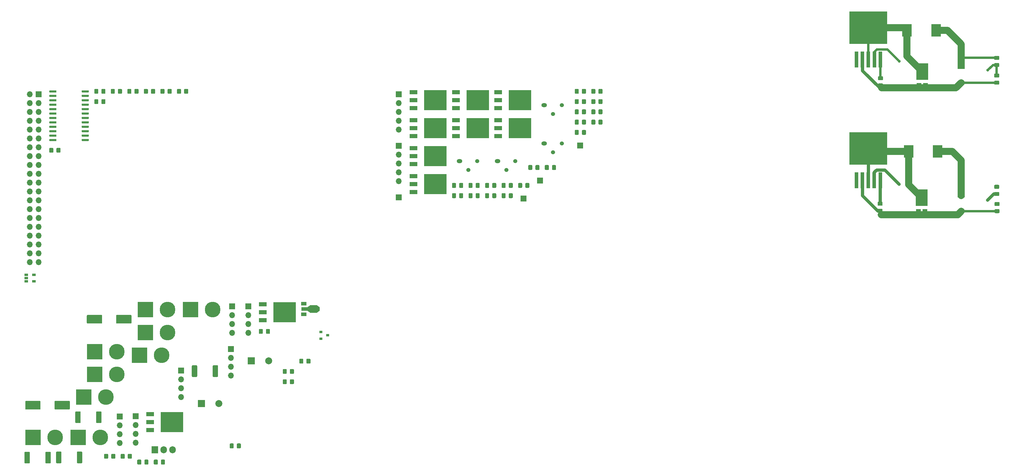
<source format=gbr>
G04 #@! TF.GenerationSoftware,KiCad,Pcbnew,(5.1.5)-3*
G04 #@! TF.CreationDate,2020-03-15T10:16:25+01:00*
G04 #@! TF.ProjectId,TFG_PCB,5446475f-5043-4422-9e6b-696361645f70,rev?*
G04 #@! TF.SameCoordinates,Original*
G04 #@! TF.FileFunction,Copper,L1,Top*
G04 #@! TF.FilePolarity,Positive*
%FSLAX46Y46*%
G04 Gerber Fmt 4.6, Leading zero omitted, Abs format (unit mm)*
G04 Created by KiCad (PCBNEW (5.1.5)-3) date 2020-03-15 10:16:25*
%MOMM*%
%LPD*%
G04 APERTURE LIST*
%ADD10R,3.360000X4.860000*%
%ADD11R,1.390000X1.400000*%
%ADD12C,0.100000*%
%ADD13R,2.000000X2.000000*%
%ADD14C,2.000000*%
%ADD15R,1.060000X0.650000*%
%ADD16C,4.500880*%
%ADD17R,4.500880X4.500880*%
%ADD18O,1.700000X1.700000*%
%ADD19R,1.700000X1.700000*%
%ADD20R,2.700000X3.600000*%
%ADD21R,1.905000X2.000000*%
%ADD22O,1.905000X2.000000*%
%ADD23R,2.200000X1.200000*%
%ADD24R,6.400000X5.800000*%
%ADD25R,0.900000X0.800000*%
%ADD26O,1.200000X1.200000*%
%ADD27O,1.600000X1.200000*%
%ADD28R,1.500000X1.000000*%
%ADD29R,1.800000X1.000000*%
%ADD30R,1.840000X2.200000*%
%ADD31R,10.800000X9.400000*%
%ADD32R,1.100000X4.600000*%
%ADD33C,0.800000*%
%ADD34C,0.650000*%
%ADD35C,2.000000*%
%ADD36C,0.950000*%
%ADD37C,0.700000*%
G04 APERTURE END LIST*
D10*
X87693210Y-92502295D03*
D11*
X86773210Y-96484295D03*
X88613210Y-96484295D03*
X88761657Y-60223657D03*
X86921657Y-60223657D03*
D10*
X87841657Y-56241657D03*
G04 #@! TA.AperFunction,SMDPad,CuDef*
D12*
G36*
X-120535494Y-140691205D02*
G01*
X-120511226Y-140694805D01*
X-120487427Y-140700766D01*
X-120464328Y-140709031D01*
X-120442149Y-140719521D01*
X-120421106Y-140732133D01*
X-120401400Y-140746748D01*
X-120383222Y-140763224D01*
X-120366746Y-140781402D01*
X-120352131Y-140801108D01*
X-120339519Y-140822151D01*
X-120329029Y-140844330D01*
X-120320764Y-140867429D01*
X-120314803Y-140891228D01*
X-120311203Y-140915496D01*
X-120309999Y-140940000D01*
X-120309999Y-143790002D01*
X-120311203Y-143814506D01*
X-120314803Y-143838774D01*
X-120320764Y-143862573D01*
X-120329029Y-143885672D01*
X-120339519Y-143907851D01*
X-120352131Y-143928894D01*
X-120366746Y-143948600D01*
X-120383222Y-143966778D01*
X-120401400Y-143983254D01*
X-120421106Y-143997869D01*
X-120442149Y-144010481D01*
X-120464328Y-144020971D01*
X-120487427Y-144029236D01*
X-120511226Y-144035197D01*
X-120535494Y-144038797D01*
X-120559998Y-144040001D01*
X-121585000Y-144040001D01*
X-121609504Y-144038797D01*
X-121633772Y-144035197D01*
X-121657571Y-144029236D01*
X-121680670Y-144020971D01*
X-121702849Y-144010481D01*
X-121723892Y-143997869D01*
X-121743598Y-143983254D01*
X-121761776Y-143966778D01*
X-121778252Y-143948600D01*
X-121792867Y-143928894D01*
X-121805479Y-143907851D01*
X-121815969Y-143885672D01*
X-121824234Y-143862573D01*
X-121830195Y-143838774D01*
X-121833795Y-143814506D01*
X-121834999Y-143790002D01*
X-121834999Y-140940000D01*
X-121833795Y-140915496D01*
X-121830195Y-140891228D01*
X-121824234Y-140867429D01*
X-121815969Y-140844330D01*
X-121805479Y-140822151D01*
X-121792867Y-140801108D01*
X-121778252Y-140781402D01*
X-121761776Y-140763224D01*
X-121743598Y-140746748D01*
X-121723892Y-140732133D01*
X-121702849Y-140719521D01*
X-121680670Y-140709031D01*
X-121657571Y-140700766D01*
X-121633772Y-140694805D01*
X-121609504Y-140691205D01*
X-121585000Y-140690001D01*
X-120559998Y-140690001D01*
X-120535494Y-140691205D01*
G37*
G04 #@! TD.AperFunction*
G04 #@! TA.AperFunction,SMDPad,CuDef*
G36*
X-114560494Y-140691205D02*
G01*
X-114536226Y-140694805D01*
X-114512427Y-140700766D01*
X-114489328Y-140709031D01*
X-114467149Y-140719521D01*
X-114446106Y-140732133D01*
X-114426400Y-140746748D01*
X-114408222Y-140763224D01*
X-114391746Y-140781402D01*
X-114377131Y-140801108D01*
X-114364519Y-140822151D01*
X-114354029Y-140844330D01*
X-114345764Y-140867429D01*
X-114339803Y-140891228D01*
X-114336203Y-140915496D01*
X-114334999Y-140940000D01*
X-114334999Y-143790002D01*
X-114336203Y-143814506D01*
X-114339803Y-143838774D01*
X-114345764Y-143862573D01*
X-114354029Y-143885672D01*
X-114364519Y-143907851D01*
X-114377131Y-143928894D01*
X-114391746Y-143948600D01*
X-114408222Y-143966778D01*
X-114426400Y-143983254D01*
X-114446106Y-143997869D01*
X-114467149Y-144010481D01*
X-114489328Y-144020971D01*
X-114512427Y-144029236D01*
X-114536226Y-144035197D01*
X-114560494Y-144038797D01*
X-114584998Y-144040001D01*
X-115610000Y-144040001D01*
X-115634504Y-144038797D01*
X-115658772Y-144035197D01*
X-115682571Y-144029236D01*
X-115705670Y-144020971D01*
X-115727849Y-144010481D01*
X-115748892Y-143997869D01*
X-115768598Y-143983254D01*
X-115786776Y-143966778D01*
X-115803252Y-143948600D01*
X-115817867Y-143928894D01*
X-115830479Y-143907851D01*
X-115840969Y-143885672D01*
X-115849234Y-143862573D01*
X-115855195Y-143838774D01*
X-115858795Y-143814506D01*
X-115859999Y-143790002D01*
X-115859999Y-140940000D01*
X-115858795Y-140915496D01*
X-115855195Y-140891228D01*
X-115849234Y-140867429D01*
X-115840969Y-140844330D01*
X-115830479Y-140822151D01*
X-115817867Y-140801108D01*
X-115803252Y-140781402D01*
X-115786776Y-140763224D01*
X-115768598Y-140746748D01*
X-115748892Y-140732133D01*
X-115727849Y-140719521D01*
X-115705670Y-140709031D01*
X-115682571Y-140700766D01*
X-115658772Y-140694805D01*
X-115634504Y-140691205D01*
X-115610000Y-140690001D01*
X-114584998Y-140690001D01*
X-114560494Y-140691205D01*
G37*
G04 #@! TD.AperFunction*
G04 #@! TA.AperFunction,SMDPad,CuDef*
G36*
X-153540494Y-165491205D02*
G01*
X-153516226Y-165494805D01*
X-153492427Y-165500766D01*
X-153469328Y-165509031D01*
X-153447149Y-165519521D01*
X-153426106Y-165532133D01*
X-153406400Y-165546748D01*
X-153388222Y-165563224D01*
X-153371746Y-165581402D01*
X-153357131Y-165601108D01*
X-153344519Y-165622151D01*
X-153334029Y-165644330D01*
X-153325764Y-165667429D01*
X-153319803Y-165691228D01*
X-153316203Y-165715496D01*
X-153314999Y-165740000D01*
X-153314999Y-168590002D01*
X-153316203Y-168614506D01*
X-153319803Y-168638774D01*
X-153325764Y-168662573D01*
X-153334029Y-168685672D01*
X-153344519Y-168707851D01*
X-153357131Y-168728894D01*
X-153371746Y-168748600D01*
X-153388222Y-168766778D01*
X-153406400Y-168783254D01*
X-153426106Y-168797869D01*
X-153447149Y-168810481D01*
X-153469328Y-168820971D01*
X-153492427Y-168829236D01*
X-153516226Y-168835197D01*
X-153540494Y-168838797D01*
X-153564998Y-168840001D01*
X-154590000Y-168840001D01*
X-154614504Y-168838797D01*
X-154638772Y-168835197D01*
X-154662571Y-168829236D01*
X-154685670Y-168820971D01*
X-154707849Y-168810481D01*
X-154728892Y-168797869D01*
X-154748598Y-168783254D01*
X-154766776Y-168766778D01*
X-154783252Y-168748600D01*
X-154797867Y-168728894D01*
X-154810479Y-168707851D01*
X-154820969Y-168685672D01*
X-154829234Y-168662573D01*
X-154835195Y-168638774D01*
X-154838795Y-168614506D01*
X-154839999Y-168590002D01*
X-154839999Y-165740000D01*
X-154838795Y-165715496D01*
X-154835195Y-165691228D01*
X-154829234Y-165667429D01*
X-154820969Y-165644330D01*
X-154810479Y-165622151D01*
X-154797867Y-165601108D01*
X-154783252Y-165581402D01*
X-154766776Y-165563224D01*
X-154748598Y-165546748D01*
X-154728892Y-165532133D01*
X-154707849Y-165519521D01*
X-154685670Y-165509031D01*
X-154662571Y-165500766D01*
X-154638772Y-165494805D01*
X-154614504Y-165491205D01*
X-154590000Y-165490001D01*
X-153564998Y-165490001D01*
X-153540494Y-165491205D01*
G37*
G04 #@! TD.AperFunction*
G04 #@! TA.AperFunction,SMDPad,CuDef*
G36*
X-159515494Y-165491205D02*
G01*
X-159491226Y-165494805D01*
X-159467427Y-165500766D01*
X-159444328Y-165509031D01*
X-159422149Y-165519521D01*
X-159401106Y-165532133D01*
X-159381400Y-165546748D01*
X-159363222Y-165563224D01*
X-159346746Y-165581402D01*
X-159332131Y-165601108D01*
X-159319519Y-165622151D01*
X-159309029Y-165644330D01*
X-159300764Y-165667429D01*
X-159294803Y-165691228D01*
X-159291203Y-165715496D01*
X-159289999Y-165740000D01*
X-159289999Y-168590002D01*
X-159291203Y-168614506D01*
X-159294803Y-168638774D01*
X-159300764Y-168662573D01*
X-159309029Y-168685672D01*
X-159319519Y-168707851D01*
X-159332131Y-168728894D01*
X-159346746Y-168748600D01*
X-159363222Y-168766778D01*
X-159381400Y-168783254D01*
X-159401106Y-168797869D01*
X-159422149Y-168810481D01*
X-159444328Y-168820971D01*
X-159467427Y-168829236D01*
X-159491226Y-168835197D01*
X-159515494Y-168838797D01*
X-159539998Y-168840001D01*
X-160565000Y-168840001D01*
X-160589504Y-168838797D01*
X-160613772Y-168835197D01*
X-160637571Y-168829236D01*
X-160660670Y-168820971D01*
X-160682849Y-168810481D01*
X-160703892Y-168797869D01*
X-160723598Y-168783254D01*
X-160741776Y-168766778D01*
X-160758252Y-168748600D01*
X-160772867Y-168728894D01*
X-160785479Y-168707851D01*
X-160795969Y-168685672D01*
X-160804234Y-168662573D01*
X-160810195Y-168638774D01*
X-160813795Y-168614506D01*
X-160814999Y-168590002D01*
X-160814999Y-165740000D01*
X-160813795Y-165715496D01*
X-160810195Y-165691228D01*
X-160804234Y-165667429D01*
X-160795969Y-165644330D01*
X-160785479Y-165622151D01*
X-160772867Y-165601108D01*
X-160758252Y-165581402D01*
X-160741776Y-165563224D01*
X-160723598Y-165546748D01*
X-160703892Y-165532133D01*
X-160682849Y-165519521D01*
X-160660670Y-165509031D01*
X-160637571Y-165500766D01*
X-160613772Y-165494805D01*
X-160589504Y-165491205D01*
X-160565000Y-165490001D01*
X-159539998Y-165490001D01*
X-159515494Y-165491205D01*
G37*
G04 #@! TD.AperFunction*
G04 #@! TA.AperFunction,SMDPad,CuDef*
G36*
X-165495495Y-150896205D02*
G01*
X-165471226Y-150899805D01*
X-165447428Y-150905766D01*
X-165424328Y-150914031D01*
X-165402150Y-150924521D01*
X-165381106Y-150937134D01*
X-165361401Y-150951748D01*
X-165343222Y-150968224D01*
X-165326746Y-150986403D01*
X-165312132Y-151006108D01*
X-165299519Y-151027152D01*
X-165289029Y-151049330D01*
X-165280764Y-151072430D01*
X-165274803Y-151096228D01*
X-165271203Y-151120497D01*
X-165269999Y-151145001D01*
X-165269999Y-153145001D01*
X-165271203Y-153169505D01*
X-165274803Y-153193774D01*
X-165280764Y-153217572D01*
X-165289029Y-153240672D01*
X-165299519Y-153262850D01*
X-165312132Y-153283894D01*
X-165326746Y-153303599D01*
X-165343222Y-153321778D01*
X-165361401Y-153338254D01*
X-165381106Y-153352868D01*
X-165402150Y-153365481D01*
X-165424328Y-153375971D01*
X-165447428Y-153384236D01*
X-165471226Y-153390197D01*
X-165495495Y-153393797D01*
X-165519999Y-153395001D01*
X-169419999Y-153395001D01*
X-169444503Y-153393797D01*
X-169468772Y-153390197D01*
X-169492570Y-153384236D01*
X-169515670Y-153375971D01*
X-169537848Y-153365481D01*
X-169558892Y-153352868D01*
X-169578597Y-153338254D01*
X-169596776Y-153321778D01*
X-169613252Y-153303599D01*
X-169627866Y-153283894D01*
X-169640479Y-153262850D01*
X-169650969Y-153240672D01*
X-169659234Y-153217572D01*
X-169665195Y-153193774D01*
X-169668795Y-153169505D01*
X-169669999Y-153145001D01*
X-169669999Y-151145001D01*
X-169668795Y-151120497D01*
X-169665195Y-151096228D01*
X-169659234Y-151072430D01*
X-169650969Y-151049330D01*
X-169640479Y-151027152D01*
X-169627866Y-151006108D01*
X-169613252Y-150986403D01*
X-169596776Y-150968224D01*
X-169578597Y-150951748D01*
X-169558892Y-150937134D01*
X-169537848Y-150924521D01*
X-169515670Y-150914031D01*
X-169492570Y-150905766D01*
X-169468772Y-150899805D01*
X-169444503Y-150896205D01*
X-169419999Y-150895001D01*
X-165519999Y-150895001D01*
X-165495495Y-150896205D01*
G37*
G04 #@! TD.AperFunction*
G04 #@! TA.AperFunction,SMDPad,CuDef*
G36*
X-157095495Y-150896205D02*
G01*
X-157071226Y-150899805D01*
X-157047428Y-150905766D01*
X-157024328Y-150914031D01*
X-157002150Y-150924521D01*
X-156981106Y-150937134D01*
X-156961401Y-150951748D01*
X-156943222Y-150968224D01*
X-156926746Y-150986403D01*
X-156912132Y-151006108D01*
X-156899519Y-151027152D01*
X-156889029Y-151049330D01*
X-156880764Y-151072430D01*
X-156874803Y-151096228D01*
X-156871203Y-151120497D01*
X-156869999Y-151145001D01*
X-156869999Y-153145001D01*
X-156871203Y-153169505D01*
X-156874803Y-153193774D01*
X-156880764Y-153217572D01*
X-156889029Y-153240672D01*
X-156899519Y-153262850D01*
X-156912132Y-153283894D01*
X-156926746Y-153303599D01*
X-156943222Y-153321778D01*
X-156961401Y-153338254D01*
X-156981106Y-153352868D01*
X-157002150Y-153365481D01*
X-157024328Y-153375971D01*
X-157047428Y-153384236D01*
X-157071226Y-153390197D01*
X-157095495Y-153393797D01*
X-157119999Y-153395001D01*
X-161019999Y-153395001D01*
X-161044503Y-153393797D01*
X-161068772Y-153390197D01*
X-161092570Y-153384236D01*
X-161115670Y-153375971D01*
X-161137848Y-153365481D01*
X-161158892Y-153352868D01*
X-161178597Y-153338254D01*
X-161196776Y-153321778D01*
X-161213252Y-153303599D01*
X-161227866Y-153283894D01*
X-161240479Y-153262850D01*
X-161250969Y-153240672D01*
X-161259234Y-153217572D01*
X-161265195Y-153193774D01*
X-161268795Y-153169505D01*
X-161269999Y-153145001D01*
X-161269999Y-151145001D01*
X-161268795Y-151120497D01*
X-161265195Y-151096228D01*
X-161259234Y-151072430D01*
X-161250969Y-151049330D01*
X-161240479Y-151027152D01*
X-161227866Y-151006108D01*
X-161213252Y-150986403D01*
X-161196776Y-150968224D01*
X-161178597Y-150951748D01*
X-161158892Y-150937134D01*
X-161137848Y-150924521D01*
X-161115670Y-150914031D01*
X-161092570Y-150905766D01*
X-161068772Y-150899805D01*
X-161044503Y-150896205D01*
X-161019999Y-150895001D01*
X-157119999Y-150895001D01*
X-157095495Y-150896205D01*
G37*
G04 #@! TD.AperFunction*
G04 #@! TA.AperFunction,SMDPad,CuDef*
G36*
X-139405495Y-126196205D02*
G01*
X-139381226Y-126199805D01*
X-139357428Y-126205766D01*
X-139334328Y-126214031D01*
X-139312150Y-126224521D01*
X-139291106Y-126237134D01*
X-139271401Y-126251748D01*
X-139253222Y-126268224D01*
X-139236746Y-126286403D01*
X-139222132Y-126306108D01*
X-139209519Y-126327152D01*
X-139199029Y-126349330D01*
X-139190764Y-126372430D01*
X-139184803Y-126396228D01*
X-139181203Y-126420497D01*
X-139179999Y-126445001D01*
X-139179999Y-128445001D01*
X-139181203Y-128469505D01*
X-139184803Y-128493774D01*
X-139190764Y-128517572D01*
X-139199029Y-128540672D01*
X-139209519Y-128562850D01*
X-139222132Y-128583894D01*
X-139236746Y-128603599D01*
X-139253222Y-128621778D01*
X-139271401Y-128638254D01*
X-139291106Y-128652868D01*
X-139312150Y-128665481D01*
X-139334328Y-128675971D01*
X-139357428Y-128684236D01*
X-139381226Y-128690197D01*
X-139405495Y-128693797D01*
X-139429999Y-128695001D01*
X-143329999Y-128695001D01*
X-143354503Y-128693797D01*
X-143378772Y-128690197D01*
X-143402570Y-128684236D01*
X-143425670Y-128675971D01*
X-143447848Y-128665481D01*
X-143468892Y-128652868D01*
X-143488597Y-128638254D01*
X-143506776Y-128621778D01*
X-143523252Y-128603599D01*
X-143537866Y-128583894D01*
X-143550479Y-128562850D01*
X-143560969Y-128540672D01*
X-143569234Y-128517572D01*
X-143575195Y-128493774D01*
X-143578795Y-128469505D01*
X-143579999Y-128445001D01*
X-143579999Y-126445001D01*
X-143578795Y-126420497D01*
X-143575195Y-126396228D01*
X-143569234Y-126372430D01*
X-143560969Y-126349330D01*
X-143550479Y-126327152D01*
X-143537866Y-126306108D01*
X-143523252Y-126286403D01*
X-143506776Y-126268224D01*
X-143488597Y-126251748D01*
X-143468892Y-126237134D01*
X-143447848Y-126224521D01*
X-143425670Y-126214031D01*
X-143402570Y-126205766D01*
X-143378772Y-126199805D01*
X-143354503Y-126196205D01*
X-143329999Y-126195001D01*
X-139429999Y-126195001D01*
X-139405495Y-126196205D01*
G37*
G04 #@! TD.AperFunction*
G04 #@! TA.AperFunction,SMDPad,CuDef*
G36*
X-147805495Y-126196205D02*
G01*
X-147781226Y-126199805D01*
X-147757428Y-126205766D01*
X-147734328Y-126214031D01*
X-147712150Y-126224521D01*
X-147691106Y-126237134D01*
X-147671401Y-126251748D01*
X-147653222Y-126268224D01*
X-147636746Y-126286403D01*
X-147622132Y-126306108D01*
X-147609519Y-126327152D01*
X-147599029Y-126349330D01*
X-147590764Y-126372430D01*
X-147584803Y-126396228D01*
X-147581203Y-126420497D01*
X-147579999Y-126445001D01*
X-147579999Y-128445001D01*
X-147581203Y-128469505D01*
X-147584803Y-128493774D01*
X-147590764Y-128517572D01*
X-147599029Y-128540672D01*
X-147609519Y-128562850D01*
X-147622132Y-128583894D01*
X-147636746Y-128603599D01*
X-147653222Y-128621778D01*
X-147671401Y-128638254D01*
X-147691106Y-128652868D01*
X-147712150Y-128665481D01*
X-147734328Y-128675971D01*
X-147757428Y-128684236D01*
X-147781226Y-128690197D01*
X-147805495Y-128693797D01*
X-147829999Y-128695001D01*
X-151729999Y-128695001D01*
X-151754503Y-128693797D01*
X-151778772Y-128690197D01*
X-151802570Y-128684236D01*
X-151825670Y-128675971D01*
X-151847848Y-128665481D01*
X-151868892Y-128652868D01*
X-151888597Y-128638254D01*
X-151906776Y-128621778D01*
X-151923252Y-128603599D01*
X-151937866Y-128583894D01*
X-151950479Y-128562850D01*
X-151960969Y-128540672D01*
X-151969234Y-128517572D01*
X-151975195Y-128493774D01*
X-151978795Y-128469505D01*
X-151979999Y-128445001D01*
X-151979999Y-126445001D01*
X-151978795Y-126420497D01*
X-151975195Y-126396228D01*
X-151969234Y-126372430D01*
X-151960969Y-126349330D01*
X-151950479Y-126327152D01*
X-151937866Y-126306108D01*
X-151923252Y-126286403D01*
X-151906776Y-126268224D01*
X-151888597Y-126251748D01*
X-151868892Y-126237134D01*
X-151847848Y-126224521D01*
X-151825670Y-126214031D01*
X-151802570Y-126205766D01*
X-151778772Y-126199805D01*
X-151754503Y-126196205D01*
X-151729999Y-126195001D01*
X-147829999Y-126195001D01*
X-147805495Y-126196205D01*
G37*
G04 #@! TD.AperFunction*
D13*
X99017237Y-54462940D03*
D14*
X99017237Y-59462940D03*
D13*
X99060000Y-91440000D03*
D14*
X99060000Y-96440000D03*
X-114070353Y-151695001D03*
D13*
X-119070353Y-151695001D03*
D14*
X-99780353Y-139445001D03*
D13*
X-104780353Y-139445001D03*
G04 #@! TA.AperFunction,SMDPad,CuDef*
D12*
G36*
X-153980494Y-153941205D02*
G01*
X-153956226Y-153944805D01*
X-153932427Y-153950766D01*
X-153909328Y-153959031D01*
X-153887149Y-153969521D01*
X-153866106Y-153982133D01*
X-153846400Y-153996748D01*
X-153828222Y-154013224D01*
X-153811746Y-154031402D01*
X-153797131Y-154051108D01*
X-153784519Y-154072151D01*
X-153774029Y-154094330D01*
X-153765764Y-154117429D01*
X-153759803Y-154141228D01*
X-153756203Y-154165496D01*
X-153754999Y-154190000D01*
X-153754999Y-157040002D01*
X-153756203Y-157064506D01*
X-153759803Y-157088774D01*
X-153765764Y-157112573D01*
X-153774029Y-157135672D01*
X-153784519Y-157157851D01*
X-153797131Y-157178894D01*
X-153811746Y-157198600D01*
X-153828222Y-157216778D01*
X-153846400Y-157233254D01*
X-153866106Y-157247869D01*
X-153887149Y-157260481D01*
X-153909328Y-157270971D01*
X-153932427Y-157279236D01*
X-153956226Y-157285197D01*
X-153980494Y-157288797D01*
X-154004998Y-157290001D01*
X-155030000Y-157290001D01*
X-155054504Y-157288797D01*
X-155078772Y-157285197D01*
X-155102571Y-157279236D01*
X-155125670Y-157270971D01*
X-155147849Y-157260481D01*
X-155168892Y-157247869D01*
X-155188598Y-157233254D01*
X-155206776Y-157216778D01*
X-155223252Y-157198600D01*
X-155237867Y-157178894D01*
X-155250479Y-157157851D01*
X-155260969Y-157135672D01*
X-155269234Y-157112573D01*
X-155275195Y-157088774D01*
X-155278795Y-157064506D01*
X-155279999Y-157040002D01*
X-155279999Y-154190000D01*
X-155278795Y-154165496D01*
X-155275195Y-154141228D01*
X-155269234Y-154117429D01*
X-155260969Y-154094330D01*
X-155250479Y-154072151D01*
X-155237867Y-154051108D01*
X-155223252Y-154031402D01*
X-155206776Y-154013224D01*
X-155188598Y-153996748D01*
X-155168892Y-153982133D01*
X-155147849Y-153969521D01*
X-155125670Y-153959031D01*
X-155102571Y-153950766D01*
X-155078772Y-153944805D01*
X-155054504Y-153941205D01*
X-155030000Y-153940001D01*
X-154004998Y-153940001D01*
X-153980494Y-153941205D01*
G37*
G04 #@! TD.AperFunction*
G04 #@! TA.AperFunction,SMDPad,CuDef*
G36*
X-148005494Y-153941205D02*
G01*
X-147981226Y-153944805D01*
X-147957427Y-153950766D01*
X-147934328Y-153959031D01*
X-147912149Y-153969521D01*
X-147891106Y-153982133D01*
X-147871400Y-153996748D01*
X-147853222Y-154013224D01*
X-147836746Y-154031402D01*
X-147822131Y-154051108D01*
X-147809519Y-154072151D01*
X-147799029Y-154094330D01*
X-147790764Y-154117429D01*
X-147784803Y-154141228D01*
X-147781203Y-154165496D01*
X-147779999Y-154190000D01*
X-147779999Y-157040002D01*
X-147781203Y-157064506D01*
X-147784803Y-157088774D01*
X-147790764Y-157112573D01*
X-147799029Y-157135672D01*
X-147809519Y-157157851D01*
X-147822131Y-157178894D01*
X-147836746Y-157198600D01*
X-147853222Y-157216778D01*
X-147871400Y-157233254D01*
X-147891106Y-157247869D01*
X-147912149Y-157260481D01*
X-147934328Y-157270971D01*
X-147957427Y-157279236D01*
X-147981226Y-157285197D01*
X-148005494Y-157288797D01*
X-148029998Y-157290001D01*
X-149055000Y-157290001D01*
X-149079504Y-157288797D01*
X-149103772Y-157285197D01*
X-149127571Y-157279236D01*
X-149150670Y-157270971D01*
X-149172849Y-157260481D01*
X-149193892Y-157247869D01*
X-149213598Y-157233254D01*
X-149231776Y-157216778D01*
X-149248252Y-157198600D01*
X-149262867Y-157178894D01*
X-149275479Y-157157851D01*
X-149285969Y-157135672D01*
X-149294234Y-157112573D01*
X-149300195Y-157088774D01*
X-149303795Y-157064506D01*
X-149304999Y-157040002D01*
X-149304999Y-154190000D01*
X-149303795Y-154165496D01*
X-149300195Y-154141228D01*
X-149294234Y-154117429D01*
X-149285969Y-154094330D01*
X-149275479Y-154072151D01*
X-149262867Y-154051108D01*
X-149248252Y-154031402D01*
X-149231776Y-154013224D01*
X-149213598Y-153996748D01*
X-149193892Y-153982133D01*
X-149172849Y-153969521D01*
X-149150670Y-153959031D01*
X-149127571Y-153950766D01*
X-149103772Y-153944805D01*
X-149079504Y-153941205D01*
X-149055000Y-153940001D01*
X-148029998Y-153940001D01*
X-148005494Y-153941205D01*
G37*
G04 #@! TD.AperFunction*
G04 #@! TA.AperFunction,SMDPad,CuDef*
G36*
X-162585494Y-165541205D02*
G01*
X-162561226Y-165544805D01*
X-162537427Y-165550766D01*
X-162514328Y-165559031D01*
X-162492149Y-165569521D01*
X-162471106Y-165582133D01*
X-162451400Y-165596748D01*
X-162433222Y-165613224D01*
X-162416746Y-165631402D01*
X-162402131Y-165651108D01*
X-162389519Y-165672151D01*
X-162379029Y-165694330D01*
X-162370764Y-165717429D01*
X-162364803Y-165741228D01*
X-162361203Y-165765496D01*
X-162359999Y-165790000D01*
X-162359999Y-168640002D01*
X-162361203Y-168664506D01*
X-162364803Y-168688774D01*
X-162370764Y-168712573D01*
X-162379029Y-168735672D01*
X-162389519Y-168757851D01*
X-162402131Y-168778894D01*
X-162416746Y-168798600D01*
X-162433222Y-168816778D01*
X-162451400Y-168833254D01*
X-162471106Y-168847869D01*
X-162492149Y-168860481D01*
X-162514328Y-168870971D01*
X-162537427Y-168879236D01*
X-162561226Y-168885197D01*
X-162585494Y-168888797D01*
X-162609998Y-168890001D01*
X-163635000Y-168890001D01*
X-163659504Y-168888797D01*
X-163683772Y-168885197D01*
X-163707571Y-168879236D01*
X-163730670Y-168870971D01*
X-163752849Y-168860481D01*
X-163773892Y-168847869D01*
X-163793598Y-168833254D01*
X-163811776Y-168816778D01*
X-163828252Y-168798600D01*
X-163842867Y-168778894D01*
X-163855479Y-168757851D01*
X-163865969Y-168735672D01*
X-163874234Y-168712573D01*
X-163880195Y-168688774D01*
X-163883795Y-168664506D01*
X-163884999Y-168640002D01*
X-163884999Y-165790000D01*
X-163883795Y-165765496D01*
X-163880195Y-165741228D01*
X-163874234Y-165717429D01*
X-163865969Y-165694330D01*
X-163855479Y-165672151D01*
X-163842867Y-165651108D01*
X-163828252Y-165631402D01*
X-163811776Y-165613224D01*
X-163793598Y-165596748D01*
X-163773892Y-165582133D01*
X-163752849Y-165569521D01*
X-163730670Y-165559031D01*
X-163707571Y-165550766D01*
X-163683772Y-165544805D01*
X-163659504Y-165541205D01*
X-163635000Y-165540001D01*
X-162609998Y-165540001D01*
X-162585494Y-165541205D01*
G37*
G04 #@! TD.AperFunction*
G04 #@! TA.AperFunction,SMDPad,CuDef*
G36*
X-168560494Y-165541205D02*
G01*
X-168536226Y-165544805D01*
X-168512427Y-165550766D01*
X-168489328Y-165559031D01*
X-168467149Y-165569521D01*
X-168446106Y-165582133D01*
X-168426400Y-165596748D01*
X-168408222Y-165613224D01*
X-168391746Y-165631402D01*
X-168377131Y-165651108D01*
X-168364519Y-165672151D01*
X-168354029Y-165694330D01*
X-168345764Y-165717429D01*
X-168339803Y-165741228D01*
X-168336203Y-165765496D01*
X-168334999Y-165790000D01*
X-168334999Y-168640002D01*
X-168336203Y-168664506D01*
X-168339803Y-168688774D01*
X-168345764Y-168712573D01*
X-168354029Y-168735672D01*
X-168364519Y-168757851D01*
X-168377131Y-168778894D01*
X-168391746Y-168798600D01*
X-168408222Y-168816778D01*
X-168426400Y-168833254D01*
X-168446106Y-168847869D01*
X-168467149Y-168860481D01*
X-168489328Y-168870971D01*
X-168512427Y-168879236D01*
X-168536226Y-168885197D01*
X-168560494Y-168888797D01*
X-168584998Y-168890001D01*
X-169610000Y-168890001D01*
X-169634504Y-168888797D01*
X-169658772Y-168885197D01*
X-169682571Y-168879236D01*
X-169705670Y-168870971D01*
X-169727849Y-168860481D01*
X-169748892Y-168847869D01*
X-169768598Y-168833254D01*
X-169786776Y-168816778D01*
X-169803252Y-168798600D01*
X-169817867Y-168778894D01*
X-169830479Y-168757851D01*
X-169840969Y-168735672D01*
X-169849234Y-168712573D01*
X-169855195Y-168688774D01*
X-169858795Y-168664506D01*
X-169859999Y-168640002D01*
X-169859999Y-165790000D01*
X-169858795Y-165765496D01*
X-169855195Y-165741228D01*
X-169849234Y-165717429D01*
X-169840969Y-165694330D01*
X-169830479Y-165672151D01*
X-169817867Y-165651108D01*
X-169803252Y-165631402D01*
X-169786776Y-165613224D01*
X-169768598Y-165596748D01*
X-169748892Y-165582133D01*
X-169727849Y-165569521D01*
X-169705670Y-165559031D01*
X-169682571Y-165550766D01*
X-169658772Y-165544805D01*
X-169634504Y-165541205D01*
X-169610000Y-165540001D01*
X-168584998Y-165540001D01*
X-168560494Y-165541205D01*
G37*
G04 #@! TD.AperFunction*
D15*
X-169354999Y-114685001D03*
X-169354999Y-115635001D03*
X-169354999Y-116585001D03*
X-167154999Y-116585001D03*
X-167154999Y-114685001D03*
D16*
X-128784999Y-131245001D03*
D17*
X-135134999Y-131245001D03*
D18*
X-137974999Y-162965001D03*
X-137974999Y-160425001D03*
X-137974999Y-157885001D03*
D19*
X-137974999Y-155345001D03*
X-124884999Y-142245001D03*
D18*
X-124884999Y-144785001D03*
X-124884999Y-147325001D03*
X-124884999Y-149865001D03*
D17*
X-154514999Y-161445001D03*
D16*
X-148164999Y-161445001D03*
D18*
X-105654999Y-131365001D03*
X-105654999Y-128825001D03*
X-105654999Y-126285001D03*
D19*
X-105654999Y-123745001D03*
D16*
X-130474999Y-137795001D03*
D17*
X-136824999Y-137795001D03*
X-135134999Y-124695001D03*
D16*
X-128784999Y-124695001D03*
D19*
X-142574999Y-155445001D03*
D18*
X-142574999Y-157985001D03*
X-142574999Y-160525001D03*
X-142574999Y-163065001D03*
D17*
X-122244999Y-124695001D03*
D16*
X-115894999Y-124695001D03*
X-146474999Y-149845001D03*
D17*
X-152824999Y-149845001D03*
X-149714999Y-136745001D03*
D16*
X-143364999Y-136745001D03*
D18*
X-110304999Y-131365001D03*
X-110304999Y-128825001D03*
X-110304999Y-126285001D03*
D19*
X-110304999Y-123745001D03*
X-110644999Y-135995001D03*
D18*
X-110644999Y-138535001D03*
X-110644999Y-141075001D03*
X-110644999Y-143615001D03*
D16*
X-161054999Y-161445001D03*
D17*
X-167404999Y-161445001D03*
X-149714999Y-143295001D03*
D16*
X-143364999Y-143295001D03*
D19*
X-165814999Y-62785001D03*
D18*
X-168354999Y-62785001D03*
X-165814999Y-65325001D03*
X-168354999Y-65325001D03*
X-165814999Y-67865001D03*
X-168354999Y-67865001D03*
X-165814999Y-70405001D03*
X-168354999Y-70405001D03*
X-165814999Y-72945001D03*
X-168354999Y-72945001D03*
X-165814999Y-75485001D03*
X-168354999Y-75485001D03*
X-165814999Y-78025001D03*
X-168354999Y-78025001D03*
X-165814999Y-80565001D03*
X-168354999Y-80565001D03*
X-165814999Y-83105001D03*
X-168354999Y-83105001D03*
X-165814999Y-85645001D03*
X-168354999Y-85645001D03*
X-165814999Y-88185001D03*
X-168354999Y-88185001D03*
X-165814999Y-90725001D03*
X-168354999Y-90725001D03*
X-165814999Y-93265001D03*
X-168354999Y-93265001D03*
X-165814999Y-95805001D03*
X-168354999Y-95805001D03*
X-165814999Y-98345001D03*
X-168354999Y-98345001D03*
X-165814999Y-100885001D03*
X-168354999Y-100885001D03*
X-165814999Y-103425001D03*
X-168354999Y-103425001D03*
X-165814999Y-105965001D03*
X-168354999Y-105965001D03*
X-165814999Y-108505001D03*
X-168354999Y-108505001D03*
X-165814999Y-111045001D03*
X-168354999Y-111045001D03*
D19*
X-21854999Y-87635001D03*
D18*
X-62404999Y-72945001D03*
X-62404999Y-70405001D03*
X-62404999Y-67865001D03*
X-62404999Y-65325001D03*
D19*
X-62404999Y-62785001D03*
X-10354999Y-77535001D03*
X-26604999Y-92785001D03*
X-62404999Y-77585001D03*
D18*
X-62404999Y-80125001D03*
X-62404999Y-82665001D03*
X-62404999Y-85205001D03*
X-62404999Y-87745001D03*
D19*
X-62404999Y-92385001D03*
D20*
X83480000Y-44450000D03*
X91780000Y-44450000D03*
X92232174Y-79184063D03*
X83932174Y-79184063D03*
D21*
X-132464999Y-164995001D03*
D22*
X-129924999Y-164995001D03*
X-127384999Y-164995001D03*
D23*
X-133824999Y-154765001D03*
X-133824999Y-157045001D03*
X-133824999Y-159325001D03*
D24*
X-127524999Y-157045001D03*
X-95204999Y-125445001D03*
D23*
X-101504999Y-127725001D03*
X-101504999Y-125445001D03*
X-101504999Y-123165001D03*
D25*
X-84820000Y-131130000D03*
X-84820000Y-133030000D03*
X-82820000Y-132080000D03*
D26*
X-28964999Y-82035001D03*
X-31504999Y-84575001D03*
D27*
X-34044999Y-82035001D03*
D23*
X-33904999Y-70255001D03*
X-33904999Y-72535001D03*
X-33904999Y-74815001D03*
D24*
X-27604999Y-72535001D03*
X-51904999Y-64485001D03*
D23*
X-58204999Y-66765001D03*
X-58204999Y-64485001D03*
X-58204999Y-62205001D03*
X-46054999Y-62205001D03*
X-46054999Y-64485001D03*
X-46054999Y-66765001D03*
D24*
X-39754999Y-64485001D03*
X-27604999Y-64485001D03*
D23*
X-33904999Y-66765001D03*
X-33904999Y-64485001D03*
X-33904999Y-62205001D03*
D27*
X-20694999Y-65935001D03*
D26*
X-18154999Y-68475001D03*
X-15614999Y-65935001D03*
D27*
X-20694999Y-76885001D03*
D26*
X-18154999Y-79425001D03*
X-15614999Y-76885001D03*
D24*
X-51904999Y-88635001D03*
D23*
X-58204999Y-90915001D03*
X-58204999Y-88635001D03*
X-58204999Y-86355001D03*
X-58204999Y-78305001D03*
X-58204999Y-80585001D03*
X-58204999Y-82865001D03*
D24*
X-51904999Y-80585001D03*
X-39754999Y-72535001D03*
D23*
X-46054999Y-74815001D03*
X-46054999Y-72535001D03*
X-46054999Y-70255001D03*
X-58204999Y-70255001D03*
X-58204999Y-72535001D03*
X-58204999Y-74815001D03*
D24*
X-51904999Y-72535001D03*
D26*
X-39914999Y-82035001D03*
X-42454999Y-84575001D03*
D27*
X-44994999Y-82035001D03*
G04 #@! TA.AperFunction,SMDPad,CuDef*
D12*
G36*
X-94810494Y-141756205D02*
G01*
X-94786226Y-141759805D01*
X-94762427Y-141765766D01*
X-94739328Y-141774031D01*
X-94717149Y-141784521D01*
X-94696106Y-141797133D01*
X-94676400Y-141811748D01*
X-94658222Y-141828224D01*
X-94641746Y-141846402D01*
X-94627131Y-141866108D01*
X-94614519Y-141887151D01*
X-94604029Y-141909330D01*
X-94595764Y-141932429D01*
X-94589803Y-141956228D01*
X-94586203Y-141980496D01*
X-94584999Y-142005000D01*
X-94584999Y-142905002D01*
X-94586203Y-142929506D01*
X-94589803Y-142953774D01*
X-94595764Y-142977573D01*
X-94604029Y-143000672D01*
X-94614519Y-143022851D01*
X-94627131Y-143043894D01*
X-94641746Y-143063600D01*
X-94658222Y-143081778D01*
X-94676400Y-143098254D01*
X-94696106Y-143112869D01*
X-94717149Y-143125481D01*
X-94739328Y-143135971D01*
X-94762427Y-143144236D01*
X-94786226Y-143150197D01*
X-94810494Y-143153797D01*
X-94834998Y-143155001D01*
X-95485000Y-143155001D01*
X-95509504Y-143153797D01*
X-95533772Y-143150197D01*
X-95557571Y-143144236D01*
X-95580670Y-143135971D01*
X-95602849Y-143125481D01*
X-95623892Y-143112869D01*
X-95643598Y-143098254D01*
X-95661776Y-143081778D01*
X-95678252Y-143063600D01*
X-95692867Y-143043894D01*
X-95705479Y-143022851D01*
X-95715969Y-143000672D01*
X-95724234Y-142977573D01*
X-95730195Y-142953774D01*
X-95733795Y-142929506D01*
X-95734999Y-142905002D01*
X-95734999Y-142005000D01*
X-95733795Y-141980496D01*
X-95730195Y-141956228D01*
X-95724234Y-141932429D01*
X-95715969Y-141909330D01*
X-95705479Y-141887151D01*
X-95692867Y-141866108D01*
X-95678252Y-141846402D01*
X-95661776Y-141828224D01*
X-95643598Y-141811748D01*
X-95623892Y-141797133D01*
X-95602849Y-141784521D01*
X-95580670Y-141774031D01*
X-95557571Y-141765766D01*
X-95533772Y-141759805D01*
X-95509504Y-141756205D01*
X-95485000Y-141755001D01*
X-94834998Y-141755001D01*
X-94810494Y-141756205D01*
G37*
G04 #@! TD.AperFunction*
G04 #@! TA.AperFunction,SMDPad,CuDef*
G36*
X-92760494Y-141756205D02*
G01*
X-92736226Y-141759805D01*
X-92712427Y-141765766D01*
X-92689328Y-141774031D01*
X-92667149Y-141784521D01*
X-92646106Y-141797133D01*
X-92626400Y-141811748D01*
X-92608222Y-141828224D01*
X-92591746Y-141846402D01*
X-92577131Y-141866108D01*
X-92564519Y-141887151D01*
X-92554029Y-141909330D01*
X-92545764Y-141932429D01*
X-92539803Y-141956228D01*
X-92536203Y-141980496D01*
X-92534999Y-142005000D01*
X-92534999Y-142905002D01*
X-92536203Y-142929506D01*
X-92539803Y-142953774D01*
X-92545764Y-142977573D01*
X-92554029Y-143000672D01*
X-92564519Y-143022851D01*
X-92577131Y-143043894D01*
X-92591746Y-143063600D01*
X-92608222Y-143081778D01*
X-92626400Y-143098254D01*
X-92646106Y-143112869D01*
X-92667149Y-143125481D01*
X-92689328Y-143135971D01*
X-92712427Y-143144236D01*
X-92736226Y-143150197D01*
X-92760494Y-143153797D01*
X-92784998Y-143155001D01*
X-93435000Y-143155001D01*
X-93459504Y-143153797D01*
X-93483772Y-143150197D01*
X-93507571Y-143144236D01*
X-93530670Y-143135971D01*
X-93552849Y-143125481D01*
X-93573892Y-143112869D01*
X-93593598Y-143098254D01*
X-93611776Y-143081778D01*
X-93628252Y-143063600D01*
X-93642867Y-143043894D01*
X-93655479Y-143022851D01*
X-93665969Y-143000672D01*
X-93674234Y-142977573D01*
X-93680195Y-142953774D01*
X-93683795Y-142929506D01*
X-93684999Y-142905002D01*
X-93684999Y-142005000D01*
X-93683795Y-141980496D01*
X-93680195Y-141956228D01*
X-93674234Y-141932429D01*
X-93665969Y-141909330D01*
X-93655479Y-141887151D01*
X-93642867Y-141866108D01*
X-93628252Y-141846402D01*
X-93611776Y-141828224D01*
X-93593598Y-141811748D01*
X-93573892Y-141797133D01*
X-93552849Y-141784521D01*
X-93530670Y-141774031D01*
X-93507571Y-141765766D01*
X-93483772Y-141759805D01*
X-93459504Y-141756205D01*
X-93435000Y-141755001D01*
X-92784998Y-141755001D01*
X-92760494Y-141756205D01*
G37*
G04 #@! TD.AperFunction*
G04 #@! TA.AperFunction,SMDPad,CuDef*
G36*
X-107990494Y-163156205D02*
G01*
X-107966226Y-163159805D01*
X-107942427Y-163165766D01*
X-107919328Y-163174031D01*
X-107897149Y-163184521D01*
X-107876106Y-163197133D01*
X-107856400Y-163211748D01*
X-107838222Y-163228224D01*
X-107821746Y-163246402D01*
X-107807131Y-163266108D01*
X-107794519Y-163287151D01*
X-107784029Y-163309330D01*
X-107775764Y-163332429D01*
X-107769803Y-163356228D01*
X-107766203Y-163380496D01*
X-107764999Y-163405000D01*
X-107764999Y-164305002D01*
X-107766203Y-164329506D01*
X-107769803Y-164353774D01*
X-107775764Y-164377573D01*
X-107784029Y-164400672D01*
X-107794519Y-164422851D01*
X-107807131Y-164443894D01*
X-107821746Y-164463600D01*
X-107838222Y-164481778D01*
X-107856400Y-164498254D01*
X-107876106Y-164512869D01*
X-107897149Y-164525481D01*
X-107919328Y-164535971D01*
X-107942427Y-164544236D01*
X-107966226Y-164550197D01*
X-107990494Y-164553797D01*
X-108014998Y-164555001D01*
X-108665000Y-164555001D01*
X-108689504Y-164553797D01*
X-108713772Y-164550197D01*
X-108737571Y-164544236D01*
X-108760670Y-164535971D01*
X-108782849Y-164525481D01*
X-108803892Y-164512869D01*
X-108823598Y-164498254D01*
X-108841776Y-164481778D01*
X-108858252Y-164463600D01*
X-108872867Y-164443894D01*
X-108885479Y-164422851D01*
X-108895969Y-164400672D01*
X-108904234Y-164377573D01*
X-108910195Y-164353774D01*
X-108913795Y-164329506D01*
X-108914999Y-164305002D01*
X-108914999Y-163405000D01*
X-108913795Y-163380496D01*
X-108910195Y-163356228D01*
X-108904234Y-163332429D01*
X-108895969Y-163309330D01*
X-108885479Y-163287151D01*
X-108872867Y-163266108D01*
X-108858252Y-163246402D01*
X-108841776Y-163228224D01*
X-108823598Y-163211748D01*
X-108803892Y-163197133D01*
X-108782849Y-163184521D01*
X-108760670Y-163174031D01*
X-108737571Y-163165766D01*
X-108713772Y-163159805D01*
X-108689504Y-163156205D01*
X-108665000Y-163155001D01*
X-108014998Y-163155001D01*
X-107990494Y-163156205D01*
G37*
G04 #@! TD.AperFunction*
G04 #@! TA.AperFunction,SMDPad,CuDef*
G36*
X-110040494Y-163156205D02*
G01*
X-110016226Y-163159805D01*
X-109992427Y-163165766D01*
X-109969328Y-163174031D01*
X-109947149Y-163184521D01*
X-109926106Y-163197133D01*
X-109906400Y-163211748D01*
X-109888222Y-163228224D01*
X-109871746Y-163246402D01*
X-109857131Y-163266108D01*
X-109844519Y-163287151D01*
X-109834029Y-163309330D01*
X-109825764Y-163332429D01*
X-109819803Y-163356228D01*
X-109816203Y-163380496D01*
X-109814999Y-163405000D01*
X-109814999Y-164305002D01*
X-109816203Y-164329506D01*
X-109819803Y-164353774D01*
X-109825764Y-164377573D01*
X-109834029Y-164400672D01*
X-109844519Y-164422851D01*
X-109857131Y-164443894D01*
X-109871746Y-164463600D01*
X-109888222Y-164481778D01*
X-109906400Y-164498254D01*
X-109926106Y-164512869D01*
X-109947149Y-164525481D01*
X-109969328Y-164535971D01*
X-109992427Y-164544236D01*
X-110016226Y-164550197D01*
X-110040494Y-164553797D01*
X-110064998Y-164555001D01*
X-110715000Y-164555001D01*
X-110739504Y-164553797D01*
X-110763772Y-164550197D01*
X-110787571Y-164544236D01*
X-110810670Y-164535971D01*
X-110832849Y-164525481D01*
X-110853892Y-164512869D01*
X-110873598Y-164498254D01*
X-110891776Y-164481778D01*
X-110908252Y-164463600D01*
X-110922867Y-164443894D01*
X-110935479Y-164422851D01*
X-110945969Y-164400672D01*
X-110954234Y-164377573D01*
X-110960195Y-164353774D01*
X-110963795Y-164329506D01*
X-110964999Y-164305002D01*
X-110964999Y-163405000D01*
X-110963795Y-163380496D01*
X-110960195Y-163356228D01*
X-110954234Y-163332429D01*
X-110945969Y-163309330D01*
X-110935479Y-163287151D01*
X-110922867Y-163266108D01*
X-110908252Y-163246402D01*
X-110891776Y-163228224D01*
X-110873598Y-163211748D01*
X-110853892Y-163197133D01*
X-110832849Y-163184521D01*
X-110810670Y-163174031D01*
X-110787571Y-163165766D01*
X-110763772Y-163159805D01*
X-110739504Y-163156205D01*
X-110715000Y-163155001D01*
X-110064998Y-163155001D01*
X-110040494Y-163156205D01*
G37*
G04 #@! TD.AperFunction*
G04 #@! TA.AperFunction,SMDPad,CuDef*
G36*
X-139290494Y-166146205D02*
G01*
X-139266226Y-166149805D01*
X-139242427Y-166155766D01*
X-139219328Y-166164031D01*
X-139197149Y-166174521D01*
X-139176106Y-166187133D01*
X-139156400Y-166201748D01*
X-139138222Y-166218224D01*
X-139121746Y-166236402D01*
X-139107131Y-166256108D01*
X-139094519Y-166277151D01*
X-139084029Y-166299330D01*
X-139075764Y-166322429D01*
X-139069803Y-166346228D01*
X-139066203Y-166370496D01*
X-139064999Y-166395000D01*
X-139064999Y-167295002D01*
X-139066203Y-167319506D01*
X-139069803Y-167343774D01*
X-139075764Y-167367573D01*
X-139084029Y-167390672D01*
X-139094519Y-167412851D01*
X-139107131Y-167433894D01*
X-139121746Y-167453600D01*
X-139138222Y-167471778D01*
X-139156400Y-167488254D01*
X-139176106Y-167502869D01*
X-139197149Y-167515481D01*
X-139219328Y-167525971D01*
X-139242427Y-167534236D01*
X-139266226Y-167540197D01*
X-139290494Y-167543797D01*
X-139314998Y-167545001D01*
X-139965000Y-167545001D01*
X-139989504Y-167543797D01*
X-140013772Y-167540197D01*
X-140037571Y-167534236D01*
X-140060670Y-167525971D01*
X-140082849Y-167515481D01*
X-140103892Y-167502869D01*
X-140123598Y-167488254D01*
X-140141776Y-167471778D01*
X-140158252Y-167453600D01*
X-140172867Y-167433894D01*
X-140185479Y-167412851D01*
X-140195969Y-167390672D01*
X-140204234Y-167367573D01*
X-140210195Y-167343774D01*
X-140213795Y-167319506D01*
X-140214999Y-167295002D01*
X-140214999Y-166395000D01*
X-140213795Y-166370496D01*
X-140210195Y-166346228D01*
X-140204234Y-166322429D01*
X-140195969Y-166299330D01*
X-140185479Y-166277151D01*
X-140172867Y-166256108D01*
X-140158252Y-166236402D01*
X-140141776Y-166218224D01*
X-140123598Y-166201748D01*
X-140103892Y-166187133D01*
X-140082849Y-166174521D01*
X-140060670Y-166164031D01*
X-140037571Y-166155766D01*
X-140013772Y-166149805D01*
X-139989504Y-166146205D01*
X-139965000Y-166145001D01*
X-139314998Y-166145001D01*
X-139290494Y-166146205D01*
G37*
G04 #@! TD.AperFunction*
G04 #@! TA.AperFunction,SMDPad,CuDef*
G36*
X-141340494Y-166146205D02*
G01*
X-141316226Y-166149805D01*
X-141292427Y-166155766D01*
X-141269328Y-166164031D01*
X-141247149Y-166174521D01*
X-141226106Y-166187133D01*
X-141206400Y-166201748D01*
X-141188222Y-166218224D01*
X-141171746Y-166236402D01*
X-141157131Y-166256108D01*
X-141144519Y-166277151D01*
X-141134029Y-166299330D01*
X-141125764Y-166322429D01*
X-141119803Y-166346228D01*
X-141116203Y-166370496D01*
X-141114999Y-166395000D01*
X-141114999Y-167295002D01*
X-141116203Y-167319506D01*
X-141119803Y-167343774D01*
X-141125764Y-167367573D01*
X-141134029Y-167390672D01*
X-141144519Y-167412851D01*
X-141157131Y-167433894D01*
X-141171746Y-167453600D01*
X-141188222Y-167471778D01*
X-141206400Y-167488254D01*
X-141226106Y-167502869D01*
X-141247149Y-167515481D01*
X-141269328Y-167525971D01*
X-141292427Y-167534236D01*
X-141316226Y-167540197D01*
X-141340494Y-167543797D01*
X-141364998Y-167545001D01*
X-142015000Y-167545001D01*
X-142039504Y-167543797D01*
X-142063772Y-167540197D01*
X-142087571Y-167534236D01*
X-142110670Y-167525971D01*
X-142132849Y-167515481D01*
X-142153892Y-167502869D01*
X-142173598Y-167488254D01*
X-142191776Y-167471778D01*
X-142208252Y-167453600D01*
X-142222867Y-167433894D01*
X-142235479Y-167412851D01*
X-142245969Y-167390672D01*
X-142254234Y-167367573D01*
X-142260195Y-167343774D01*
X-142263795Y-167319506D01*
X-142264999Y-167295002D01*
X-142264999Y-166395000D01*
X-142263795Y-166370496D01*
X-142260195Y-166346228D01*
X-142254234Y-166322429D01*
X-142245969Y-166299330D01*
X-142235479Y-166277151D01*
X-142222867Y-166256108D01*
X-142208252Y-166236402D01*
X-142191776Y-166218224D01*
X-142173598Y-166201748D01*
X-142153892Y-166187133D01*
X-142132849Y-166174521D01*
X-142110670Y-166164031D01*
X-142087571Y-166155766D01*
X-142063772Y-166149805D01*
X-142039504Y-166146205D01*
X-142015000Y-166145001D01*
X-141364998Y-166145001D01*
X-141340494Y-166146205D01*
G37*
G04 #@! TD.AperFunction*
G04 #@! TA.AperFunction,SMDPad,CuDef*
G36*
X-146090494Y-166146205D02*
G01*
X-146066226Y-166149805D01*
X-146042427Y-166155766D01*
X-146019328Y-166164031D01*
X-145997149Y-166174521D01*
X-145976106Y-166187133D01*
X-145956400Y-166201748D01*
X-145938222Y-166218224D01*
X-145921746Y-166236402D01*
X-145907131Y-166256108D01*
X-145894519Y-166277151D01*
X-145884029Y-166299330D01*
X-145875764Y-166322429D01*
X-145869803Y-166346228D01*
X-145866203Y-166370496D01*
X-145864999Y-166395000D01*
X-145864999Y-167295002D01*
X-145866203Y-167319506D01*
X-145869803Y-167343774D01*
X-145875764Y-167367573D01*
X-145884029Y-167390672D01*
X-145894519Y-167412851D01*
X-145907131Y-167433894D01*
X-145921746Y-167453600D01*
X-145938222Y-167471778D01*
X-145956400Y-167488254D01*
X-145976106Y-167502869D01*
X-145997149Y-167515481D01*
X-146019328Y-167525971D01*
X-146042427Y-167534236D01*
X-146066226Y-167540197D01*
X-146090494Y-167543797D01*
X-146114998Y-167545001D01*
X-146765000Y-167545001D01*
X-146789504Y-167543797D01*
X-146813772Y-167540197D01*
X-146837571Y-167534236D01*
X-146860670Y-167525971D01*
X-146882849Y-167515481D01*
X-146903892Y-167502869D01*
X-146923598Y-167488254D01*
X-146941776Y-167471778D01*
X-146958252Y-167453600D01*
X-146972867Y-167433894D01*
X-146985479Y-167412851D01*
X-146995969Y-167390672D01*
X-147004234Y-167367573D01*
X-147010195Y-167343774D01*
X-147013795Y-167319506D01*
X-147014999Y-167295002D01*
X-147014999Y-166395000D01*
X-147013795Y-166370496D01*
X-147010195Y-166346228D01*
X-147004234Y-166322429D01*
X-146995969Y-166299330D01*
X-146985479Y-166277151D01*
X-146972867Y-166256108D01*
X-146958252Y-166236402D01*
X-146941776Y-166218224D01*
X-146923598Y-166201748D01*
X-146903892Y-166187133D01*
X-146882849Y-166174521D01*
X-146860670Y-166164031D01*
X-146837571Y-166155766D01*
X-146813772Y-166149805D01*
X-146789504Y-166146205D01*
X-146765000Y-166145001D01*
X-146114998Y-166145001D01*
X-146090494Y-166146205D01*
G37*
G04 #@! TD.AperFunction*
G04 #@! TA.AperFunction,SMDPad,CuDef*
G36*
X-144040494Y-166146205D02*
G01*
X-144016226Y-166149805D01*
X-143992427Y-166155766D01*
X-143969328Y-166164031D01*
X-143947149Y-166174521D01*
X-143926106Y-166187133D01*
X-143906400Y-166201748D01*
X-143888222Y-166218224D01*
X-143871746Y-166236402D01*
X-143857131Y-166256108D01*
X-143844519Y-166277151D01*
X-143834029Y-166299330D01*
X-143825764Y-166322429D01*
X-143819803Y-166346228D01*
X-143816203Y-166370496D01*
X-143814999Y-166395000D01*
X-143814999Y-167295002D01*
X-143816203Y-167319506D01*
X-143819803Y-167343774D01*
X-143825764Y-167367573D01*
X-143834029Y-167390672D01*
X-143844519Y-167412851D01*
X-143857131Y-167433894D01*
X-143871746Y-167453600D01*
X-143888222Y-167471778D01*
X-143906400Y-167488254D01*
X-143926106Y-167502869D01*
X-143947149Y-167515481D01*
X-143969328Y-167525971D01*
X-143992427Y-167534236D01*
X-144016226Y-167540197D01*
X-144040494Y-167543797D01*
X-144064998Y-167545001D01*
X-144715000Y-167545001D01*
X-144739504Y-167543797D01*
X-144763772Y-167540197D01*
X-144787571Y-167534236D01*
X-144810670Y-167525971D01*
X-144832849Y-167515481D01*
X-144853892Y-167502869D01*
X-144873598Y-167488254D01*
X-144891776Y-167471778D01*
X-144908252Y-167453600D01*
X-144922867Y-167433894D01*
X-144935479Y-167412851D01*
X-144945969Y-167390672D01*
X-144954234Y-167367573D01*
X-144960195Y-167343774D01*
X-144963795Y-167319506D01*
X-144964999Y-167295002D01*
X-144964999Y-166395000D01*
X-144963795Y-166370496D01*
X-144960195Y-166346228D01*
X-144954234Y-166322429D01*
X-144945969Y-166299330D01*
X-144935479Y-166277151D01*
X-144922867Y-166256108D01*
X-144908252Y-166236402D01*
X-144891776Y-166218224D01*
X-144873598Y-166201748D01*
X-144853892Y-166187133D01*
X-144832849Y-166174521D01*
X-144810670Y-166164031D01*
X-144787571Y-166155766D01*
X-144763772Y-166149805D01*
X-144739504Y-166146205D01*
X-144715000Y-166145001D01*
X-144064998Y-166145001D01*
X-144040494Y-166146205D01*
G37*
G04 #@! TD.AperFunction*
G04 #@! TA.AperFunction,SMDPad,CuDef*
G36*
X-101680494Y-130246205D02*
G01*
X-101656226Y-130249805D01*
X-101632427Y-130255766D01*
X-101609328Y-130264031D01*
X-101587149Y-130274521D01*
X-101566106Y-130287133D01*
X-101546400Y-130301748D01*
X-101528222Y-130318224D01*
X-101511746Y-130336402D01*
X-101497131Y-130356108D01*
X-101484519Y-130377151D01*
X-101474029Y-130399330D01*
X-101465764Y-130422429D01*
X-101459803Y-130446228D01*
X-101456203Y-130470496D01*
X-101454999Y-130495000D01*
X-101454999Y-131395002D01*
X-101456203Y-131419506D01*
X-101459803Y-131443774D01*
X-101465764Y-131467573D01*
X-101474029Y-131490672D01*
X-101484519Y-131512851D01*
X-101497131Y-131533894D01*
X-101511746Y-131553600D01*
X-101528222Y-131571778D01*
X-101546400Y-131588254D01*
X-101566106Y-131602869D01*
X-101587149Y-131615481D01*
X-101609328Y-131625971D01*
X-101632427Y-131634236D01*
X-101656226Y-131640197D01*
X-101680494Y-131643797D01*
X-101704998Y-131645001D01*
X-102355000Y-131645001D01*
X-102379504Y-131643797D01*
X-102403772Y-131640197D01*
X-102427571Y-131634236D01*
X-102450670Y-131625971D01*
X-102472849Y-131615481D01*
X-102493892Y-131602869D01*
X-102513598Y-131588254D01*
X-102531776Y-131571778D01*
X-102548252Y-131553600D01*
X-102562867Y-131533894D01*
X-102575479Y-131512851D01*
X-102585969Y-131490672D01*
X-102594234Y-131467573D01*
X-102600195Y-131443774D01*
X-102603795Y-131419506D01*
X-102604999Y-131395002D01*
X-102604999Y-130495000D01*
X-102603795Y-130470496D01*
X-102600195Y-130446228D01*
X-102594234Y-130422429D01*
X-102585969Y-130399330D01*
X-102575479Y-130377151D01*
X-102562867Y-130356108D01*
X-102548252Y-130336402D01*
X-102531776Y-130318224D01*
X-102513598Y-130301748D01*
X-102493892Y-130287133D01*
X-102472849Y-130274521D01*
X-102450670Y-130264031D01*
X-102427571Y-130255766D01*
X-102403772Y-130249805D01*
X-102379504Y-130246205D01*
X-102355000Y-130245001D01*
X-101704998Y-130245001D01*
X-101680494Y-130246205D01*
G37*
G04 #@! TD.AperFunction*
G04 #@! TA.AperFunction,SMDPad,CuDef*
G36*
X-99630494Y-130246205D02*
G01*
X-99606226Y-130249805D01*
X-99582427Y-130255766D01*
X-99559328Y-130264031D01*
X-99537149Y-130274521D01*
X-99516106Y-130287133D01*
X-99496400Y-130301748D01*
X-99478222Y-130318224D01*
X-99461746Y-130336402D01*
X-99447131Y-130356108D01*
X-99434519Y-130377151D01*
X-99424029Y-130399330D01*
X-99415764Y-130422429D01*
X-99409803Y-130446228D01*
X-99406203Y-130470496D01*
X-99404999Y-130495000D01*
X-99404999Y-131395002D01*
X-99406203Y-131419506D01*
X-99409803Y-131443774D01*
X-99415764Y-131467573D01*
X-99424029Y-131490672D01*
X-99434519Y-131512851D01*
X-99447131Y-131533894D01*
X-99461746Y-131553600D01*
X-99478222Y-131571778D01*
X-99496400Y-131588254D01*
X-99516106Y-131602869D01*
X-99537149Y-131615481D01*
X-99559328Y-131625971D01*
X-99582427Y-131634236D01*
X-99606226Y-131640197D01*
X-99630494Y-131643797D01*
X-99654998Y-131645001D01*
X-100305000Y-131645001D01*
X-100329504Y-131643797D01*
X-100353772Y-131640197D01*
X-100377571Y-131634236D01*
X-100400670Y-131625971D01*
X-100422849Y-131615481D01*
X-100443892Y-131602869D01*
X-100463598Y-131588254D01*
X-100481776Y-131571778D01*
X-100498252Y-131553600D01*
X-100512867Y-131533894D01*
X-100525479Y-131512851D01*
X-100535969Y-131490672D01*
X-100544234Y-131467573D01*
X-100550195Y-131443774D01*
X-100553795Y-131419506D01*
X-100554999Y-131395002D01*
X-100554999Y-130495000D01*
X-100553795Y-130470496D01*
X-100550195Y-130446228D01*
X-100544234Y-130422429D01*
X-100535969Y-130399330D01*
X-100525479Y-130377151D01*
X-100512867Y-130356108D01*
X-100498252Y-130336402D01*
X-100481776Y-130318224D01*
X-100463598Y-130301748D01*
X-100443892Y-130287133D01*
X-100422849Y-130274521D01*
X-100400670Y-130264031D01*
X-100377571Y-130255766D01*
X-100353772Y-130249805D01*
X-100329504Y-130246205D01*
X-100305000Y-130245001D01*
X-99654998Y-130245001D01*
X-99630494Y-130246205D01*
G37*
G04 #@! TD.AperFunction*
G04 #@! TA.AperFunction,SMDPad,CuDef*
G36*
X-134540494Y-167806205D02*
G01*
X-134516226Y-167809805D01*
X-134492427Y-167815766D01*
X-134469328Y-167824031D01*
X-134447149Y-167834521D01*
X-134426106Y-167847133D01*
X-134406400Y-167861748D01*
X-134388222Y-167878224D01*
X-134371746Y-167896402D01*
X-134357131Y-167916108D01*
X-134344519Y-167937151D01*
X-134334029Y-167959330D01*
X-134325764Y-167982429D01*
X-134319803Y-168006228D01*
X-134316203Y-168030496D01*
X-134314999Y-168055000D01*
X-134314999Y-168955002D01*
X-134316203Y-168979506D01*
X-134319803Y-169003774D01*
X-134325764Y-169027573D01*
X-134334029Y-169050672D01*
X-134344519Y-169072851D01*
X-134357131Y-169093894D01*
X-134371746Y-169113600D01*
X-134388222Y-169131778D01*
X-134406400Y-169148254D01*
X-134426106Y-169162869D01*
X-134447149Y-169175481D01*
X-134469328Y-169185971D01*
X-134492427Y-169194236D01*
X-134516226Y-169200197D01*
X-134540494Y-169203797D01*
X-134564998Y-169205001D01*
X-135215000Y-169205001D01*
X-135239504Y-169203797D01*
X-135263772Y-169200197D01*
X-135287571Y-169194236D01*
X-135310670Y-169185971D01*
X-135332849Y-169175481D01*
X-135353892Y-169162869D01*
X-135373598Y-169148254D01*
X-135391776Y-169131778D01*
X-135408252Y-169113600D01*
X-135422867Y-169093894D01*
X-135435479Y-169072851D01*
X-135445969Y-169050672D01*
X-135454234Y-169027573D01*
X-135460195Y-169003774D01*
X-135463795Y-168979506D01*
X-135464999Y-168955002D01*
X-135464999Y-168055000D01*
X-135463795Y-168030496D01*
X-135460195Y-168006228D01*
X-135454234Y-167982429D01*
X-135445969Y-167959330D01*
X-135435479Y-167937151D01*
X-135422867Y-167916108D01*
X-135408252Y-167896402D01*
X-135391776Y-167878224D01*
X-135373598Y-167861748D01*
X-135353892Y-167847133D01*
X-135332849Y-167834521D01*
X-135310670Y-167824031D01*
X-135287571Y-167815766D01*
X-135263772Y-167809805D01*
X-135239504Y-167806205D01*
X-135215000Y-167805001D01*
X-134564998Y-167805001D01*
X-134540494Y-167806205D01*
G37*
G04 #@! TD.AperFunction*
G04 #@! TA.AperFunction,SMDPad,CuDef*
G36*
X-136590494Y-167806205D02*
G01*
X-136566226Y-167809805D01*
X-136542427Y-167815766D01*
X-136519328Y-167824031D01*
X-136497149Y-167834521D01*
X-136476106Y-167847133D01*
X-136456400Y-167861748D01*
X-136438222Y-167878224D01*
X-136421746Y-167896402D01*
X-136407131Y-167916108D01*
X-136394519Y-167937151D01*
X-136384029Y-167959330D01*
X-136375764Y-167982429D01*
X-136369803Y-168006228D01*
X-136366203Y-168030496D01*
X-136364999Y-168055000D01*
X-136364999Y-168955002D01*
X-136366203Y-168979506D01*
X-136369803Y-169003774D01*
X-136375764Y-169027573D01*
X-136384029Y-169050672D01*
X-136394519Y-169072851D01*
X-136407131Y-169093894D01*
X-136421746Y-169113600D01*
X-136438222Y-169131778D01*
X-136456400Y-169148254D01*
X-136476106Y-169162869D01*
X-136497149Y-169175481D01*
X-136519328Y-169185971D01*
X-136542427Y-169194236D01*
X-136566226Y-169200197D01*
X-136590494Y-169203797D01*
X-136614998Y-169205001D01*
X-137265000Y-169205001D01*
X-137289504Y-169203797D01*
X-137313772Y-169200197D01*
X-137337571Y-169194236D01*
X-137360670Y-169185971D01*
X-137382849Y-169175481D01*
X-137403892Y-169162869D01*
X-137423598Y-169148254D01*
X-137441776Y-169131778D01*
X-137458252Y-169113600D01*
X-137472867Y-169093894D01*
X-137485479Y-169072851D01*
X-137495969Y-169050672D01*
X-137504234Y-169027573D01*
X-137510195Y-169003774D01*
X-137513795Y-168979506D01*
X-137514999Y-168955002D01*
X-137514999Y-168055000D01*
X-137513795Y-168030496D01*
X-137510195Y-168006228D01*
X-137504234Y-167982429D01*
X-137495969Y-167959330D01*
X-137485479Y-167937151D01*
X-137472867Y-167916108D01*
X-137458252Y-167896402D01*
X-137441776Y-167878224D01*
X-137423598Y-167861748D01*
X-137403892Y-167847133D01*
X-137382849Y-167834521D01*
X-137360670Y-167824031D01*
X-137337571Y-167815766D01*
X-137313772Y-167809805D01*
X-137289504Y-167806205D01*
X-137265000Y-167805001D01*
X-136614998Y-167805001D01*
X-136590494Y-167806205D01*
G37*
G04 #@! TD.AperFunction*
G04 #@! TA.AperFunction,SMDPad,CuDef*
G36*
X-131840494Y-167806205D02*
G01*
X-131816226Y-167809805D01*
X-131792427Y-167815766D01*
X-131769328Y-167824031D01*
X-131747149Y-167834521D01*
X-131726106Y-167847133D01*
X-131706400Y-167861748D01*
X-131688222Y-167878224D01*
X-131671746Y-167896402D01*
X-131657131Y-167916108D01*
X-131644519Y-167937151D01*
X-131634029Y-167959330D01*
X-131625764Y-167982429D01*
X-131619803Y-168006228D01*
X-131616203Y-168030496D01*
X-131614999Y-168055000D01*
X-131614999Y-168955002D01*
X-131616203Y-168979506D01*
X-131619803Y-169003774D01*
X-131625764Y-169027573D01*
X-131634029Y-169050672D01*
X-131644519Y-169072851D01*
X-131657131Y-169093894D01*
X-131671746Y-169113600D01*
X-131688222Y-169131778D01*
X-131706400Y-169148254D01*
X-131726106Y-169162869D01*
X-131747149Y-169175481D01*
X-131769328Y-169185971D01*
X-131792427Y-169194236D01*
X-131816226Y-169200197D01*
X-131840494Y-169203797D01*
X-131864998Y-169205001D01*
X-132515000Y-169205001D01*
X-132539504Y-169203797D01*
X-132563772Y-169200197D01*
X-132587571Y-169194236D01*
X-132610670Y-169185971D01*
X-132632849Y-169175481D01*
X-132653892Y-169162869D01*
X-132673598Y-169148254D01*
X-132691776Y-169131778D01*
X-132708252Y-169113600D01*
X-132722867Y-169093894D01*
X-132735479Y-169072851D01*
X-132745969Y-169050672D01*
X-132754234Y-169027573D01*
X-132760195Y-169003774D01*
X-132763795Y-168979506D01*
X-132764999Y-168955002D01*
X-132764999Y-168055000D01*
X-132763795Y-168030496D01*
X-132760195Y-168006228D01*
X-132754234Y-167982429D01*
X-132745969Y-167959330D01*
X-132735479Y-167937151D01*
X-132722867Y-167916108D01*
X-132708252Y-167896402D01*
X-132691776Y-167878224D01*
X-132673598Y-167861748D01*
X-132653892Y-167847133D01*
X-132632849Y-167834521D01*
X-132610670Y-167824031D01*
X-132587571Y-167815766D01*
X-132563772Y-167809805D01*
X-132539504Y-167806205D01*
X-132515000Y-167805001D01*
X-131864998Y-167805001D01*
X-131840494Y-167806205D01*
G37*
G04 #@! TD.AperFunction*
G04 #@! TA.AperFunction,SMDPad,CuDef*
G36*
X-129790494Y-167806205D02*
G01*
X-129766226Y-167809805D01*
X-129742427Y-167815766D01*
X-129719328Y-167824031D01*
X-129697149Y-167834521D01*
X-129676106Y-167847133D01*
X-129656400Y-167861748D01*
X-129638222Y-167878224D01*
X-129621746Y-167896402D01*
X-129607131Y-167916108D01*
X-129594519Y-167937151D01*
X-129584029Y-167959330D01*
X-129575764Y-167982429D01*
X-129569803Y-168006228D01*
X-129566203Y-168030496D01*
X-129564999Y-168055000D01*
X-129564999Y-168955002D01*
X-129566203Y-168979506D01*
X-129569803Y-169003774D01*
X-129575764Y-169027573D01*
X-129584029Y-169050672D01*
X-129594519Y-169072851D01*
X-129607131Y-169093894D01*
X-129621746Y-169113600D01*
X-129638222Y-169131778D01*
X-129656400Y-169148254D01*
X-129676106Y-169162869D01*
X-129697149Y-169175481D01*
X-129719328Y-169185971D01*
X-129742427Y-169194236D01*
X-129766226Y-169200197D01*
X-129790494Y-169203797D01*
X-129814998Y-169205001D01*
X-130465000Y-169205001D01*
X-130489504Y-169203797D01*
X-130513772Y-169200197D01*
X-130537571Y-169194236D01*
X-130560670Y-169185971D01*
X-130582849Y-169175481D01*
X-130603892Y-169162869D01*
X-130623598Y-169148254D01*
X-130641776Y-169131778D01*
X-130658252Y-169113600D01*
X-130672867Y-169093894D01*
X-130685479Y-169072851D01*
X-130695969Y-169050672D01*
X-130704234Y-169027573D01*
X-130710195Y-169003774D01*
X-130713795Y-168979506D01*
X-130714999Y-168955002D01*
X-130714999Y-168055000D01*
X-130713795Y-168030496D01*
X-130710195Y-168006228D01*
X-130704234Y-167982429D01*
X-130695969Y-167959330D01*
X-130685479Y-167937151D01*
X-130672867Y-167916108D01*
X-130658252Y-167896402D01*
X-130641776Y-167878224D01*
X-130623598Y-167861748D01*
X-130603892Y-167847133D01*
X-130582849Y-167834521D01*
X-130560670Y-167824031D01*
X-130537571Y-167815766D01*
X-130513772Y-167809805D01*
X-130489504Y-167806205D01*
X-130465000Y-167805001D01*
X-129814998Y-167805001D01*
X-129790494Y-167806205D01*
G37*
G04 #@! TD.AperFunction*
G04 #@! TA.AperFunction,SMDPad,CuDef*
G36*
X76334758Y-57595437D02*
G01*
X76359026Y-57599037D01*
X76382825Y-57604998D01*
X76405924Y-57613263D01*
X76428103Y-57623753D01*
X76449146Y-57636365D01*
X76468852Y-57650980D01*
X76487030Y-57667456D01*
X76503506Y-57685634D01*
X76518121Y-57705340D01*
X76530733Y-57726383D01*
X76541223Y-57748562D01*
X76549488Y-57771661D01*
X76555449Y-57795460D01*
X76559049Y-57819728D01*
X76560253Y-57844232D01*
X76560253Y-58494234D01*
X76559049Y-58518738D01*
X76555449Y-58543006D01*
X76549488Y-58566805D01*
X76541223Y-58589904D01*
X76530733Y-58612083D01*
X76518121Y-58633126D01*
X76503506Y-58652832D01*
X76487030Y-58671010D01*
X76468852Y-58687486D01*
X76449146Y-58702101D01*
X76428103Y-58714713D01*
X76405924Y-58725203D01*
X76382825Y-58733468D01*
X76359026Y-58739429D01*
X76334758Y-58743029D01*
X76310254Y-58744233D01*
X75410252Y-58744233D01*
X75385748Y-58743029D01*
X75361480Y-58739429D01*
X75337681Y-58733468D01*
X75314582Y-58725203D01*
X75292403Y-58714713D01*
X75271360Y-58702101D01*
X75251654Y-58687486D01*
X75233476Y-58671010D01*
X75217000Y-58652832D01*
X75202385Y-58633126D01*
X75189773Y-58612083D01*
X75179283Y-58589904D01*
X75171018Y-58566805D01*
X75165057Y-58543006D01*
X75161457Y-58518738D01*
X75160253Y-58494234D01*
X75160253Y-57844232D01*
X75161457Y-57819728D01*
X75165057Y-57795460D01*
X75171018Y-57771661D01*
X75179283Y-57748562D01*
X75189773Y-57726383D01*
X75202385Y-57705340D01*
X75217000Y-57685634D01*
X75233476Y-57667456D01*
X75251654Y-57650980D01*
X75271360Y-57636365D01*
X75292403Y-57623753D01*
X75314582Y-57613263D01*
X75337681Y-57604998D01*
X75361480Y-57599037D01*
X75385748Y-57595437D01*
X75410252Y-57594233D01*
X76310254Y-57594233D01*
X76334758Y-57595437D01*
G37*
G04 #@! TD.AperFunction*
G04 #@! TA.AperFunction,SMDPad,CuDef*
G36*
X76334758Y-59645437D02*
G01*
X76359026Y-59649037D01*
X76382825Y-59654998D01*
X76405924Y-59663263D01*
X76428103Y-59673753D01*
X76449146Y-59686365D01*
X76468852Y-59700980D01*
X76487030Y-59717456D01*
X76503506Y-59735634D01*
X76518121Y-59755340D01*
X76530733Y-59776383D01*
X76541223Y-59798562D01*
X76549488Y-59821661D01*
X76555449Y-59845460D01*
X76559049Y-59869728D01*
X76560253Y-59894232D01*
X76560253Y-60544234D01*
X76559049Y-60568738D01*
X76555449Y-60593006D01*
X76549488Y-60616805D01*
X76541223Y-60639904D01*
X76530733Y-60662083D01*
X76518121Y-60683126D01*
X76503506Y-60702832D01*
X76487030Y-60721010D01*
X76468852Y-60737486D01*
X76449146Y-60752101D01*
X76428103Y-60764713D01*
X76405924Y-60775203D01*
X76382825Y-60783468D01*
X76359026Y-60789429D01*
X76334758Y-60793029D01*
X76310254Y-60794233D01*
X75410252Y-60794233D01*
X75385748Y-60793029D01*
X75361480Y-60789429D01*
X75337681Y-60783468D01*
X75314582Y-60775203D01*
X75292403Y-60764713D01*
X75271360Y-60752101D01*
X75251654Y-60737486D01*
X75233476Y-60721010D01*
X75217000Y-60702832D01*
X75202385Y-60683126D01*
X75189773Y-60662083D01*
X75179283Y-60639904D01*
X75171018Y-60616805D01*
X75165057Y-60593006D01*
X75161457Y-60568738D01*
X75160253Y-60544234D01*
X75160253Y-59894232D01*
X75161457Y-59869728D01*
X75165057Y-59845460D01*
X75171018Y-59821661D01*
X75179283Y-59798562D01*
X75189773Y-59776383D01*
X75202385Y-59755340D01*
X75217000Y-59735634D01*
X75233476Y-59717456D01*
X75251654Y-59700980D01*
X75271360Y-59686365D01*
X75292403Y-59673753D01*
X75314582Y-59663263D01*
X75337681Y-59654998D01*
X75361480Y-59649037D01*
X75385748Y-59645437D01*
X75410252Y-59644233D01*
X76310254Y-59644233D01*
X76334758Y-59645437D01*
G37*
G04 #@! TD.AperFunction*
G04 #@! TA.AperFunction,SMDPad,CuDef*
G36*
X76217073Y-93672642D02*
G01*
X76241341Y-93676242D01*
X76265140Y-93682203D01*
X76288239Y-93690468D01*
X76310418Y-93700958D01*
X76331461Y-93713570D01*
X76351167Y-93728185D01*
X76369345Y-93744661D01*
X76385821Y-93762839D01*
X76400436Y-93782545D01*
X76413048Y-93803588D01*
X76423538Y-93825767D01*
X76431803Y-93848866D01*
X76437764Y-93872665D01*
X76441364Y-93896933D01*
X76442568Y-93921437D01*
X76442568Y-94571439D01*
X76441364Y-94595943D01*
X76437764Y-94620211D01*
X76431803Y-94644010D01*
X76423538Y-94667109D01*
X76413048Y-94689288D01*
X76400436Y-94710331D01*
X76385821Y-94730037D01*
X76369345Y-94748215D01*
X76351167Y-94764691D01*
X76331461Y-94779306D01*
X76310418Y-94791918D01*
X76288239Y-94802408D01*
X76265140Y-94810673D01*
X76241341Y-94816634D01*
X76217073Y-94820234D01*
X76192569Y-94821438D01*
X75292567Y-94821438D01*
X75268063Y-94820234D01*
X75243795Y-94816634D01*
X75219996Y-94810673D01*
X75196897Y-94802408D01*
X75174718Y-94791918D01*
X75153675Y-94779306D01*
X75133969Y-94764691D01*
X75115791Y-94748215D01*
X75099315Y-94730037D01*
X75084700Y-94710331D01*
X75072088Y-94689288D01*
X75061598Y-94667109D01*
X75053333Y-94644010D01*
X75047372Y-94620211D01*
X75043772Y-94595943D01*
X75042568Y-94571439D01*
X75042568Y-93921437D01*
X75043772Y-93896933D01*
X75047372Y-93872665D01*
X75053333Y-93848866D01*
X75061598Y-93825767D01*
X75072088Y-93803588D01*
X75084700Y-93782545D01*
X75099315Y-93762839D01*
X75115791Y-93744661D01*
X75133969Y-93728185D01*
X75153675Y-93713570D01*
X75174718Y-93700958D01*
X75196897Y-93690468D01*
X75219996Y-93682203D01*
X75243795Y-93676242D01*
X75268063Y-93672642D01*
X75292567Y-93671438D01*
X76192569Y-93671438D01*
X76217073Y-93672642D01*
G37*
G04 #@! TD.AperFunction*
G04 #@! TA.AperFunction,SMDPad,CuDef*
G36*
X76217073Y-95722642D02*
G01*
X76241341Y-95726242D01*
X76265140Y-95732203D01*
X76288239Y-95740468D01*
X76310418Y-95750958D01*
X76331461Y-95763570D01*
X76351167Y-95778185D01*
X76369345Y-95794661D01*
X76385821Y-95812839D01*
X76400436Y-95832545D01*
X76413048Y-95853588D01*
X76423538Y-95875767D01*
X76431803Y-95898866D01*
X76437764Y-95922665D01*
X76441364Y-95946933D01*
X76442568Y-95971437D01*
X76442568Y-96621439D01*
X76441364Y-96645943D01*
X76437764Y-96670211D01*
X76431803Y-96694010D01*
X76423538Y-96717109D01*
X76413048Y-96739288D01*
X76400436Y-96760331D01*
X76385821Y-96780037D01*
X76369345Y-96798215D01*
X76351167Y-96814691D01*
X76331461Y-96829306D01*
X76310418Y-96841918D01*
X76288239Y-96852408D01*
X76265140Y-96860673D01*
X76241341Y-96866634D01*
X76217073Y-96870234D01*
X76192569Y-96871438D01*
X75292567Y-96871438D01*
X75268063Y-96870234D01*
X75243795Y-96866634D01*
X75219996Y-96860673D01*
X75196897Y-96852408D01*
X75174718Y-96841918D01*
X75153675Y-96829306D01*
X75133969Y-96814691D01*
X75115791Y-96798215D01*
X75099315Y-96780037D01*
X75084700Y-96760331D01*
X75072088Y-96739288D01*
X75061598Y-96717109D01*
X75053333Y-96694010D01*
X75047372Y-96670211D01*
X75043772Y-96645943D01*
X75042568Y-96621439D01*
X75042568Y-95971437D01*
X75043772Y-95946933D01*
X75047372Y-95922665D01*
X75053333Y-95898866D01*
X75061598Y-95875767D01*
X75072088Y-95853588D01*
X75084700Y-95832545D01*
X75099315Y-95812839D01*
X75115791Y-95794661D01*
X75133969Y-95778185D01*
X75153675Y-95763570D01*
X75174718Y-95750958D01*
X75196897Y-95740468D01*
X75219996Y-95732203D01*
X75243795Y-95726242D01*
X75268063Y-95722642D01*
X75292567Y-95721438D01*
X76192569Y-95721438D01*
X76217073Y-95722642D01*
G37*
G04 #@! TD.AperFunction*
G04 #@! TA.AperFunction,SMDPad,CuDef*
G36*
X109694505Y-53791204D02*
G01*
X109718773Y-53794804D01*
X109742572Y-53800765D01*
X109765671Y-53809030D01*
X109787850Y-53819520D01*
X109808893Y-53832132D01*
X109828599Y-53846747D01*
X109846777Y-53863223D01*
X109863253Y-53881401D01*
X109877868Y-53901107D01*
X109890480Y-53922150D01*
X109900970Y-53944329D01*
X109909235Y-53967428D01*
X109915196Y-53991227D01*
X109918796Y-54015495D01*
X109920000Y-54039999D01*
X109920000Y-54690001D01*
X109918796Y-54714505D01*
X109915196Y-54738773D01*
X109909235Y-54762572D01*
X109900970Y-54785671D01*
X109890480Y-54807850D01*
X109877868Y-54828893D01*
X109863253Y-54848599D01*
X109846777Y-54866777D01*
X109828599Y-54883253D01*
X109808893Y-54897868D01*
X109787850Y-54910480D01*
X109765671Y-54920970D01*
X109742572Y-54929235D01*
X109718773Y-54935196D01*
X109694505Y-54938796D01*
X109670001Y-54940000D01*
X108769999Y-54940000D01*
X108745495Y-54938796D01*
X108721227Y-54935196D01*
X108697428Y-54929235D01*
X108674329Y-54920970D01*
X108652150Y-54910480D01*
X108631107Y-54897868D01*
X108611401Y-54883253D01*
X108593223Y-54866777D01*
X108576747Y-54848599D01*
X108562132Y-54828893D01*
X108549520Y-54807850D01*
X108539030Y-54785671D01*
X108530765Y-54762572D01*
X108524804Y-54738773D01*
X108521204Y-54714505D01*
X108520000Y-54690001D01*
X108520000Y-54039999D01*
X108521204Y-54015495D01*
X108524804Y-53991227D01*
X108530765Y-53967428D01*
X108539030Y-53944329D01*
X108549520Y-53922150D01*
X108562132Y-53901107D01*
X108576747Y-53881401D01*
X108593223Y-53863223D01*
X108611401Y-53846747D01*
X108631107Y-53832132D01*
X108652150Y-53819520D01*
X108674329Y-53809030D01*
X108697428Y-53800765D01*
X108721227Y-53794804D01*
X108745495Y-53791204D01*
X108769999Y-53790000D01*
X109670001Y-53790000D01*
X109694505Y-53791204D01*
G37*
G04 #@! TD.AperFunction*
G04 #@! TA.AperFunction,SMDPad,CuDef*
G36*
X109694505Y-51741204D02*
G01*
X109718773Y-51744804D01*
X109742572Y-51750765D01*
X109765671Y-51759030D01*
X109787850Y-51769520D01*
X109808893Y-51782132D01*
X109828599Y-51796747D01*
X109846777Y-51813223D01*
X109863253Y-51831401D01*
X109877868Y-51851107D01*
X109890480Y-51872150D01*
X109900970Y-51894329D01*
X109909235Y-51917428D01*
X109915196Y-51941227D01*
X109918796Y-51965495D01*
X109920000Y-51989999D01*
X109920000Y-52640001D01*
X109918796Y-52664505D01*
X109915196Y-52688773D01*
X109909235Y-52712572D01*
X109900970Y-52735671D01*
X109890480Y-52757850D01*
X109877868Y-52778893D01*
X109863253Y-52798599D01*
X109846777Y-52816777D01*
X109828599Y-52833253D01*
X109808893Y-52847868D01*
X109787850Y-52860480D01*
X109765671Y-52870970D01*
X109742572Y-52879235D01*
X109718773Y-52885196D01*
X109694505Y-52888796D01*
X109670001Y-52890000D01*
X108769999Y-52890000D01*
X108745495Y-52888796D01*
X108721227Y-52885196D01*
X108697428Y-52879235D01*
X108674329Y-52870970D01*
X108652150Y-52860480D01*
X108631107Y-52847868D01*
X108611401Y-52833253D01*
X108593223Y-52816777D01*
X108576747Y-52798599D01*
X108562132Y-52778893D01*
X108549520Y-52757850D01*
X108539030Y-52735671D01*
X108530765Y-52712572D01*
X108524804Y-52688773D01*
X108521204Y-52664505D01*
X108520000Y-52640001D01*
X108520000Y-51989999D01*
X108521204Y-51965495D01*
X108524804Y-51941227D01*
X108530765Y-51917428D01*
X108539030Y-51894329D01*
X108549520Y-51872150D01*
X108562132Y-51851107D01*
X108576747Y-51831401D01*
X108593223Y-51813223D01*
X108611401Y-51796747D01*
X108631107Y-51782132D01*
X108652150Y-51769520D01*
X108674329Y-51759030D01*
X108697428Y-51750765D01*
X108721227Y-51744804D01*
X108745495Y-51741204D01*
X108769999Y-51740000D01*
X109670001Y-51740000D01*
X109694505Y-51741204D01*
G37*
G04 #@! TD.AperFunction*
G04 #@! TA.AperFunction,SMDPad,CuDef*
G36*
X109694505Y-90866204D02*
G01*
X109718773Y-90869804D01*
X109742572Y-90875765D01*
X109765671Y-90884030D01*
X109787850Y-90894520D01*
X109808893Y-90907132D01*
X109828599Y-90921747D01*
X109846777Y-90938223D01*
X109863253Y-90956401D01*
X109877868Y-90976107D01*
X109890480Y-90997150D01*
X109900970Y-91019329D01*
X109909235Y-91042428D01*
X109915196Y-91066227D01*
X109918796Y-91090495D01*
X109920000Y-91114999D01*
X109920000Y-91765001D01*
X109918796Y-91789505D01*
X109915196Y-91813773D01*
X109909235Y-91837572D01*
X109900970Y-91860671D01*
X109890480Y-91882850D01*
X109877868Y-91903893D01*
X109863253Y-91923599D01*
X109846777Y-91941777D01*
X109828599Y-91958253D01*
X109808893Y-91972868D01*
X109787850Y-91985480D01*
X109765671Y-91995970D01*
X109742572Y-92004235D01*
X109718773Y-92010196D01*
X109694505Y-92013796D01*
X109670001Y-92015000D01*
X108769999Y-92015000D01*
X108745495Y-92013796D01*
X108721227Y-92010196D01*
X108697428Y-92004235D01*
X108674329Y-91995970D01*
X108652150Y-91985480D01*
X108631107Y-91972868D01*
X108611401Y-91958253D01*
X108593223Y-91941777D01*
X108576747Y-91923599D01*
X108562132Y-91903893D01*
X108549520Y-91882850D01*
X108539030Y-91860671D01*
X108530765Y-91837572D01*
X108524804Y-91813773D01*
X108521204Y-91789505D01*
X108520000Y-91765001D01*
X108520000Y-91114999D01*
X108521204Y-91090495D01*
X108524804Y-91066227D01*
X108530765Y-91042428D01*
X108539030Y-91019329D01*
X108549520Y-90997150D01*
X108562132Y-90976107D01*
X108576747Y-90956401D01*
X108593223Y-90938223D01*
X108611401Y-90921747D01*
X108631107Y-90907132D01*
X108652150Y-90894520D01*
X108674329Y-90884030D01*
X108697428Y-90875765D01*
X108721227Y-90869804D01*
X108745495Y-90866204D01*
X108769999Y-90865000D01*
X109670001Y-90865000D01*
X109694505Y-90866204D01*
G37*
G04 #@! TD.AperFunction*
G04 #@! TA.AperFunction,SMDPad,CuDef*
G36*
X109694505Y-88816204D02*
G01*
X109718773Y-88819804D01*
X109742572Y-88825765D01*
X109765671Y-88834030D01*
X109787850Y-88844520D01*
X109808893Y-88857132D01*
X109828599Y-88871747D01*
X109846777Y-88888223D01*
X109863253Y-88906401D01*
X109877868Y-88926107D01*
X109890480Y-88947150D01*
X109900970Y-88969329D01*
X109909235Y-88992428D01*
X109915196Y-89016227D01*
X109918796Y-89040495D01*
X109920000Y-89064999D01*
X109920000Y-89715001D01*
X109918796Y-89739505D01*
X109915196Y-89763773D01*
X109909235Y-89787572D01*
X109900970Y-89810671D01*
X109890480Y-89832850D01*
X109877868Y-89853893D01*
X109863253Y-89873599D01*
X109846777Y-89891777D01*
X109828599Y-89908253D01*
X109808893Y-89922868D01*
X109787850Y-89935480D01*
X109765671Y-89945970D01*
X109742572Y-89954235D01*
X109718773Y-89960196D01*
X109694505Y-89963796D01*
X109670001Y-89965000D01*
X108769999Y-89965000D01*
X108745495Y-89963796D01*
X108721227Y-89960196D01*
X108697428Y-89954235D01*
X108674329Y-89945970D01*
X108652150Y-89935480D01*
X108631107Y-89922868D01*
X108611401Y-89908253D01*
X108593223Y-89891777D01*
X108576747Y-89873599D01*
X108562132Y-89853893D01*
X108549520Y-89832850D01*
X108539030Y-89810671D01*
X108530765Y-89787572D01*
X108524804Y-89763773D01*
X108521204Y-89739505D01*
X108520000Y-89715001D01*
X108520000Y-89064999D01*
X108521204Y-89040495D01*
X108524804Y-89016227D01*
X108530765Y-88992428D01*
X108539030Y-88969329D01*
X108549520Y-88947150D01*
X108562132Y-88926107D01*
X108576747Y-88906401D01*
X108593223Y-88888223D01*
X108611401Y-88871747D01*
X108631107Y-88857132D01*
X108652150Y-88844520D01*
X108674329Y-88834030D01*
X108697428Y-88825765D01*
X108721227Y-88819804D01*
X108745495Y-88816204D01*
X108769999Y-88815000D01*
X109670001Y-88815000D01*
X109694505Y-88816204D01*
G37*
G04 #@! TD.AperFunction*
G04 #@! TA.AperFunction,SMDPad,CuDef*
G36*
X109694505Y-56821204D02*
G01*
X109718773Y-56824804D01*
X109742572Y-56830765D01*
X109765671Y-56839030D01*
X109787850Y-56849520D01*
X109808893Y-56862132D01*
X109828599Y-56876747D01*
X109846777Y-56893223D01*
X109863253Y-56911401D01*
X109877868Y-56931107D01*
X109890480Y-56952150D01*
X109900970Y-56974329D01*
X109909235Y-56997428D01*
X109915196Y-57021227D01*
X109918796Y-57045495D01*
X109920000Y-57069999D01*
X109920000Y-57720001D01*
X109918796Y-57744505D01*
X109915196Y-57768773D01*
X109909235Y-57792572D01*
X109900970Y-57815671D01*
X109890480Y-57837850D01*
X109877868Y-57858893D01*
X109863253Y-57878599D01*
X109846777Y-57896777D01*
X109828599Y-57913253D01*
X109808893Y-57927868D01*
X109787850Y-57940480D01*
X109765671Y-57950970D01*
X109742572Y-57959235D01*
X109718773Y-57965196D01*
X109694505Y-57968796D01*
X109670001Y-57970000D01*
X108769999Y-57970000D01*
X108745495Y-57968796D01*
X108721227Y-57965196D01*
X108697428Y-57959235D01*
X108674329Y-57950970D01*
X108652150Y-57940480D01*
X108631107Y-57927868D01*
X108611401Y-57913253D01*
X108593223Y-57896777D01*
X108576747Y-57878599D01*
X108562132Y-57858893D01*
X108549520Y-57837850D01*
X108539030Y-57815671D01*
X108530765Y-57792572D01*
X108524804Y-57768773D01*
X108521204Y-57744505D01*
X108520000Y-57720001D01*
X108520000Y-57069999D01*
X108521204Y-57045495D01*
X108524804Y-57021227D01*
X108530765Y-56997428D01*
X108539030Y-56974329D01*
X108549520Y-56952150D01*
X108562132Y-56931107D01*
X108576747Y-56911401D01*
X108593223Y-56893223D01*
X108611401Y-56876747D01*
X108631107Y-56862132D01*
X108652150Y-56849520D01*
X108674329Y-56839030D01*
X108697428Y-56830765D01*
X108721227Y-56824804D01*
X108745495Y-56821204D01*
X108769999Y-56820000D01*
X109670001Y-56820000D01*
X109694505Y-56821204D01*
G37*
G04 #@! TD.AperFunction*
G04 #@! TA.AperFunction,SMDPad,CuDef*
G36*
X109694505Y-58871204D02*
G01*
X109718773Y-58874804D01*
X109742572Y-58880765D01*
X109765671Y-58889030D01*
X109787850Y-58899520D01*
X109808893Y-58912132D01*
X109828599Y-58926747D01*
X109846777Y-58943223D01*
X109863253Y-58961401D01*
X109877868Y-58981107D01*
X109890480Y-59002150D01*
X109900970Y-59024329D01*
X109909235Y-59047428D01*
X109915196Y-59071227D01*
X109918796Y-59095495D01*
X109920000Y-59119999D01*
X109920000Y-59770001D01*
X109918796Y-59794505D01*
X109915196Y-59818773D01*
X109909235Y-59842572D01*
X109900970Y-59865671D01*
X109890480Y-59887850D01*
X109877868Y-59908893D01*
X109863253Y-59928599D01*
X109846777Y-59946777D01*
X109828599Y-59963253D01*
X109808893Y-59977868D01*
X109787850Y-59990480D01*
X109765671Y-60000970D01*
X109742572Y-60009235D01*
X109718773Y-60015196D01*
X109694505Y-60018796D01*
X109670001Y-60020000D01*
X108769999Y-60020000D01*
X108745495Y-60018796D01*
X108721227Y-60015196D01*
X108697428Y-60009235D01*
X108674329Y-60000970D01*
X108652150Y-59990480D01*
X108631107Y-59977868D01*
X108611401Y-59963253D01*
X108593223Y-59946777D01*
X108576747Y-59928599D01*
X108562132Y-59908893D01*
X108549520Y-59887850D01*
X108539030Y-59865671D01*
X108530765Y-59842572D01*
X108524804Y-59818773D01*
X108521204Y-59794505D01*
X108520000Y-59770001D01*
X108520000Y-59119999D01*
X108521204Y-59095495D01*
X108524804Y-59071227D01*
X108530765Y-59047428D01*
X108539030Y-59024329D01*
X108549520Y-59002150D01*
X108562132Y-58981107D01*
X108576747Y-58961401D01*
X108593223Y-58943223D01*
X108611401Y-58926747D01*
X108631107Y-58912132D01*
X108652150Y-58899520D01*
X108674329Y-58889030D01*
X108697428Y-58880765D01*
X108721227Y-58874804D01*
X108745495Y-58871204D01*
X108769999Y-58870000D01*
X109670001Y-58870000D01*
X109694505Y-58871204D01*
G37*
G04 #@! TD.AperFunction*
G04 #@! TA.AperFunction,SMDPad,CuDef*
G36*
X109789160Y-93753710D02*
G01*
X109813428Y-93757310D01*
X109837227Y-93763271D01*
X109860326Y-93771536D01*
X109882505Y-93782026D01*
X109903548Y-93794638D01*
X109923254Y-93809253D01*
X109941432Y-93825729D01*
X109957908Y-93843907D01*
X109972523Y-93863613D01*
X109985135Y-93884656D01*
X109995625Y-93906835D01*
X110003890Y-93929934D01*
X110009851Y-93953733D01*
X110013451Y-93978001D01*
X110014655Y-94002505D01*
X110014655Y-94652507D01*
X110013451Y-94677011D01*
X110009851Y-94701279D01*
X110003890Y-94725078D01*
X109995625Y-94748177D01*
X109985135Y-94770356D01*
X109972523Y-94791399D01*
X109957908Y-94811105D01*
X109941432Y-94829283D01*
X109923254Y-94845759D01*
X109903548Y-94860374D01*
X109882505Y-94872986D01*
X109860326Y-94883476D01*
X109837227Y-94891741D01*
X109813428Y-94897702D01*
X109789160Y-94901302D01*
X109764656Y-94902506D01*
X108864654Y-94902506D01*
X108840150Y-94901302D01*
X108815882Y-94897702D01*
X108792083Y-94891741D01*
X108768984Y-94883476D01*
X108746805Y-94872986D01*
X108725762Y-94860374D01*
X108706056Y-94845759D01*
X108687878Y-94829283D01*
X108671402Y-94811105D01*
X108656787Y-94791399D01*
X108644175Y-94770356D01*
X108633685Y-94748177D01*
X108625420Y-94725078D01*
X108619459Y-94701279D01*
X108615859Y-94677011D01*
X108614655Y-94652507D01*
X108614655Y-94002505D01*
X108615859Y-93978001D01*
X108619459Y-93953733D01*
X108625420Y-93929934D01*
X108633685Y-93906835D01*
X108644175Y-93884656D01*
X108656787Y-93863613D01*
X108671402Y-93843907D01*
X108687878Y-93825729D01*
X108706056Y-93809253D01*
X108725762Y-93794638D01*
X108746805Y-93782026D01*
X108768984Y-93771536D01*
X108792083Y-93763271D01*
X108815882Y-93757310D01*
X108840150Y-93753710D01*
X108864654Y-93752506D01*
X109764656Y-93752506D01*
X109789160Y-93753710D01*
G37*
G04 #@! TD.AperFunction*
G04 #@! TA.AperFunction,SMDPad,CuDef*
G36*
X109789160Y-95803710D02*
G01*
X109813428Y-95807310D01*
X109837227Y-95813271D01*
X109860326Y-95821536D01*
X109882505Y-95832026D01*
X109903548Y-95844638D01*
X109923254Y-95859253D01*
X109941432Y-95875729D01*
X109957908Y-95893907D01*
X109972523Y-95913613D01*
X109985135Y-95934656D01*
X109995625Y-95956835D01*
X110003890Y-95979934D01*
X110009851Y-96003733D01*
X110013451Y-96028001D01*
X110014655Y-96052505D01*
X110014655Y-96702507D01*
X110013451Y-96727011D01*
X110009851Y-96751279D01*
X110003890Y-96775078D01*
X109995625Y-96798177D01*
X109985135Y-96820356D01*
X109972523Y-96841399D01*
X109957908Y-96861105D01*
X109941432Y-96879283D01*
X109923254Y-96895759D01*
X109903548Y-96910374D01*
X109882505Y-96922986D01*
X109860326Y-96933476D01*
X109837227Y-96941741D01*
X109813428Y-96947702D01*
X109789160Y-96951302D01*
X109764656Y-96952506D01*
X108864654Y-96952506D01*
X108840150Y-96951302D01*
X108815882Y-96947702D01*
X108792083Y-96941741D01*
X108768984Y-96933476D01*
X108746805Y-96922986D01*
X108725762Y-96910374D01*
X108706056Y-96895759D01*
X108687878Y-96879283D01*
X108671402Y-96861105D01*
X108656787Y-96841399D01*
X108644175Y-96820356D01*
X108633685Y-96798177D01*
X108625420Y-96775078D01*
X108619459Y-96751279D01*
X108615859Y-96727011D01*
X108614655Y-96702507D01*
X108614655Y-96052505D01*
X108615859Y-96028001D01*
X108619459Y-96003733D01*
X108625420Y-95979934D01*
X108633685Y-95956835D01*
X108644175Y-95934656D01*
X108656787Y-95913613D01*
X108671402Y-95893907D01*
X108687878Y-95875729D01*
X108706056Y-95859253D01*
X108725762Y-95844638D01*
X108746805Y-95832026D01*
X108768984Y-95821536D01*
X108792083Y-95813271D01*
X108815882Y-95807310D01*
X108840150Y-95803710D01*
X108864654Y-95802506D01*
X109764656Y-95802506D01*
X109789160Y-95803710D01*
G37*
G04 #@! TD.AperFunction*
G04 #@! TA.AperFunction,SMDPad,CuDef*
G36*
X-92760494Y-144706205D02*
G01*
X-92736226Y-144709805D01*
X-92712427Y-144715766D01*
X-92689328Y-144724031D01*
X-92667149Y-144734521D01*
X-92646106Y-144747133D01*
X-92626400Y-144761748D01*
X-92608222Y-144778224D01*
X-92591746Y-144796402D01*
X-92577131Y-144816108D01*
X-92564519Y-144837151D01*
X-92554029Y-144859330D01*
X-92545764Y-144882429D01*
X-92539803Y-144906228D01*
X-92536203Y-144930496D01*
X-92534999Y-144955000D01*
X-92534999Y-145855002D01*
X-92536203Y-145879506D01*
X-92539803Y-145903774D01*
X-92545764Y-145927573D01*
X-92554029Y-145950672D01*
X-92564519Y-145972851D01*
X-92577131Y-145993894D01*
X-92591746Y-146013600D01*
X-92608222Y-146031778D01*
X-92626400Y-146048254D01*
X-92646106Y-146062869D01*
X-92667149Y-146075481D01*
X-92689328Y-146085971D01*
X-92712427Y-146094236D01*
X-92736226Y-146100197D01*
X-92760494Y-146103797D01*
X-92784998Y-146105001D01*
X-93435000Y-146105001D01*
X-93459504Y-146103797D01*
X-93483772Y-146100197D01*
X-93507571Y-146094236D01*
X-93530670Y-146085971D01*
X-93552849Y-146075481D01*
X-93573892Y-146062869D01*
X-93593598Y-146048254D01*
X-93611776Y-146031778D01*
X-93628252Y-146013600D01*
X-93642867Y-145993894D01*
X-93655479Y-145972851D01*
X-93665969Y-145950672D01*
X-93674234Y-145927573D01*
X-93680195Y-145903774D01*
X-93683795Y-145879506D01*
X-93684999Y-145855002D01*
X-93684999Y-144955000D01*
X-93683795Y-144930496D01*
X-93680195Y-144906228D01*
X-93674234Y-144882429D01*
X-93665969Y-144859330D01*
X-93655479Y-144837151D01*
X-93642867Y-144816108D01*
X-93628252Y-144796402D01*
X-93611776Y-144778224D01*
X-93593598Y-144761748D01*
X-93573892Y-144747133D01*
X-93552849Y-144734521D01*
X-93530670Y-144724031D01*
X-93507571Y-144715766D01*
X-93483772Y-144709805D01*
X-93459504Y-144706205D01*
X-93435000Y-144705001D01*
X-92784998Y-144705001D01*
X-92760494Y-144706205D01*
G37*
G04 #@! TD.AperFunction*
G04 #@! TA.AperFunction,SMDPad,CuDef*
G36*
X-94810494Y-144706205D02*
G01*
X-94786226Y-144709805D01*
X-94762427Y-144715766D01*
X-94739328Y-144724031D01*
X-94717149Y-144734521D01*
X-94696106Y-144747133D01*
X-94676400Y-144761748D01*
X-94658222Y-144778224D01*
X-94641746Y-144796402D01*
X-94627131Y-144816108D01*
X-94614519Y-144837151D01*
X-94604029Y-144859330D01*
X-94595764Y-144882429D01*
X-94589803Y-144906228D01*
X-94586203Y-144930496D01*
X-94584999Y-144955000D01*
X-94584999Y-145855002D01*
X-94586203Y-145879506D01*
X-94589803Y-145903774D01*
X-94595764Y-145927573D01*
X-94604029Y-145950672D01*
X-94614519Y-145972851D01*
X-94627131Y-145993894D01*
X-94641746Y-146013600D01*
X-94658222Y-146031778D01*
X-94676400Y-146048254D01*
X-94696106Y-146062869D01*
X-94717149Y-146075481D01*
X-94739328Y-146085971D01*
X-94762427Y-146094236D01*
X-94786226Y-146100197D01*
X-94810494Y-146103797D01*
X-94834998Y-146105001D01*
X-95485000Y-146105001D01*
X-95509504Y-146103797D01*
X-95533772Y-146100197D01*
X-95557571Y-146094236D01*
X-95580670Y-146085971D01*
X-95602849Y-146075481D01*
X-95623892Y-146062869D01*
X-95643598Y-146048254D01*
X-95661776Y-146031778D01*
X-95678252Y-146013600D01*
X-95692867Y-145993894D01*
X-95705479Y-145972851D01*
X-95715969Y-145950672D01*
X-95724234Y-145927573D01*
X-95730195Y-145903774D01*
X-95733795Y-145879506D01*
X-95734999Y-145855002D01*
X-95734999Y-144955000D01*
X-95733795Y-144930496D01*
X-95730195Y-144906228D01*
X-95724234Y-144882429D01*
X-95715969Y-144859330D01*
X-95705479Y-144837151D01*
X-95692867Y-144816108D01*
X-95678252Y-144796402D01*
X-95661776Y-144778224D01*
X-95643598Y-144761748D01*
X-95623892Y-144747133D01*
X-95602849Y-144734521D01*
X-95580670Y-144724031D01*
X-95557571Y-144715766D01*
X-95533772Y-144709805D01*
X-95509504Y-144706205D01*
X-95485000Y-144705001D01*
X-94834998Y-144705001D01*
X-94810494Y-144706205D01*
G37*
G04 #@! TD.AperFunction*
G04 #@! TA.AperFunction,SMDPad,CuDef*
G36*
X-90060494Y-138806205D02*
G01*
X-90036226Y-138809805D01*
X-90012427Y-138815766D01*
X-89989328Y-138824031D01*
X-89967149Y-138834521D01*
X-89946106Y-138847133D01*
X-89926400Y-138861748D01*
X-89908222Y-138878224D01*
X-89891746Y-138896402D01*
X-89877131Y-138916108D01*
X-89864519Y-138937151D01*
X-89854029Y-138959330D01*
X-89845764Y-138982429D01*
X-89839803Y-139006228D01*
X-89836203Y-139030496D01*
X-89834999Y-139055000D01*
X-89834999Y-139955002D01*
X-89836203Y-139979506D01*
X-89839803Y-140003774D01*
X-89845764Y-140027573D01*
X-89854029Y-140050672D01*
X-89864519Y-140072851D01*
X-89877131Y-140093894D01*
X-89891746Y-140113600D01*
X-89908222Y-140131778D01*
X-89926400Y-140148254D01*
X-89946106Y-140162869D01*
X-89967149Y-140175481D01*
X-89989328Y-140185971D01*
X-90012427Y-140194236D01*
X-90036226Y-140200197D01*
X-90060494Y-140203797D01*
X-90084998Y-140205001D01*
X-90735000Y-140205001D01*
X-90759504Y-140203797D01*
X-90783772Y-140200197D01*
X-90807571Y-140194236D01*
X-90830670Y-140185971D01*
X-90852849Y-140175481D01*
X-90873892Y-140162869D01*
X-90893598Y-140148254D01*
X-90911776Y-140131778D01*
X-90928252Y-140113600D01*
X-90942867Y-140093894D01*
X-90955479Y-140072851D01*
X-90965969Y-140050672D01*
X-90974234Y-140027573D01*
X-90980195Y-140003774D01*
X-90983795Y-139979506D01*
X-90984999Y-139955002D01*
X-90984999Y-139055000D01*
X-90983795Y-139030496D01*
X-90980195Y-139006228D01*
X-90974234Y-138982429D01*
X-90965969Y-138959330D01*
X-90955479Y-138937151D01*
X-90942867Y-138916108D01*
X-90928252Y-138896402D01*
X-90911776Y-138878224D01*
X-90893598Y-138861748D01*
X-90873892Y-138847133D01*
X-90852849Y-138834521D01*
X-90830670Y-138824031D01*
X-90807571Y-138815766D01*
X-90783772Y-138809805D01*
X-90759504Y-138806205D01*
X-90735000Y-138805001D01*
X-90084998Y-138805001D01*
X-90060494Y-138806205D01*
G37*
G04 #@! TD.AperFunction*
G04 #@! TA.AperFunction,SMDPad,CuDef*
G36*
X-88010494Y-138806205D02*
G01*
X-87986226Y-138809805D01*
X-87962427Y-138815766D01*
X-87939328Y-138824031D01*
X-87917149Y-138834521D01*
X-87896106Y-138847133D01*
X-87876400Y-138861748D01*
X-87858222Y-138878224D01*
X-87841746Y-138896402D01*
X-87827131Y-138916108D01*
X-87814519Y-138937151D01*
X-87804029Y-138959330D01*
X-87795764Y-138982429D01*
X-87789803Y-139006228D01*
X-87786203Y-139030496D01*
X-87784999Y-139055000D01*
X-87784999Y-139955002D01*
X-87786203Y-139979506D01*
X-87789803Y-140003774D01*
X-87795764Y-140027573D01*
X-87804029Y-140050672D01*
X-87814519Y-140072851D01*
X-87827131Y-140093894D01*
X-87841746Y-140113600D01*
X-87858222Y-140131778D01*
X-87876400Y-140148254D01*
X-87896106Y-140162869D01*
X-87917149Y-140175481D01*
X-87939328Y-140185971D01*
X-87962427Y-140194236D01*
X-87986226Y-140200197D01*
X-88010494Y-140203797D01*
X-88034998Y-140205001D01*
X-88685000Y-140205001D01*
X-88709504Y-140203797D01*
X-88733772Y-140200197D01*
X-88757571Y-140194236D01*
X-88780670Y-140185971D01*
X-88802849Y-140175481D01*
X-88823892Y-140162869D01*
X-88843598Y-140148254D01*
X-88861776Y-140131778D01*
X-88878252Y-140113600D01*
X-88892867Y-140093894D01*
X-88905479Y-140072851D01*
X-88915969Y-140050672D01*
X-88924234Y-140027573D01*
X-88930195Y-140003774D01*
X-88933795Y-139979506D01*
X-88934999Y-139955002D01*
X-88934999Y-139055000D01*
X-88933795Y-139030496D01*
X-88930195Y-139006228D01*
X-88924234Y-138982429D01*
X-88915969Y-138959330D01*
X-88905479Y-138937151D01*
X-88892867Y-138916108D01*
X-88878252Y-138896402D01*
X-88861776Y-138878224D01*
X-88843598Y-138861748D01*
X-88823892Y-138847133D01*
X-88802849Y-138834521D01*
X-88780670Y-138824031D01*
X-88757571Y-138815766D01*
X-88733772Y-138809805D01*
X-88709504Y-138806205D01*
X-88685000Y-138805001D01*
X-88034998Y-138805001D01*
X-88010494Y-138806205D01*
G37*
G04 #@! TD.AperFunction*
G04 #@! TA.AperFunction,SMDPad,CuDef*
G36*
X-17530494Y-83136205D02*
G01*
X-17506226Y-83139805D01*
X-17482427Y-83145766D01*
X-17459328Y-83154031D01*
X-17437149Y-83164521D01*
X-17416106Y-83177133D01*
X-17396400Y-83191748D01*
X-17378222Y-83208224D01*
X-17361746Y-83226402D01*
X-17347131Y-83246108D01*
X-17334519Y-83267151D01*
X-17324029Y-83289330D01*
X-17315764Y-83312429D01*
X-17309803Y-83336228D01*
X-17306203Y-83360496D01*
X-17304999Y-83385000D01*
X-17304999Y-84285002D01*
X-17306203Y-84309506D01*
X-17309803Y-84333774D01*
X-17315764Y-84357573D01*
X-17324029Y-84380672D01*
X-17334519Y-84402851D01*
X-17347131Y-84423894D01*
X-17361746Y-84443600D01*
X-17378222Y-84461778D01*
X-17396400Y-84478254D01*
X-17416106Y-84492869D01*
X-17437149Y-84505481D01*
X-17459328Y-84515971D01*
X-17482427Y-84524236D01*
X-17506226Y-84530197D01*
X-17530494Y-84533797D01*
X-17554998Y-84535001D01*
X-18205000Y-84535001D01*
X-18229504Y-84533797D01*
X-18253772Y-84530197D01*
X-18277571Y-84524236D01*
X-18300670Y-84515971D01*
X-18322849Y-84505481D01*
X-18343892Y-84492869D01*
X-18363598Y-84478254D01*
X-18381776Y-84461778D01*
X-18398252Y-84443600D01*
X-18412867Y-84423894D01*
X-18425479Y-84402851D01*
X-18435969Y-84380672D01*
X-18444234Y-84357573D01*
X-18450195Y-84333774D01*
X-18453795Y-84309506D01*
X-18454999Y-84285002D01*
X-18454999Y-83385000D01*
X-18453795Y-83360496D01*
X-18450195Y-83336228D01*
X-18444234Y-83312429D01*
X-18435969Y-83289330D01*
X-18425479Y-83267151D01*
X-18412867Y-83246108D01*
X-18398252Y-83226402D01*
X-18381776Y-83208224D01*
X-18363598Y-83191748D01*
X-18343892Y-83177133D01*
X-18322849Y-83164521D01*
X-18300670Y-83154031D01*
X-18277571Y-83145766D01*
X-18253772Y-83139805D01*
X-18229504Y-83136205D01*
X-18205000Y-83135001D01*
X-17554998Y-83135001D01*
X-17530494Y-83136205D01*
G37*
G04 #@! TD.AperFunction*
G04 #@! TA.AperFunction,SMDPad,CuDef*
G36*
X-19580494Y-83136205D02*
G01*
X-19556226Y-83139805D01*
X-19532427Y-83145766D01*
X-19509328Y-83154031D01*
X-19487149Y-83164521D01*
X-19466106Y-83177133D01*
X-19446400Y-83191748D01*
X-19428222Y-83208224D01*
X-19411746Y-83226402D01*
X-19397131Y-83246108D01*
X-19384519Y-83267151D01*
X-19374029Y-83289330D01*
X-19365764Y-83312429D01*
X-19359803Y-83336228D01*
X-19356203Y-83360496D01*
X-19354999Y-83385000D01*
X-19354999Y-84285002D01*
X-19356203Y-84309506D01*
X-19359803Y-84333774D01*
X-19365764Y-84357573D01*
X-19374029Y-84380672D01*
X-19384519Y-84402851D01*
X-19397131Y-84423894D01*
X-19411746Y-84443600D01*
X-19428222Y-84461778D01*
X-19446400Y-84478254D01*
X-19466106Y-84492869D01*
X-19487149Y-84505481D01*
X-19509328Y-84515971D01*
X-19532427Y-84524236D01*
X-19556226Y-84530197D01*
X-19580494Y-84533797D01*
X-19604998Y-84535001D01*
X-20255000Y-84535001D01*
X-20279504Y-84533797D01*
X-20303772Y-84530197D01*
X-20327571Y-84524236D01*
X-20350670Y-84515971D01*
X-20372849Y-84505481D01*
X-20393892Y-84492869D01*
X-20413598Y-84478254D01*
X-20431776Y-84461778D01*
X-20448252Y-84443600D01*
X-20462867Y-84423894D01*
X-20475479Y-84402851D01*
X-20485969Y-84380672D01*
X-20494234Y-84357573D01*
X-20500195Y-84333774D01*
X-20503795Y-84309506D01*
X-20504999Y-84285002D01*
X-20504999Y-83385000D01*
X-20503795Y-83360496D01*
X-20500195Y-83336228D01*
X-20494234Y-83312429D01*
X-20485969Y-83289330D01*
X-20475479Y-83267151D01*
X-20462867Y-83246108D01*
X-20448252Y-83226402D01*
X-20431776Y-83208224D01*
X-20413598Y-83191748D01*
X-20393892Y-83177133D01*
X-20372849Y-83164521D01*
X-20350670Y-83154031D01*
X-20327571Y-83145766D01*
X-20303772Y-83139805D01*
X-20279504Y-83136205D01*
X-20255000Y-83135001D01*
X-19604998Y-83135001D01*
X-19580494Y-83136205D01*
G37*
G04 #@! TD.AperFunction*
G04 #@! TA.AperFunction,SMDPad,CuDef*
G36*
X-10980494Y-73036205D02*
G01*
X-10956226Y-73039805D01*
X-10932427Y-73045766D01*
X-10909328Y-73054031D01*
X-10887149Y-73064521D01*
X-10866106Y-73077133D01*
X-10846400Y-73091748D01*
X-10828222Y-73108224D01*
X-10811746Y-73126402D01*
X-10797131Y-73146108D01*
X-10784519Y-73167151D01*
X-10774029Y-73189330D01*
X-10765764Y-73212429D01*
X-10759803Y-73236228D01*
X-10756203Y-73260496D01*
X-10754999Y-73285000D01*
X-10754999Y-74185002D01*
X-10756203Y-74209506D01*
X-10759803Y-74233774D01*
X-10765764Y-74257573D01*
X-10774029Y-74280672D01*
X-10784519Y-74302851D01*
X-10797131Y-74323894D01*
X-10811746Y-74343600D01*
X-10828222Y-74361778D01*
X-10846400Y-74378254D01*
X-10866106Y-74392869D01*
X-10887149Y-74405481D01*
X-10909328Y-74415971D01*
X-10932427Y-74424236D01*
X-10956226Y-74430197D01*
X-10980494Y-74433797D01*
X-11004998Y-74435001D01*
X-11655000Y-74435001D01*
X-11679504Y-74433797D01*
X-11703772Y-74430197D01*
X-11727571Y-74424236D01*
X-11750670Y-74415971D01*
X-11772849Y-74405481D01*
X-11793892Y-74392869D01*
X-11813598Y-74378254D01*
X-11831776Y-74361778D01*
X-11848252Y-74343600D01*
X-11862867Y-74323894D01*
X-11875479Y-74302851D01*
X-11885969Y-74280672D01*
X-11894234Y-74257573D01*
X-11900195Y-74233774D01*
X-11903795Y-74209506D01*
X-11904999Y-74185002D01*
X-11904999Y-73285000D01*
X-11903795Y-73260496D01*
X-11900195Y-73236228D01*
X-11894234Y-73212429D01*
X-11885969Y-73189330D01*
X-11875479Y-73167151D01*
X-11862867Y-73146108D01*
X-11848252Y-73126402D01*
X-11831776Y-73108224D01*
X-11813598Y-73091748D01*
X-11793892Y-73077133D01*
X-11772849Y-73064521D01*
X-11750670Y-73054031D01*
X-11727571Y-73045766D01*
X-11703772Y-73039805D01*
X-11679504Y-73036205D01*
X-11655000Y-73035001D01*
X-11004998Y-73035001D01*
X-10980494Y-73036205D01*
G37*
G04 #@! TD.AperFunction*
G04 #@! TA.AperFunction,SMDPad,CuDef*
G36*
X-8930494Y-73036205D02*
G01*
X-8906226Y-73039805D01*
X-8882427Y-73045766D01*
X-8859328Y-73054031D01*
X-8837149Y-73064521D01*
X-8816106Y-73077133D01*
X-8796400Y-73091748D01*
X-8778222Y-73108224D01*
X-8761746Y-73126402D01*
X-8747131Y-73146108D01*
X-8734519Y-73167151D01*
X-8724029Y-73189330D01*
X-8715764Y-73212429D01*
X-8709803Y-73236228D01*
X-8706203Y-73260496D01*
X-8704999Y-73285000D01*
X-8704999Y-74185002D01*
X-8706203Y-74209506D01*
X-8709803Y-74233774D01*
X-8715764Y-74257573D01*
X-8724029Y-74280672D01*
X-8734519Y-74302851D01*
X-8747131Y-74323894D01*
X-8761746Y-74343600D01*
X-8778222Y-74361778D01*
X-8796400Y-74378254D01*
X-8816106Y-74392869D01*
X-8837149Y-74405481D01*
X-8859328Y-74415971D01*
X-8882427Y-74424236D01*
X-8906226Y-74430197D01*
X-8930494Y-74433797D01*
X-8954998Y-74435001D01*
X-9605000Y-74435001D01*
X-9629504Y-74433797D01*
X-9653772Y-74430197D01*
X-9677571Y-74424236D01*
X-9700670Y-74415971D01*
X-9722849Y-74405481D01*
X-9743892Y-74392869D01*
X-9763598Y-74378254D01*
X-9781776Y-74361778D01*
X-9798252Y-74343600D01*
X-9812867Y-74323894D01*
X-9825479Y-74302851D01*
X-9835969Y-74280672D01*
X-9844234Y-74257573D01*
X-9850195Y-74233774D01*
X-9853795Y-74209506D01*
X-9854999Y-74185002D01*
X-9854999Y-73285000D01*
X-9853795Y-73260496D01*
X-9850195Y-73236228D01*
X-9844234Y-73212429D01*
X-9835969Y-73189330D01*
X-9825479Y-73167151D01*
X-9812867Y-73146108D01*
X-9798252Y-73126402D01*
X-9781776Y-73108224D01*
X-9763598Y-73091748D01*
X-9743892Y-73077133D01*
X-9722849Y-73064521D01*
X-9700670Y-73054031D01*
X-9677571Y-73045766D01*
X-9653772Y-73039805D01*
X-9629504Y-73036205D01*
X-9605000Y-73035001D01*
X-8954998Y-73035001D01*
X-8930494Y-73036205D01*
G37*
G04 #@! TD.AperFunction*
G04 #@! TA.AperFunction,SMDPad,CuDef*
G36*
X-4180494Y-70086205D02*
G01*
X-4156226Y-70089805D01*
X-4132427Y-70095766D01*
X-4109328Y-70104031D01*
X-4087149Y-70114521D01*
X-4066106Y-70127133D01*
X-4046400Y-70141748D01*
X-4028222Y-70158224D01*
X-4011746Y-70176402D01*
X-3997131Y-70196108D01*
X-3984519Y-70217151D01*
X-3974029Y-70239330D01*
X-3965764Y-70262429D01*
X-3959803Y-70286228D01*
X-3956203Y-70310496D01*
X-3954999Y-70335000D01*
X-3954999Y-71235002D01*
X-3956203Y-71259506D01*
X-3959803Y-71283774D01*
X-3965764Y-71307573D01*
X-3974029Y-71330672D01*
X-3984519Y-71352851D01*
X-3997131Y-71373894D01*
X-4011746Y-71393600D01*
X-4028222Y-71411778D01*
X-4046400Y-71428254D01*
X-4066106Y-71442869D01*
X-4087149Y-71455481D01*
X-4109328Y-71465971D01*
X-4132427Y-71474236D01*
X-4156226Y-71480197D01*
X-4180494Y-71483797D01*
X-4204998Y-71485001D01*
X-4855000Y-71485001D01*
X-4879504Y-71483797D01*
X-4903772Y-71480197D01*
X-4927571Y-71474236D01*
X-4950670Y-71465971D01*
X-4972849Y-71455481D01*
X-4993892Y-71442869D01*
X-5013598Y-71428254D01*
X-5031776Y-71411778D01*
X-5048252Y-71393600D01*
X-5062867Y-71373894D01*
X-5075479Y-71352851D01*
X-5085969Y-71330672D01*
X-5094234Y-71307573D01*
X-5100195Y-71283774D01*
X-5103795Y-71259506D01*
X-5104999Y-71235002D01*
X-5104999Y-70335000D01*
X-5103795Y-70310496D01*
X-5100195Y-70286228D01*
X-5094234Y-70262429D01*
X-5085969Y-70239330D01*
X-5075479Y-70217151D01*
X-5062867Y-70196108D01*
X-5048252Y-70176402D01*
X-5031776Y-70158224D01*
X-5013598Y-70141748D01*
X-4993892Y-70127133D01*
X-4972849Y-70114521D01*
X-4950670Y-70104031D01*
X-4927571Y-70095766D01*
X-4903772Y-70089805D01*
X-4879504Y-70086205D01*
X-4855000Y-70085001D01*
X-4204998Y-70085001D01*
X-4180494Y-70086205D01*
G37*
G04 #@! TD.AperFunction*
G04 #@! TA.AperFunction,SMDPad,CuDef*
G36*
X-6230494Y-70086205D02*
G01*
X-6206226Y-70089805D01*
X-6182427Y-70095766D01*
X-6159328Y-70104031D01*
X-6137149Y-70114521D01*
X-6116106Y-70127133D01*
X-6096400Y-70141748D01*
X-6078222Y-70158224D01*
X-6061746Y-70176402D01*
X-6047131Y-70196108D01*
X-6034519Y-70217151D01*
X-6024029Y-70239330D01*
X-6015764Y-70262429D01*
X-6009803Y-70286228D01*
X-6006203Y-70310496D01*
X-6004999Y-70335000D01*
X-6004999Y-71235002D01*
X-6006203Y-71259506D01*
X-6009803Y-71283774D01*
X-6015764Y-71307573D01*
X-6024029Y-71330672D01*
X-6034519Y-71352851D01*
X-6047131Y-71373894D01*
X-6061746Y-71393600D01*
X-6078222Y-71411778D01*
X-6096400Y-71428254D01*
X-6116106Y-71442869D01*
X-6137149Y-71455481D01*
X-6159328Y-71465971D01*
X-6182427Y-71474236D01*
X-6206226Y-71480197D01*
X-6230494Y-71483797D01*
X-6254998Y-71485001D01*
X-6905000Y-71485001D01*
X-6929504Y-71483797D01*
X-6953772Y-71480197D01*
X-6977571Y-71474236D01*
X-7000670Y-71465971D01*
X-7022849Y-71455481D01*
X-7043892Y-71442869D01*
X-7063598Y-71428254D01*
X-7081776Y-71411778D01*
X-7098252Y-71393600D01*
X-7112867Y-71373894D01*
X-7125479Y-71352851D01*
X-7135969Y-71330672D01*
X-7144234Y-71307573D01*
X-7150195Y-71283774D01*
X-7153795Y-71259506D01*
X-7154999Y-71235002D01*
X-7154999Y-70335000D01*
X-7153795Y-70310496D01*
X-7150195Y-70286228D01*
X-7144234Y-70262429D01*
X-7135969Y-70239330D01*
X-7125479Y-70217151D01*
X-7112867Y-70196108D01*
X-7098252Y-70176402D01*
X-7081776Y-70158224D01*
X-7063598Y-70141748D01*
X-7043892Y-70127133D01*
X-7022849Y-70114521D01*
X-7000670Y-70104031D01*
X-6977571Y-70095766D01*
X-6953772Y-70089805D01*
X-6929504Y-70086205D01*
X-6905000Y-70085001D01*
X-6254998Y-70085001D01*
X-6230494Y-70086205D01*
G37*
G04 #@! TD.AperFunction*
G04 #@! TA.AperFunction,SMDPad,CuDef*
G36*
X-4180494Y-67136205D02*
G01*
X-4156226Y-67139805D01*
X-4132427Y-67145766D01*
X-4109328Y-67154031D01*
X-4087149Y-67164521D01*
X-4066106Y-67177133D01*
X-4046400Y-67191748D01*
X-4028222Y-67208224D01*
X-4011746Y-67226402D01*
X-3997131Y-67246108D01*
X-3984519Y-67267151D01*
X-3974029Y-67289330D01*
X-3965764Y-67312429D01*
X-3959803Y-67336228D01*
X-3956203Y-67360496D01*
X-3954999Y-67385000D01*
X-3954999Y-68285002D01*
X-3956203Y-68309506D01*
X-3959803Y-68333774D01*
X-3965764Y-68357573D01*
X-3974029Y-68380672D01*
X-3984519Y-68402851D01*
X-3997131Y-68423894D01*
X-4011746Y-68443600D01*
X-4028222Y-68461778D01*
X-4046400Y-68478254D01*
X-4066106Y-68492869D01*
X-4087149Y-68505481D01*
X-4109328Y-68515971D01*
X-4132427Y-68524236D01*
X-4156226Y-68530197D01*
X-4180494Y-68533797D01*
X-4204998Y-68535001D01*
X-4855000Y-68535001D01*
X-4879504Y-68533797D01*
X-4903772Y-68530197D01*
X-4927571Y-68524236D01*
X-4950670Y-68515971D01*
X-4972849Y-68505481D01*
X-4993892Y-68492869D01*
X-5013598Y-68478254D01*
X-5031776Y-68461778D01*
X-5048252Y-68443600D01*
X-5062867Y-68423894D01*
X-5075479Y-68402851D01*
X-5085969Y-68380672D01*
X-5094234Y-68357573D01*
X-5100195Y-68333774D01*
X-5103795Y-68309506D01*
X-5104999Y-68285002D01*
X-5104999Y-67385000D01*
X-5103795Y-67360496D01*
X-5100195Y-67336228D01*
X-5094234Y-67312429D01*
X-5085969Y-67289330D01*
X-5075479Y-67267151D01*
X-5062867Y-67246108D01*
X-5048252Y-67226402D01*
X-5031776Y-67208224D01*
X-5013598Y-67191748D01*
X-4993892Y-67177133D01*
X-4972849Y-67164521D01*
X-4950670Y-67154031D01*
X-4927571Y-67145766D01*
X-4903772Y-67139805D01*
X-4879504Y-67136205D01*
X-4855000Y-67135001D01*
X-4204998Y-67135001D01*
X-4180494Y-67136205D01*
G37*
G04 #@! TD.AperFunction*
G04 #@! TA.AperFunction,SMDPad,CuDef*
G36*
X-6230494Y-67136205D02*
G01*
X-6206226Y-67139805D01*
X-6182427Y-67145766D01*
X-6159328Y-67154031D01*
X-6137149Y-67164521D01*
X-6116106Y-67177133D01*
X-6096400Y-67191748D01*
X-6078222Y-67208224D01*
X-6061746Y-67226402D01*
X-6047131Y-67246108D01*
X-6034519Y-67267151D01*
X-6024029Y-67289330D01*
X-6015764Y-67312429D01*
X-6009803Y-67336228D01*
X-6006203Y-67360496D01*
X-6004999Y-67385000D01*
X-6004999Y-68285002D01*
X-6006203Y-68309506D01*
X-6009803Y-68333774D01*
X-6015764Y-68357573D01*
X-6024029Y-68380672D01*
X-6034519Y-68402851D01*
X-6047131Y-68423894D01*
X-6061746Y-68443600D01*
X-6078222Y-68461778D01*
X-6096400Y-68478254D01*
X-6116106Y-68492869D01*
X-6137149Y-68505481D01*
X-6159328Y-68515971D01*
X-6182427Y-68524236D01*
X-6206226Y-68530197D01*
X-6230494Y-68533797D01*
X-6254998Y-68535001D01*
X-6905000Y-68535001D01*
X-6929504Y-68533797D01*
X-6953772Y-68530197D01*
X-6977571Y-68524236D01*
X-7000670Y-68515971D01*
X-7022849Y-68505481D01*
X-7043892Y-68492869D01*
X-7063598Y-68478254D01*
X-7081776Y-68461778D01*
X-7098252Y-68443600D01*
X-7112867Y-68423894D01*
X-7125479Y-68402851D01*
X-7135969Y-68380672D01*
X-7144234Y-68357573D01*
X-7150195Y-68333774D01*
X-7153795Y-68309506D01*
X-7154999Y-68285002D01*
X-7154999Y-67385000D01*
X-7153795Y-67360496D01*
X-7150195Y-67336228D01*
X-7144234Y-67312429D01*
X-7135969Y-67289330D01*
X-7125479Y-67267151D01*
X-7112867Y-67246108D01*
X-7098252Y-67226402D01*
X-7081776Y-67208224D01*
X-7063598Y-67191748D01*
X-7043892Y-67177133D01*
X-7022849Y-67164521D01*
X-7000670Y-67154031D01*
X-6977571Y-67145766D01*
X-6953772Y-67139805D01*
X-6929504Y-67136205D01*
X-6905000Y-67135001D01*
X-6254998Y-67135001D01*
X-6230494Y-67136205D01*
G37*
G04 #@! TD.AperFunction*
G04 #@! TA.AperFunction,SMDPad,CuDef*
G36*
X-27230494Y-88286205D02*
G01*
X-27206226Y-88289805D01*
X-27182427Y-88295766D01*
X-27159328Y-88304031D01*
X-27137149Y-88314521D01*
X-27116106Y-88327133D01*
X-27096400Y-88341748D01*
X-27078222Y-88358224D01*
X-27061746Y-88376402D01*
X-27047131Y-88396108D01*
X-27034519Y-88417151D01*
X-27024029Y-88439330D01*
X-27015764Y-88462429D01*
X-27009803Y-88486228D01*
X-27006203Y-88510496D01*
X-27004999Y-88535000D01*
X-27004999Y-89435002D01*
X-27006203Y-89459506D01*
X-27009803Y-89483774D01*
X-27015764Y-89507573D01*
X-27024029Y-89530672D01*
X-27034519Y-89552851D01*
X-27047131Y-89573894D01*
X-27061746Y-89593600D01*
X-27078222Y-89611778D01*
X-27096400Y-89628254D01*
X-27116106Y-89642869D01*
X-27137149Y-89655481D01*
X-27159328Y-89665971D01*
X-27182427Y-89674236D01*
X-27206226Y-89680197D01*
X-27230494Y-89683797D01*
X-27254998Y-89685001D01*
X-27905000Y-89685001D01*
X-27929504Y-89683797D01*
X-27953772Y-89680197D01*
X-27977571Y-89674236D01*
X-28000670Y-89665971D01*
X-28022849Y-89655481D01*
X-28043892Y-89642869D01*
X-28063598Y-89628254D01*
X-28081776Y-89611778D01*
X-28098252Y-89593600D01*
X-28112867Y-89573894D01*
X-28125479Y-89552851D01*
X-28135969Y-89530672D01*
X-28144234Y-89507573D01*
X-28150195Y-89483774D01*
X-28153795Y-89459506D01*
X-28154999Y-89435002D01*
X-28154999Y-88535000D01*
X-28153795Y-88510496D01*
X-28150195Y-88486228D01*
X-28144234Y-88462429D01*
X-28135969Y-88439330D01*
X-28125479Y-88417151D01*
X-28112867Y-88396108D01*
X-28098252Y-88376402D01*
X-28081776Y-88358224D01*
X-28063598Y-88341748D01*
X-28043892Y-88327133D01*
X-28022849Y-88314521D01*
X-28000670Y-88304031D01*
X-27977571Y-88295766D01*
X-27953772Y-88289805D01*
X-27929504Y-88286205D01*
X-27905000Y-88285001D01*
X-27254998Y-88285001D01*
X-27230494Y-88286205D01*
G37*
G04 #@! TD.AperFunction*
G04 #@! TA.AperFunction,SMDPad,CuDef*
G36*
X-25180494Y-88286205D02*
G01*
X-25156226Y-88289805D01*
X-25132427Y-88295766D01*
X-25109328Y-88304031D01*
X-25087149Y-88314521D01*
X-25066106Y-88327133D01*
X-25046400Y-88341748D01*
X-25028222Y-88358224D01*
X-25011746Y-88376402D01*
X-24997131Y-88396108D01*
X-24984519Y-88417151D01*
X-24974029Y-88439330D01*
X-24965764Y-88462429D01*
X-24959803Y-88486228D01*
X-24956203Y-88510496D01*
X-24954999Y-88535000D01*
X-24954999Y-89435002D01*
X-24956203Y-89459506D01*
X-24959803Y-89483774D01*
X-24965764Y-89507573D01*
X-24974029Y-89530672D01*
X-24984519Y-89552851D01*
X-24997131Y-89573894D01*
X-25011746Y-89593600D01*
X-25028222Y-89611778D01*
X-25046400Y-89628254D01*
X-25066106Y-89642869D01*
X-25087149Y-89655481D01*
X-25109328Y-89665971D01*
X-25132427Y-89674236D01*
X-25156226Y-89680197D01*
X-25180494Y-89683797D01*
X-25204998Y-89685001D01*
X-25855000Y-89685001D01*
X-25879504Y-89683797D01*
X-25903772Y-89680197D01*
X-25927571Y-89674236D01*
X-25950670Y-89665971D01*
X-25972849Y-89655481D01*
X-25993892Y-89642869D01*
X-26013598Y-89628254D01*
X-26031776Y-89611778D01*
X-26048252Y-89593600D01*
X-26062867Y-89573894D01*
X-26075479Y-89552851D01*
X-26085969Y-89530672D01*
X-26094234Y-89507573D01*
X-26100195Y-89483774D01*
X-26103795Y-89459506D01*
X-26104999Y-89435002D01*
X-26104999Y-88535000D01*
X-26103795Y-88510496D01*
X-26100195Y-88486228D01*
X-26094234Y-88462429D01*
X-26085969Y-88439330D01*
X-26075479Y-88417151D01*
X-26062867Y-88396108D01*
X-26048252Y-88376402D01*
X-26031776Y-88358224D01*
X-26013598Y-88341748D01*
X-25993892Y-88327133D01*
X-25972849Y-88314521D01*
X-25950670Y-88304031D01*
X-25927571Y-88295766D01*
X-25903772Y-88289805D01*
X-25879504Y-88286205D01*
X-25855000Y-88285001D01*
X-25204998Y-88285001D01*
X-25180494Y-88286205D01*
G37*
G04 #@! TD.AperFunction*
G04 #@! TA.AperFunction,SMDPad,CuDef*
G36*
X-39430494Y-91236205D02*
G01*
X-39406226Y-91239805D01*
X-39382427Y-91245766D01*
X-39359328Y-91254031D01*
X-39337149Y-91264521D01*
X-39316106Y-91277133D01*
X-39296400Y-91291748D01*
X-39278222Y-91308224D01*
X-39261746Y-91326402D01*
X-39247131Y-91346108D01*
X-39234519Y-91367151D01*
X-39224029Y-91389330D01*
X-39215764Y-91412429D01*
X-39209803Y-91436228D01*
X-39206203Y-91460496D01*
X-39204999Y-91485000D01*
X-39204999Y-92385002D01*
X-39206203Y-92409506D01*
X-39209803Y-92433774D01*
X-39215764Y-92457573D01*
X-39224029Y-92480672D01*
X-39234519Y-92502851D01*
X-39247131Y-92523894D01*
X-39261746Y-92543600D01*
X-39278222Y-92561778D01*
X-39296400Y-92578254D01*
X-39316106Y-92592869D01*
X-39337149Y-92605481D01*
X-39359328Y-92615971D01*
X-39382427Y-92624236D01*
X-39406226Y-92630197D01*
X-39430494Y-92633797D01*
X-39454998Y-92635001D01*
X-40105000Y-92635001D01*
X-40129504Y-92633797D01*
X-40153772Y-92630197D01*
X-40177571Y-92624236D01*
X-40200670Y-92615971D01*
X-40222849Y-92605481D01*
X-40243892Y-92592869D01*
X-40263598Y-92578254D01*
X-40281776Y-92561778D01*
X-40298252Y-92543600D01*
X-40312867Y-92523894D01*
X-40325479Y-92502851D01*
X-40335969Y-92480672D01*
X-40344234Y-92457573D01*
X-40350195Y-92433774D01*
X-40353795Y-92409506D01*
X-40354999Y-92385002D01*
X-40354999Y-91485000D01*
X-40353795Y-91460496D01*
X-40350195Y-91436228D01*
X-40344234Y-91412429D01*
X-40335969Y-91389330D01*
X-40325479Y-91367151D01*
X-40312867Y-91346108D01*
X-40298252Y-91326402D01*
X-40281776Y-91308224D01*
X-40263598Y-91291748D01*
X-40243892Y-91277133D01*
X-40222849Y-91264521D01*
X-40200670Y-91254031D01*
X-40177571Y-91245766D01*
X-40153772Y-91239805D01*
X-40129504Y-91236205D01*
X-40105000Y-91235001D01*
X-39454998Y-91235001D01*
X-39430494Y-91236205D01*
G37*
G04 #@! TD.AperFunction*
G04 #@! TA.AperFunction,SMDPad,CuDef*
G36*
X-41480494Y-91236205D02*
G01*
X-41456226Y-91239805D01*
X-41432427Y-91245766D01*
X-41409328Y-91254031D01*
X-41387149Y-91264521D01*
X-41366106Y-91277133D01*
X-41346400Y-91291748D01*
X-41328222Y-91308224D01*
X-41311746Y-91326402D01*
X-41297131Y-91346108D01*
X-41284519Y-91367151D01*
X-41274029Y-91389330D01*
X-41265764Y-91412429D01*
X-41259803Y-91436228D01*
X-41256203Y-91460496D01*
X-41254999Y-91485000D01*
X-41254999Y-92385002D01*
X-41256203Y-92409506D01*
X-41259803Y-92433774D01*
X-41265764Y-92457573D01*
X-41274029Y-92480672D01*
X-41284519Y-92502851D01*
X-41297131Y-92523894D01*
X-41311746Y-92543600D01*
X-41328222Y-92561778D01*
X-41346400Y-92578254D01*
X-41366106Y-92592869D01*
X-41387149Y-92605481D01*
X-41409328Y-92615971D01*
X-41432427Y-92624236D01*
X-41456226Y-92630197D01*
X-41480494Y-92633797D01*
X-41504998Y-92635001D01*
X-42155000Y-92635001D01*
X-42179504Y-92633797D01*
X-42203772Y-92630197D01*
X-42227571Y-92624236D01*
X-42250670Y-92615971D01*
X-42272849Y-92605481D01*
X-42293892Y-92592869D01*
X-42313598Y-92578254D01*
X-42331776Y-92561778D01*
X-42348252Y-92543600D01*
X-42362867Y-92523894D01*
X-42375479Y-92502851D01*
X-42385969Y-92480672D01*
X-42394234Y-92457573D01*
X-42400195Y-92433774D01*
X-42403795Y-92409506D01*
X-42404999Y-92385002D01*
X-42404999Y-91485000D01*
X-42403795Y-91460496D01*
X-42400195Y-91436228D01*
X-42394234Y-91412429D01*
X-42385969Y-91389330D01*
X-42375479Y-91367151D01*
X-42362867Y-91346108D01*
X-42348252Y-91326402D01*
X-42331776Y-91308224D01*
X-42313598Y-91291748D01*
X-42293892Y-91277133D01*
X-42272849Y-91264521D01*
X-42250670Y-91254031D01*
X-42227571Y-91245766D01*
X-42203772Y-91239805D01*
X-42179504Y-91236205D01*
X-42155000Y-91235001D01*
X-41504998Y-91235001D01*
X-41480494Y-91236205D01*
G37*
G04 #@! TD.AperFunction*
G04 #@! TA.AperFunction,SMDPad,CuDef*
G36*
X-8930494Y-67136205D02*
G01*
X-8906226Y-67139805D01*
X-8882427Y-67145766D01*
X-8859328Y-67154031D01*
X-8837149Y-67164521D01*
X-8816106Y-67177133D01*
X-8796400Y-67191748D01*
X-8778222Y-67208224D01*
X-8761746Y-67226402D01*
X-8747131Y-67246108D01*
X-8734519Y-67267151D01*
X-8724029Y-67289330D01*
X-8715764Y-67312429D01*
X-8709803Y-67336228D01*
X-8706203Y-67360496D01*
X-8704999Y-67385000D01*
X-8704999Y-68285002D01*
X-8706203Y-68309506D01*
X-8709803Y-68333774D01*
X-8715764Y-68357573D01*
X-8724029Y-68380672D01*
X-8734519Y-68402851D01*
X-8747131Y-68423894D01*
X-8761746Y-68443600D01*
X-8778222Y-68461778D01*
X-8796400Y-68478254D01*
X-8816106Y-68492869D01*
X-8837149Y-68505481D01*
X-8859328Y-68515971D01*
X-8882427Y-68524236D01*
X-8906226Y-68530197D01*
X-8930494Y-68533797D01*
X-8954998Y-68535001D01*
X-9605000Y-68535001D01*
X-9629504Y-68533797D01*
X-9653772Y-68530197D01*
X-9677571Y-68524236D01*
X-9700670Y-68515971D01*
X-9722849Y-68505481D01*
X-9743892Y-68492869D01*
X-9763598Y-68478254D01*
X-9781776Y-68461778D01*
X-9798252Y-68443600D01*
X-9812867Y-68423894D01*
X-9825479Y-68402851D01*
X-9835969Y-68380672D01*
X-9844234Y-68357573D01*
X-9850195Y-68333774D01*
X-9853795Y-68309506D01*
X-9854999Y-68285002D01*
X-9854999Y-67385000D01*
X-9853795Y-67360496D01*
X-9850195Y-67336228D01*
X-9844234Y-67312429D01*
X-9835969Y-67289330D01*
X-9825479Y-67267151D01*
X-9812867Y-67246108D01*
X-9798252Y-67226402D01*
X-9781776Y-67208224D01*
X-9763598Y-67191748D01*
X-9743892Y-67177133D01*
X-9722849Y-67164521D01*
X-9700670Y-67154031D01*
X-9677571Y-67145766D01*
X-9653772Y-67139805D01*
X-9629504Y-67136205D01*
X-9605000Y-67135001D01*
X-8954998Y-67135001D01*
X-8930494Y-67136205D01*
G37*
G04 #@! TD.AperFunction*
G04 #@! TA.AperFunction,SMDPad,CuDef*
G36*
X-10980494Y-67136205D02*
G01*
X-10956226Y-67139805D01*
X-10932427Y-67145766D01*
X-10909328Y-67154031D01*
X-10887149Y-67164521D01*
X-10866106Y-67177133D01*
X-10846400Y-67191748D01*
X-10828222Y-67208224D01*
X-10811746Y-67226402D01*
X-10797131Y-67246108D01*
X-10784519Y-67267151D01*
X-10774029Y-67289330D01*
X-10765764Y-67312429D01*
X-10759803Y-67336228D01*
X-10756203Y-67360496D01*
X-10754999Y-67385000D01*
X-10754999Y-68285002D01*
X-10756203Y-68309506D01*
X-10759803Y-68333774D01*
X-10765764Y-68357573D01*
X-10774029Y-68380672D01*
X-10784519Y-68402851D01*
X-10797131Y-68423894D01*
X-10811746Y-68443600D01*
X-10828222Y-68461778D01*
X-10846400Y-68478254D01*
X-10866106Y-68492869D01*
X-10887149Y-68505481D01*
X-10909328Y-68515971D01*
X-10932427Y-68524236D01*
X-10956226Y-68530197D01*
X-10980494Y-68533797D01*
X-11004998Y-68535001D01*
X-11655000Y-68535001D01*
X-11679504Y-68533797D01*
X-11703772Y-68530197D01*
X-11727571Y-68524236D01*
X-11750670Y-68515971D01*
X-11772849Y-68505481D01*
X-11793892Y-68492869D01*
X-11813598Y-68478254D01*
X-11831776Y-68461778D01*
X-11848252Y-68443600D01*
X-11862867Y-68423894D01*
X-11875479Y-68402851D01*
X-11885969Y-68380672D01*
X-11894234Y-68357573D01*
X-11900195Y-68333774D01*
X-11903795Y-68309506D01*
X-11904999Y-68285002D01*
X-11904999Y-67385000D01*
X-11903795Y-67360496D01*
X-11900195Y-67336228D01*
X-11894234Y-67312429D01*
X-11885969Y-67289330D01*
X-11875479Y-67267151D01*
X-11862867Y-67246108D01*
X-11848252Y-67226402D01*
X-11831776Y-67208224D01*
X-11813598Y-67191748D01*
X-11793892Y-67177133D01*
X-11772849Y-67164521D01*
X-11750670Y-67154031D01*
X-11727571Y-67145766D01*
X-11703772Y-67139805D01*
X-11679504Y-67136205D01*
X-11655000Y-67135001D01*
X-11004998Y-67135001D01*
X-10980494Y-67136205D01*
G37*
G04 #@! TD.AperFunction*
G04 #@! TA.AperFunction,SMDPad,CuDef*
G36*
X-8930494Y-64186205D02*
G01*
X-8906226Y-64189805D01*
X-8882427Y-64195766D01*
X-8859328Y-64204031D01*
X-8837149Y-64214521D01*
X-8816106Y-64227133D01*
X-8796400Y-64241748D01*
X-8778222Y-64258224D01*
X-8761746Y-64276402D01*
X-8747131Y-64296108D01*
X-8734519Y-64317151D01*
X-8724029Y-64339330D01*
X-8715764Y-64362429D01*
X-8709803Y-64386228D01*
X-8706203Y-64410496D01*
X-8704999Y-64435000D01*
X-8704999Y-65335002D01*
X-8706203Y-65359506D01*
X-8709803Y-65383774D01*
X-8715764Y-65407573D01*
X-8724029Y-65430672D01*
X-8734519Y-65452851D01*
X-8747131Y-65473894D01*
X-8761746Y-65493600D01*
X-8778222Y-65511778D01*
X-8796400Y-65528254D01*
X-8816106Y-65542869D01*
X-8837149Y-65555481D01*
X-8859328Y-65565971D01*
X-8882427Y-65574236D01*
X-8906226Y-65580197D01*
X-8930494Y-65583797D01*
X-8954998Y-65585001D01*
X-9605000Y-65585001D01*
X-9629504Y-65583797D01*
X-9653772Y-65580197D01*
X-9677571Y-65574236D01*
X-9700670Y-65565971D01*
X-9722849Y-65555481D01*
X-9743892Y-65542869D01*
X-9763598Y-65528254D01*
X-9781776Y-65511778D01*
X-9798252Y-65493600D01*
X-9812867Y-65473894D01*
X-9825479Y-65452851D01*
X-9835969Y-65430672D01*
X-9844234Y-65407573D01*
X-9850195Y-65383774D01*
X-9853795Y-65359506D01*
X-9854999Y-65335002D01*
X-9854999Y-64435000D01*
X-9853795Y-64410496D01*
X-9850195Y-64386228D01*
X-9844234Y-64362429D01*
X-9835969Y-64339330D01*
X-9825479Y-64317151D01*
X-9812867Y-64296108D01*
X-9798252Y-64276402D01*
X-9781776Y-64258224D01*
X-9763598Y-64241748D01*
X-9743892Y-64227133D01*
X-9722849Y-64214521D01*
X-9700670Y-64204031D01*
X-9677571Y-64195766D01*
X-9653772Y-64189805D01*
X-9629504Y-64186205D01*
X-9605000Y-64185001D01*
X-8954998Y-64185001D01*
X-8930494Y-64186205D01*
G37*
G04 #@! TD.AperFunction*
G04 #@! TA.AperFunction,SMDPad,CuDef*
G36*
X-10980494Y-64186205D02*
G01*
X-10956226Y-64189805D01*
X-10932427Y-64195766D01*
X-10909328Y-64204031D01*
X-10887149Y-64214521D01*
X-10866106Y-64227133D01*
X-10846400Y-64241748D01*
X-10828222Y-64258224D01*
X-10811746Y-64276402D01*
X-10797131Y-64296108D01*
X-10784519Y-64317151D01*
X-10774029Y-64339330D01*
X-10765764Y-64362429D01*
X-10759803Y-64386228D01*
X-10756203Y-64410496D01*
X-10754999Y-64435000D01*
X-10754999Y-65335002D01*
X-10756203Y-65359506D01*
X-10759803Y-65383774D01*
X-10765764Y-65407573D01*
X-10774029Y-65430672D01*
X-10784519Y-65452851D01*
X-10797131Y-65473894D01*
X-10811746Y-65493600D01*
X-10828222Y-65511778D01*
X-10846400Y-65528254D01*
X-10866106Y-65542869D01*
X-10887149Y-65555481D01*
X-10909328Y-65565971D01*
X-10932427Y-65574236D01*
X-10956226Y-65580197D01*
X-10980494Y-65583797D01*
X-11004998Y-65585001D01*
X-11655000Y-65585001D01*
X-11679504Y-65583797D01*
X-11703772Y-65580197D01*
X-11727571Y-65574236D01*
X-11750670Y-65565971D01*
X-11772849Y-65555481D01*
X-11793892Y-65542869D01*
X-11813598Y-65528254D01*
X-11831776Y-65511778D01*
X-11848252Y-65493600D01*
X-11862867Y-65473894D01*
X-11875479Y-65452851D01*
X-11885969Y-65430672D01*
X-11894234Y-65407573D01*
X-11900195Y-65383774D01*
X-11903795Y-65359506D01*
X-11904999Y-65335002D01*
X-11904999Y-64435000D01*
X-11903795Y-64410496D01*
X-11900195Y-64386228D01*
X-11894234Y-64362429D01*
X-11885969Y-64339330D01*
X-11875479Y-64317151D01*
X-11862867Y-64296108D01*
X-11848252Y-64276402D01*
X-11831776Y-64258224D01*
X-11813598Y-64241748D01*
X-11793892Y-64227133D01*
X-11772849Y-64214521D01*
X-11750670Y-64204031D01*
X-11727571Y-64195766D01*
X-11703772Y-64189805D01*
X-11679504Y-64186205D01*
X-11655000Y-64185001D01*
X-11004998Y-64185001D01*
X-10980494Y-64186205D01*
G37*
G04 #@! TD.AperFunction*
G04 #@! TA.AperFunction,SMDPad,CuDef*
G36*
X-4180494Y-61236205D02*
G01*
X-4156226Y-61239805D01*
X-4132427Y-61245766D01*
X-4109328Y-61254031D01*
X-4087149Y-61264521D01*
X-4066106Y-61277133D01*
X-4046400Y-61291748D01*
X-4028222Y-61308224D01*
X-4011746Y-61326402D01*
X-3997131Y-61346108D01*
X-3984519Y-61367151D01*
X-3974029Y-61389330D01*
X-3965764Y-61412429D01*
X-3959803Y-61436228D01*
X-3956203Y-61460496D01*
X-3954999Y-61485000D01*
X-3954999Y-62385002D01*
X-3956203Y-62409506D01*
X-3959803Y-62433774D01*
X-3965764Y-62457573D01*
X-3974029Y-62480672D01*
X-3984519Y-62502851D01*
X-3997131Y-62523894D01*
X-4011746Y-62543600D01*
X-4028222Y-62561778D01*
X-4046400Y-62578254D01*
X-4066106Y-62592869D01*
X-4087149Y-62605481D01*
X-4109328Y-62615971D01*
X-4132427Y-62624236D01*
X-4156226Y-62630197D01*
X-4180494Y-62633797D01*
X-4204998Y-62635001D01*
X-4855000Y-62635001D01*
X-4879504Y-62633797D01*
X-4903772Y-62630197D01*
X-4927571Y-62624236D01*
X-4950670Y-62615971D01*
X-4972849Y-62605481D01*
X-4993892Y-62592869D01*
X-5013598Y-62578254D01*
X-5031776Y-62561778D01*
X-5048252Y-62543600D01*
X-5062867Y-62523894D01*
X-5075479Y-62502851D01*
X-5085969Y-62480672D01*
X-5094234Y-62457573D01*
X-5100195Y-62433774D01*
X-5103795Y-62409506D01*
X-5104999Y-62385002D01*
X-5104999Y-61485000D01*
X-5103795Y-61460496D01*
X-5100195Y-61436228D01*
X-5094234Y-61412429D01*
X-5085969Y-61389330D01*
X-5075479Y-61367151D01*
X-5062867Y-61346108D01*
X-5048252Y-61326402D01*
X-5031776Y-61308224D01*
X-5013598Y-61291748D01*
X-4993892Y-61277133D01*
X-4972849Y-61264521D01*
X-4950670Y-61254031D01*
X-4927571Y-61245766D01*
X-4903772Y-61239805D01*
X-4879504Y-61236205D01*
X-4855000Y-61235001D01*
X-4204998Y-61235001D01*
X-4180494Y-61236205D01*
G37*
G04 #@! TD.AperFunction*
G04 #@! TA.AperFunction,SMDPad,CuDef*
G36*
X-6230494Y-61236205D02*
G01*
X-6206226Y-61239805D01*
X-6182427Y-61245766D01*
X-6159328Y-61254031D01*
X-6137149Y-61264521D01*
X-6116106Y-61277133D01*
X-6096400Y-61291748D01*
X-6078222Y-61308224D01*
X-6061746Y-61326402D01*
X-6047131Y-61346108D01*
X-6034519Y-61367151D01*
X-6024029Y-61389330D01*
X-6015764Y-61412429D01*
X-6009803Y-61436228D01*
X-6006203Y-61460496D01*
X-6004999Y-61485000D01*
X-6004999Y-62385002D01*
X-6006203Y-62409506D01*
X-6009803Y-62433774D01*
X-6015764Y-62457573D01*
X-6024029Y-62480672D01*
X-6034519Y-62502851D01*
X-6047131Y-62523894D01*
X-6061746Y-62543600D01*
X-6078222Y-62561778D01*
X-6096400Y-62578254D01*
X-6116106Y-62592869D01*
X-6137149Y-62605481D01*
X-6159328Y-62615971D01*
X-6182427Y-62624236D01*
X-6206226Y-62630197D01*
X-6230494Y-62633797D01*
X-6254998Y-62635001D01*
X-6905000Y-62635001D01*
X-6929504Y-62633797D01*
X-6953772Y-62630197D01*
X-6977571Y-62624236D01*
X-7000670Y-62615971D01*
X-7022849Y-62605481D01*
X-7043892Y-62592869D01*
X-7063598Y-62578254D01*
X-7081776Y-62561778D01*
X-7098252Y-62543600D01*
X-7112867Y-62523894D01*
X-7125479Y-62502851D01*
X-7135969Y-62480672D01*
X-7144234Y-62457573D01*
X-7150195Y-62433774D01*
X-7153795Y-62409506D01*
X-7154999Y-62385002D01*
X-7154999Y-61485000D01*
X-7153795Y-61460496D01*
X-7150195Y-61436228D01*
X-7144234Y-61412429D01*
X-7135969Y-61389330D01*
X-7125479Y-61367151D01*
X-7112867Y-61346108D01*
X-7098252Y-61326402D01*
X-7081776Y-61308224D01*
X-7063598Y-61291748D01*
X-7043892Y-61277133D01*
X-7022849Y-61264521D01*
X-7000670Y-61254031D01*
X-6977571Y-61245766D01*
X-6953772Y-61239805D01*
X-6929504Y-61236205D01*
X-6905000Y-61235001D01*
X-6254998Y-61235001D01*
X-6230494Y-61236205D01*
G37*
G04 #@! TD.AperFunction*
G04 #@! TA.AperFunction,SMDPad,CuDef*
G36*
X-36730494Y-91236205D02*
G01*
X-36706226Y-91239805D01*
X-36682427Y-91245766D01*
X-36659328Y-91254031D01*
X-36637149Y-91264521D01*
X-36616106Y-91277133D01*
X-36596400Y-91291748D01*
X-36578222Y-91308224D01*
X-36561746Y-91326402D01*
X-36547131Y-91346108D01*
X-36534519Y-91367151D01*
X-36524029Y-91389330D01*
X-36515764Y-91412429D01*
X-36509803Y-91436228D01*
X-36506203Y-91460496D01*
X-36504999Y-91485000D01*
X-36504999Y-92385002D01*
X-36506203Y-92409506D01*
X-36509803Y-92433774D01*
X-36515764Y-92457573D01*
X-36524029Y-92480672D01*
X-36534519Y-92502851D01*
X-36547131Y-92523894D01*
X-36561746Y-92543600D01*
X-36578222Y-92561778D01*
X-36596400Y-92578254D01*
X-36616106Y-92592869D01*
X-36637149Y-92605481D01*
X-36659328Y-92615971D01*
X-36682427Y-92624236D01*
X-36706226Y-92630197D01*
X-36730494Y-92633797D01*
X-36754998Y-92635001D01*
X-37405000Y-92635001D01*
X-37429504Y-92633797D01*
X-37453772Y-92630197D01*
X-37477571Y-92624236D01*
X-37500670Y-92615971D01*
X-37522849Y-92605481D01*
X-37543892Y-92592869D01*
X-37563598Y-92578254D01*
X-37581776Y-92561778D01*
X-37598252Y-92543600D01*
X-37612867Y-92523894D01*
X-37625479Y-92502851D01*
X-37635969Y-92480672D01*
X-37644234Y-92457573D01*
X-37650195Y-92433774D01*
X-37653795Y-92409506D01*
X-37654999Y-92385002D01*
X-37654999Y-91485000D01*
X-37653795Y-91460496D01*
X-37650195Y-91436228D01*
X-37644234Y-91412429D01*
X-37635969Y-91389330D01*
X-37625479Y-91367151D01*
X-37612867Y-91346108D01*
X-37598252Y-91326402D01*
X-37581776Y-91308224D01*
X-37563598Y-91291748D01*
X-37543892Y-91277133D01*
X-37522849Y-91264521D01*
X-37500670Y-91254031D01*
X-37477571Y-91245766D01*
X-37453772Y-91239805D01*
X-37429504Y-91236205D01*
X-37405000Y-91235001D01*
X-36754998Y-91235001D01*
X-36730494Y-91236205D01*
G37*
G04 #@! TD.AperFunction*
G04 #@! TA.AperFunction,SMDPad,CuDef*
G36*
X-34680494Y-91236205D02*
G01*
X-34656226Y-91239805D01*
X-34632427Y-91245766D01*
X-34609328Y-91254031D01*
X-34587149Y-91264521D01*
X-34566106Y-91277133D01*
X-34546400Y-91291748D01*
X-34528222Y-91308224D01*
X-34511746Y-91326402D01*
X-34497131Y-91346108D01*
X-34484519Y-91367151D01*
X-34474029Y-91389330D01*
X-34465764Y-91412429D01*
X-34459803Y-91436228D01*
X-34456203Y-91460496D01*
X-34454999Y-91485000D01*
X-34454999Y-92385002D01*
X-34456203Y-92409506D01*
X-34459803Y-92433774D01*
X-34465764Y-92457573D01*
X-34474029Y-92480672D01*
X-34484519Y-92502851D01*
X-34497131Y-92523894D01*
X-34511746Y-92543600D01*
X-34528222Y-92561778D01*
X-34546400Y-92578254D01*
X-34566106Y-92592869D01*
X-34587149Y-92605481D01*
X-34609328Y-92615971D01*
X-34632427Y-92624236D01*
X-34656226Y-92630197D01*
X-34680494Y-92633797D01*
X-34704998Y-92635001D01*
X-35355000Y-92635001D01*
X-35379504Y-92633797D01*
X-35403772Y-92630197D01*
X-35427571Y-92624236D01*
X-35450670Y-92615971D01*
X-35472849Y-92605481D01*
X-35493892Y-92592869D01*
X-35513598Y-92578254D01*
X-35531776Y-92561778D01*
X-35548252Y-92543600D01*
X-35562867Y-92523894D01*
X-35575479Y-92502851D01*
X-35585969Y-92480672D01*
X-35594234Y-92457573D01*
X-35600195Y-92433774D01*
X-35603795Y-92409506D01*
X-35604999Y-92385002D01*
X-35604999Y-91485000D01*
X-35603795Y-91460496D01*
X-35600195Y-91436228D01*
X-35594234Y-91412429D01*
X-35585969Y-91389330D01*
X-35575479Y-91367151D01*
X-35562867Y-91346108D01*
X-35548252Y-91326402D01*
X-35531776Y-91308224D01*
X-35513598Y-91291748D01*
X-35493892Y-91277133D01*
X-35472849Y-91264521D01*
X-35450670Y-91254031D01*
X-35427571Y-91245766D01*
X-35403772Y-91239805D01*
X-35379504Y-91236205D01*
X-35355000Y-91235001D01*
X-34704998Y-91235001D01*
X-34680494Y-91236205D01*
G37*
G04 #@! TD.AperFunction*
G04 #@! TA.AperFunction,SMDPad,CuDef*
G36*
X-29930494Y-88286205D02*
G01*
X-29906226Y-88289805D01*
X-29882427Y-88295766D01*
X-29859328Y-88304031D01*
X-29837149Y-88314521D01*
X-29816106Y-88327133D01*
X-29796400Y-88341748D01*
X-29778222Y-88358224D01*
X-29761746Y-88376402D01*
X-29747131Y-88396108D01*
X-29734519Y-88417151D01*
X-29724029Y-88439330D01*
X-29715764Y-88462429D01*
X-29709803Y-88486228D01*
X-29706203Y-88510496D01*
X-29704999Y-88535000D01*
X-29704999Y-89435002D01*
X-29706203Y-89459506D01*
X-29709803Y-89483774D01*
X-29715764Y-89507573D01*
X-29724029Y-89530672D01*
X-29734519Y-89552851D01*
X-29747131Y-89573894D01*
X-29761746Y-89593600D01*
X-29778222Y-89611778D01*
X-29796400Y-89628254D01*
X-29816106Y-89642869D01*
X-29837149Y-89655481D01*
X-29859328Y-89665971D01*
X-29882427Y-89674236D01*
X-29906226Y-89680197D01*
X-29930494Y-89683797D01*
X-29954998Y-89685001D01*
X-30605000Y-89685001D01*
X-30629504Y-89683797D01*
X-30653772Y-89680197D01*
X-30677571Y-89674236D01*
X-30700670Y-89665971D01*
X-30722849Y-89655481D01*
X-30743892Y-89642869D01*
X-30763598Y-89628254D01*
X-30781776Y-89611778D01*
X-30798252Y-89593600D01*
X-30812867Y-89573894D01*
X-30825479Y-89552851D01*
X-30835969Y-89530672D01*
X-30844234Y-89507573D01*
X-30850195Y-89483774D01*
X-30853795Y-89459506D01*
X-30854999Y-89435002D01*
X-30854999Y-88535000D01*
X-30853795Y-88510496D01*
X-30850195Y-88486228D01*
X-30844234Y-88462429D01*
X-30835969Y-88439330D01*
X-30825479Y-88417151D01*
X-30812867Y-88396108D01*
X-30798252Y-88376402D01*
X-30781776Y-88358224D01*
X-30763598Y-88341748D01*
X-30743892Y-88327133D01*
X-30722849Y-88314521D01*
X-30700670Y-88304031D01*
X-30677571Y-88295766D01*
X-30653772Y-88289805D01*
X-30629504Y-88286205D01*
X-30605000Y-88285001D01*
X-29954998Y-88285001D01*
X-29930494Y-88286205D01*
G37*
G04 #@! TD.AperFunction*
G04 #@! TA.AperFunction,SMDPad,CuDef*
G36*
X-31980494Y-88286205D02*
G01*
X-31956226Y-88289805D01*
X-31932427Y-88295766D01*
X-31909328Y-88304031D01*
X-31887149Y-88314521D01*
X-31866106Y-88327133D01*
X-31846400Y-88341748D01*
X-31828222Y-88358224D01*
X-31811746Y-88376402D01*
X-31797131Y-88396108D01*
X-31784519Y-88417151D01*
X-31774029Y-88439330D01*
X-31765764Y-88462429D01*
X-31759803Y-88486228D01*
X-31756203Y-88510496D01*
X-31754999Y-88535000D01*
X-31754999Y-89435002D01*
X-31756203Y-89459506D01*
X-31759803Y-89483774D01*
X-31765764Y-89507573D01*
X-31774029Y-89530672D01*
X-31784519Y-89552851D01*
X-31797131Y-89573894D01*
X-31811746Y-89593600D01*
X-31828222Y-89611778D01*
X-31846400Y-89628254D01*
X-31866106Y-89642869D01*
X-31887149Y-89655481D01*
X-31909328Y-89665971D01*
X-31932427Y-89674236D01*
X-31956226Y-89680197D01*
X-31980494Y-89683797D01*
X-32004998Y-89685001D01*
X-32655000Y-89685001D01*
X-32679504Y-89683797D01*
X-32703772Y-89680197D01*
X-32727571Y-89674236D01*
X-32750670Y-89665971D01*
X-32772849Y-89655481D01*
X-32793892Y-89642869D01*
X-32813598Y-89628254D01*
X-32831776Y-89611778D01*
X-32848252Y-89593600D01*
X-32862867Y-89573894D01*
X-32875479Y-89552851D01*
X-32885969Y-89530672D01*
X-32894234Y-89507573D01*
X-32900195Y-89483774D01*
X-32903795Y-89459506D01*
X-32904999Y-89435002D01*
X-32904999Y-88535000D01*
X-32903795Y-88510496D01*
X-32900195Y-88486228D01*
X-32894234Y-88462429D01*
X-32885969Y-88439330D01*
X-32875479Y-88417151D01*
X-32862867Y-88396108D01*
X-32848252Y-88376402D01*
X-32831776Y-88358224D01*
X-32813598Y-88341748D01*
X-32793892Y-88327133D01*
X-32772849Y-88314521D01*
X-32750670Y-88304031D01*
X-32727571Y-88295766D01*
X-32703772Y-88289805D01*
X-32679504Y-88286205D01*
X-32655000Y-88285001D01*
X-32004998Y-88285001D01*
X-31980494Y-88286205D01*
G37*
G04 #@! TD.AperFunction*
G04 #@! TA.AperFunction,SMDPad,CuDef*
G36*
X-22280494Y-83136205D02*
G01*
X-22256226Y-83139805D01*
X-22232427Y-83145766D01*
X-22209328Y-83154031D01*
X-22187149Y-83164521D01*
X-22166106Y-83177133D01*
X-22146400Y-83191748D01*
X-22128222Y-83208224D01*
X-22111746Y-83226402D01*
X-22097131Y-83246108D01*
X-22084519Y-83267151D01*
X-22074029Y-83289330D01*
X-22065764Y-83312429D01*
X-22059803Y-83336228D01*
X-22056203Y-83360496D01*
X-22054999Y-83385000D01*
X-22054999Y-84285002D01*
X-22056203Y-84309506D01*
X-22059803Y-84333774D01*
X-22065764Y-84357573D01*
X-22074029Y-84380672D01*
X-22084519Y-84402851D01*
X-22097131Y-84423894D01*
X-22111746Y-84443600D01*
X-22128222Y-84461778D01*
X-22146400Y-84478254D01*
X-22166106Y-84492869D01*
X-22187149Y-84505481D01*
X-22209328Y-84515971D01*
X-22232427Y-84524236D01*
X-22256226Y-84530197D01*
X-22280494Y-84533797D01*
X-22304998Y-84535001D01*
X-22955000Y-84535001D01*
X-22979504Y-84533797D01*
X-23003772Y-84530197D01*
X-23027571Y-84524236D01*
X-23050670Y-84515971D01*
X-23072849Y-84505481D01*
X-23093892Y-84492869D01*
X-23113598Y-84478254D01*
X-23131776Y-84461778D01*
X-23148252Y-84443600D01*
X-23162867Y-84423894D01*
X-23175479Y-84402851D01*
X-23185969Y-84380672D01*
X-23194234Y-84357573D01*
X-23200195Y-84333774D01*
X-23203795Y-84309506D01*
X-23204999Y-84285002D01*
X-23204999Y-83385000D01*
X-23203795Y-83360496D01*
X-23200195Y-83336228D01*
X-23194234Y-83312429D01*
X-23185969Y-83289330D01*
X-23175479Y-83267151D01*
X-23162867Y-83246108D01*
X-23148252Y-83226402D01*
X-23131776Y-83208224D01*
X-23113598Y-83191748D01*
X-23093892Y-83177133D01*
X-23072849Y-83164521D01*
X-23050670Y-83154031D01*
X-23027571Y-83145766D01*
X-23003772Y-83139805D01*
X-22979504Y-83136205D01*
X-22955000Y-83135001D01*
X-22304998Y-83135001D01*
X-22280494Y-83136205D01*
G37*
G04 #@! TD.AperFunction*
G04 #@! TA.AperFunction,SMDPad,CuDef*
G36*
X-24330494Y-83136205D02*
G01*
X-24306226Y-83139805D01*
X-24282427Y-83145766D01*
X-24259328Y-83154031D01*
X-24237149Y-83164521D01*
X-24216106Y-83177133D01*
X-24196400Y-83191748D01*
X-24178222Y-83208224D01*
X-24161746Y-83226402D01*
X-24147131Y-83246108D01*
X-24134519Y-83267151D01*
X-24124029Y-83289330D01*
X-24115764Y-83312429D01*
X-24109803Y-83336228D01*
X-24106203Y-83360496D01*
X-24104999Y-83385000D01*
X-24104999Y-84285002D01*
X-24106203Y-84309506D01*
X-24109803Y-84333774D01*
X-24115764Y-84357573D01*
X-24124029Y-84380672D01*
X-24134519Y-84402851D01*
X-24147131Y-84423894D01*
X-24161746Y-84443600D01*
X-24178222Y-84461778D01*
X-24196400Y-84478254D01*
X-24216106Y-84492869D01*
X-24237149Y-84505481D01*
X-24259328Y-84515971D01*
X-24282427Y-84524236D01*
X-24306226Y-84530197D01*
X-24330494Y-84533797D01*
X-24354998Y-84535001D01*
X-25005000Y-84535001D01*
X-25029504Y-84533797D01*
X-25053772Y-84530197D01*
X-25077571Y-84524236D01*
X-25100670Y-84515971D01*
X-25122849Y-84505481D01*
X-25143892Y-84492869D01*
X-25163598Y-84478254D01*
X-25181776Y-84461778D01*
X-25198252Y-84443600D01*
X-25212867Y-84423894D01*
X-25225479Y-84402851D01*
X-25235969Y-84380672D01*
X-25244234Y-84357573D01*
X-25250195Y-84333774D01*
X-25253795Y-84309506D01*
X-25254999Y-84285002D01*
X-25254999Y-83385000D01*
X-25253795Y-83360496D01*
X-25250195Y-83336228D01*
X-25244234Y-83312429D01*
X-25235969Y-83289330D01*
X-25225479Y-83267151D01*
X-25212867Y-83246108D01*
X-25198252Y-83226402D01*
X-25181776Y-83208224D01*
X-25163598Y-83191748D01*
X-25143892Y-83177133D01*
X-25122849Y-83164521D01*
X-25100670Y-83154031D01*
X-25077571Y-83145766D01*
X-25053772Y-83139805D01*
X-25029504Y-83136205D01*
X-25005000Y-83135001D01*
X-24354998Y-83135001D01*
X-24330494Y-83136205D01*
G37*
G04 #@! TD.AperFunction*
G04 #@! TA.AperFunction,SMDPad,CuDef*
G36*
X-34680494Y-88286205D02*
G01*
X-34656226Y-88289805D01*
X-34632427Y-88295766D01*
X-34609328Y-88304031D01*
X-34587149Y-88314521D01*
X-34566106Y-88327133D01*
X-34546400Y-88341748D01*
X-34528222Y-88358224D01*
X-34511746Y-88376402D01*
X-34497131Y-88396108D01*
X-34484519Y-88417151D01*
X-34474029Y-88439330D01*
X-34465764Y-88462429D01*
X-34459803Y-88486228D01*
X-34456203Y-88510496D01*
X-34454999Y-88535000D01*
X-34454999Y-89435002D01*
X-34456203Y-89459506D01*
X-34459803Y-89483774D01*
X-34465764Y-89507573D01*
X-34474029Y-89530672D01*
X-34484519Y-89552851D01*
X-34497131Y-89573894D01*
X-34511746Y-89593600D01*
X-34528222Y-89611778D01*
X-34546400Y-89628254D01*
X-34566106Y-89642869D01*
X-34587149Y-89655481D01*
X-34609328Y-89665971D01*
X-34632427Y-89674236D01*
X-34656226Y-89680197D01*
X-34680494Y-89683797D01*
X-34704998Y-89685001D01*
X-35355000Y-89685001D01*
X-35379504Y-89683797D01*
X-35403772Y-89680197D01*
X-35427571Y-89674236D01*
X-35450670Y-89665971D01*
X-35472849Y-89655481D01*
X-35493892Y-89642869D01*
X-35513598Y-89628254D01*
X-35531776Y-89611778D01*
X-35548252Y-89593600D01*
X-35562867Y-89573894D01*
X-35575479Y-89552851D01*
X-35585969Y-89530672D01*
X-35594234Y-89507573D01*
X-35600195Y-89483774D01*
X-35603795Y-89459506D01*
X-35604999Y-89435002D01*
X-35604999Y-88535000D01*
X-35603795Y-88510496D01*
X-35600195Y-88486228D01*
X-35594234Y-88462429D01*
X-35585969Y-88439330D01*
X-35575479Y-88417151D01*
X-35562867Y-88396108D01*
X-35548252Y-88376402D01*
X-35531776Y-88358224D01*
X-35513598Y-88341748D01*
X-35493892Y-88327133D01*
X-35472849Y-88314521D01*
X-35450670Y-88304031D01*
X-35427571Y-88295766D01*
X-35403772Y-88289805D01*
X-35379504Y-88286205D01*
X-35355000Y-88285001D01*
X-34704998Y-88285001D01*
X-34680494Y-88286205D01*
G37*
G04 #@! TD.AperFunction*
G04 #@! TA.AperFunction,SMDPad,CuDef*
G36*
X-36730494Y-88286205D02*
G01*
X-36706226Y-88289805D01*
X-36682427Y-88295766D01*
X-36659328Y-88304031D01*
X-36637149Y-88314521D01*
X-36616106Y-88327133D01*
X-36596400Y-88341748D01*
X-36578222Y-88358224D01*
X-36561746Y-88376402D01*
X-36547131Y-88396108D01*
X-36534519Y-88417151D01*
X-36524029Y-88439330D01*
X-36515764Y-88462429D01*
X-36509803Y-88486228D01*
X-36506203Y-88510496D01*
X-36504999Y-88535000D01*
X-36504999Y-89435002D01*
X-36506203Y-89459506D01*
X-36509803Y-89483774D01*
X-36515764Y-89507573D01*
X-36524029Y-89530672D01*
X-36534519Y-89552851D01*
X-36547131Y-89573894D01*
X-36561746Y-89593600D01*
X-36578222Y-89611778D01*
X-36596400Y-89628254D01*
X-36616106Y-89642869D01*
X-36637149Y-89655481D01*
X-36659328Y-89665971D01*
X-36682427Y-89674236D01*
X-36706226Y-89680197D01*
X-36730494Y-89683797D01*
X-36754998Y-89685001D01*
X-37405000Y-89685001D01*
X-37429504Y-89683797D01*
X-37453772Y-89680197D01*
X-37477571Y-89674236D01*
X-37500670Y-89665971D01*
X-37522849Y-89655481D01*
X-37543892Y-89642869D01*
X-37563598Y-89628254D01*
X-37581776Y-89611778D01*
X-37598252Y-89593600D01*
X-37612867Y-89573894D01*
X-37625479Y-89552851D01*
X-37635969Y-89530672D01*
X-37644234Y-89507573D01*
X-37650195Y-89483774D01*
X-37653795Y-89459506D01*
X-37654999Y-89435002D01*
X-37654999Y-88535000D01*
X-37653795Y-88510496D01*
X-37650195Y-88486228D01*
X-37644234Y-88462429D01*
X-37635969Y-88439330D01*
X-37625479Y-88417151D01*
X-37612867Y-88396108D01*
X-37598252Y-88376402D01*
X-37581776Y-88358224D01*
X-37563598Y-88341748D01*
X-37543892Y-88327133D01*
X-37522849Y-88314521D01*
X-37500670Y-88304031D01*
X-37477571Y-88295766D01*
X-37453772Y-88289805D01*
X-37429504Y-88286205D01*
X-37405000Y-88285001D01*
X-36754998Y-88285001D01*
X-36730494Y-88286205D01*
G37*
G04 #@! TD.AperFunction*
G04 #@! TA.AperFunction,SMDPad,CuDef*
G36*
X-46230494Y-88286205D02*
G01*
X-46206226Y-88289805D01*
X-46182427Y-88295766D01*
X-46159328Y-88304031D01*
X-46137149Y-88314521D01*
X-46116106Y-88327133D01*
X-46096400Y-88341748D01*
X-46078222Y-88358224D01*
X-46061746Y-88376402D01*
X-46047131Y-88396108D01*
X-46034519Y-88417151D01*
X-46024029Y-88439330D01*
X-46015764Y-88462429D01*
X-46009803Y-88486228D01*
X-46006203Y-88510496D01*
X-46004999Y-88535000D01*
X-46004999Y-89435002D01*
X-46006203Y-89459506D01*
X-46009803Y-89483774D01*
X-46015764Y-89507573D01*
X-46024029Y-89530672D01*
X-46034519Y-89552851D01*
X-46047131Y-89573894D01*
X-46061746Y-89593600D01*
X-46078222Y-89611778D01*
X-46096400Y-89628254D01*
X-46116106Y-89642869D01*
X-46137149Y-89655481D01*
X-46159328Y-89665971D01*
X-46182427Y-89674236D01*
X-46206226Y-89680197D01*
X-46230494Y-89683797D01*
X-46254998Y-89685001D01*
X-46905000Y-89685001D01*
X-46929504Y-89683797D01*
X-46953772Y-89680197D01*
X-46977571Y-89674236D01*
X-47000670Y-89665971D01*
X-47022849Y-89655481D01*
X-47043892Y-89642869D01*
X-47063598Y-89628254D01*
X-47081776Y-89611778D01*
X-47098252Y-89593600D01*
X-47112867Y-89573894D01*
X-47125479Y-89552851D01*
X-47135969Y-89530672D01*
X-47144234Y-89507573D01*
X-47150195Y-89483774D01*
X-47153795Y-89459506D01*
X-47154999Y-89435002D01*
X-47154999Y-88535000D01*
X-47153795Y-88510496D01*
X-47150195Y-88486228D01*
X-47144234Y-88462429D01*
X-47135969Y-88439330D01*
X-47125479Y-88417151D01*
X-47112867Y-88396108D01*
X-47098252Y-88376402D01*
X-47081776Y-88358224D01*
X-47063598Y-88341748D01*
X-47043892Y-88327133D01*
X-47022849Y-88314521D01*
X-47000670Y-88304031D01*
X-46977571Y-88295766D01*
X-46953772Y-88289805D01*
X-46929504Y-88286205D01*
X-46905000Y-88285001D01*
X-46254998Y-88285001D01*
X-46230494Y-88286205D01*
G37*
G04 #@! TD.AperFunction*
G04 #@! TA.AperFunction,SMDPad,CuDef*
G36*
X-44180494Y-88286205D02*
G01*
X-44156226Y-88289805D01*
X-44132427Y-88295766D01*
X-44109328Y-88304031D01*
X-44087149Y-88314521D01*
X-44066106Y-88327133D01*
X-44046400Y-88341748D01*
X-44028222Y-88358224D01*
X-44011746Y-88376402D01*
X-43997131Y-88396108D01*
X-43984519Y-88417151D01*
X-43974029Y-88439330D01*
X-43965764Y-88462429D01*
X-43959803Y-88486228D01*
X-43956203Y-88510496D01*
X-43954999Y-88535000D01*
X-43954999Y-89435002D01*
X-43956203Y-89459506D01*
X-43959803Y-89483774D01*
X-43965764Y-89507573D01*
X-43974029Y-89530672D01*
X-43984519Y-89552851D01*
X-43997131Y-89573894D01*
X-44011746Y-89593600D01*
X-44028222Y-89611778D01*
X-44046400Y-89628254D01*
X-44066106Y-89642869D01*
X-44087149Y-89655481D01*
X-44109328Y-89665971D01*
X-44132427Y-89674236D01*
X-44156226Y-89680197D01*
X-44180494Y-89683797D01*
X-44204998Y-89685001D01*
X-44855000Y-89685001D01*
X-44879504Y-89683797D01*
X-44903772Y-89680197D01*
X-44927571Y-89674236D01*
X-44950670Y-89665971D01*
X-44972849Y-89655481D01*
X-44993892Y-89642869D01*
X-45013598Y-89628254D01*
X-45031776Y-89611778D01*
X-45048252Y-89593600D01*
X-45062867Y-89573894D01*
X-45075479Y-89552851D01*
X-45085969Y-89530672D01*
X-45094234Y-89507573D01*
X-45100195Y-89483774D01*
X-45103795Y-89459506D01*
X-45104999Y-89435002D01*
X-45104999Y-88535000D01*
X-45103795Y-88510496D01*
X-45100195Y-88486228D01*
X-45094234Y-88462429D01*
X-45085969Y-88439330D01*
X-45075479Y-88417151D01*
X-45062867Y-88396108D01*
X-45048252Y-88376402D01*
X-45031776Y-88358224D01*
X-45013598Y-88341748D01*
X-44993892Y-88327133D01*
X-44972849Y-88314521D01*
X-44950670Y-88304031D01*
X-44927571Y-88295766D01*
X-44903772Y-88289805D01*
X-44879504Y-88286205D01*
X-44855000Y-88285001D01*
X-44204998Y-88285001D01*
X-44180494Y-88286205D01*
G37*
G04 #@! TD.AperFunction*
G04 #@! TA.AperFunction,SMDPad,CuDef*
G36*
X-46230494Y-91236205D02*
G01*
X-46206226Y-91239805D01*
X-46182427Y-91245766D01*
X-46159328Y-91254031D01*
X-46137149Y-91264521D01*
X-46116106Y-91277133D01*
X-46096400Y-91291748D01*
X-46078222Y-91308224D01*
X-46061746Y-91326402D01*
X-46047131Y-91346108D01*
X-46034519Y-91367151D01*
X-46024029Y-91389330D01*
X-46015764Y-91412429D01*
X-46009803Y-91436228D01*
X-46006203Y-91460496D01*
X-46004999Y-91485000D01*
X-46004999Y-92385002D01*
X-46006203Y-92409506D01*
X-46009803Y-92433774D01*
X-46015764Y-92457573D01*
X-46024029Y-92480672D01*
X-46034519Y-92502851D01*
X-46047131Y-92523894D01*
X-46061746Y-92543600D01*
X-46078222Y-92561778D01*
X-46096400Y-92578254D01*
X-46116106Y-92592869D01*
X-46137149Y-92605481D01*
X-46159328Y-92615971D01*
X-46182427Y-92624236D01*
X-46206226Y-92630197D01*
X-46230494Y-92633797D01*
X-46254998Y-92635001D01*
X-46905000Y-92635001D01*
X-46929504Y-92633797D01*
X-46953772Y-92630197D01*
X-46977571Y-92624236D01*
X-47000670Y-92615971D01*
X-47022849Y-92605481D01*
X-47043892Y-92592869D01*
X-47063598Y-92578254D01*
X-47081776Y-92561778D01*
X-47098252Y-92543600D01*
X-47112867Y-92523894D01*
X-47125479Y-92502851D01*
X-47135969Y-92480672D01*
X-47144234Y-92457573D01*
X-47150195Y-92433774D01*
X-47153795Y-92409506D01*
X-47154999Y-92385002D01*
X-47154999Y-91485000D01*
X-47153795Y-91460496D01*
X-47150195Y-91436228D01*
X-47144234Y-91412429D01*
X-47135969Y-91389330D01*
X-47125479Y-91367151D01*
X-47112867Y-91346108D01*
X-47098252Y-91326402D01*
X-47081776Y-91308224D01*
X-47063598Y-91291748D01*
X-47043892Y-91277133D01*
X-47022849Y-91264521D01*
X-47000670Y-91254031D01*
X-46977571Y-91245766D01*
X-46953772Y-91239805D01*
X-46929504Y-91236205D01*
X-46905000Y-91235001D01*
X-46254998Y-91235001D01*
X-46230494Y-91236205D01*
G37*
G04 #@! TD.AperFunction*
G04 #@! TA.AperFunction,SMDPad,CuDef*
G36*
X-44180494Y-91236205D02*
G01*
X-44156226Y-91239805D01*
X-44132427Y-91245766D01*
X-44109328Y-91254031D01*
X-44087149Y-91264521D01*
X-44066106Y-91277133D01*
X-44046400Y-91291748D01*
X-44028222Y-91308224D01*
X-44011746Y-91326402D01*
X-43997131Y-91346108D01*
X-43984519Y-91367151D01*
X-43974029Y-91389330D01*
X-43965764Y-91412429D01*
X-43959803Y-91436228D01*
X-43956203Y-91460496D01*
X-43954999Y-91485000D01*
X-43954999Y-92385002D01*
X-43956203Y-92409506D01*
X-43959803Y-92433774D01*
X-43965764Y-92457573D01*
X-43974029Y-92480672D01*
X-43984519Y-92502851D01*
X-43997131Y-92523894D01*
X-44011746Y-92543600D01*
X-44028222Y-92561778D01*
X-44046400Y-92578254D01*
X-44066106Y-92592869D01*
X-44087149Y-92605481D01*
X-44109328Y-92615971D01*
X-44132427Y-92624236D01*
X-44156226Y-92630197D01*
X-44180494Y-92633797D01*
X-44204998Y-92635001D01*
X-44855000Y-92635001D01*
X-44879504Y-92633797D01*
X-44903772Y-92630197D01*
X-44927571Y-92624236D01*
X-44950670Y-92615971D01*
X-44972849Y-92605481D01*
X-44993892Y-92592869D01*
X-45013598Y-92578254D01*
X-45031776Y-92561778D01*
X-45048252Y-92543600D01*
X-45062867Y-92523894D01*
X-45075479Y-92502851D01*
X-45085969Y-92480672D01*
X-45094234Y-92457573D01*
X-45100195Y-92433774D01*
X-45103795Y-92409506D01*
X-45104999Y-92385002D01*
X-45104999Y-91485000D01*
X-45103795Y-91460496D01*
X-45100195Y-91436228D01*
X-45094234Y-91412429D01*
X-45085969Y-91389330D01*
X-45075479Y-91367151D01*
X-45062867Y-91346108D01*
X-45048252Y-91326402D01*
X-45031776Y-91308224D01*
X-45013598Y-91291748D01*
X-44993892Y-91277133D01*
X-44972849Y-91264521D01*
X-44950670Y-91254031D01*
X-44927571Y-91245766D01*
X-44903772Y-91239805D01*
X-44879504Y-91236205D01*
X-44855000Y-91235001D01*
X-44204998Y-91235001D01*
X-44180494Y-91236205D01*
G37*
G04 #@! TD.AperFunction*
G04 #@! TA.AperFunction,SMDPad,CuDef*
G36*
X-8930494Y-61236205D02*
G01*
X-8906226Y-61239805D01*
X-8882427Y-61245766D01*
X-8859328Y-61254031D01*
X-8837149Y-61264521D01*
X-8816106Y-61277133D01*
X-8796400Y-61291748D01*
X-8778222Y-61308224D01*
X-8761746Y-61326402D01*
X-8747131Y-61346108D01*
X-8734519Y-61367151D01*
X-8724029Y-61389330D01*
X-8715764Y-61412429D01*
X-8709803Y-61436228D01*
X-8706203Y-61460496D01*
X-8704999Y-61485000D01*
X-8704999Y-62385002D01*
X-8706203Y-62409506D01*
X-8709803Y-62433774D01*
X-8715764Y-62457573D01*
X-8724029Y-62480672D01*
X-8734519Y-62502851D01*
X-8747131Y-62523894D01*
X-8761746Y-62543600D01*
X-8778222Y-62561778D01*
X-8796400Y-62578254D01*
X-8816106Y-62592869D01*
X-8837149Y-62605481D01*
X-8859328Y-62615971D01*
X-8882427Y-62624236D01*
X-8906226Y-62630197D01*
X-8930494Y-62633797D01*
X-8954998Y-62635001D01*
X-9605000Y-62635001D01*
X-9629504Y-62633797D01*
X-9653772Y-62630197D01*
X-9677571Y-62624236D01*
X-9700670Y-62615971D01*
X-9722849Y-62605481D01*
X-9743892Y-62592869D01*
X-9763598Y-62578254D01*
X-9781776Y-62561778D01*
X-9798252Y-62543600D01*
X-9812867Y-62523894D01*
X-9825479Y-62502851D01*
X-9835969Y-62480672D01*
X-9844234Y-62457573D01*
X-9850195Y-62433774D01*
X-9853795Y-62409506D01*
X-9854999Y-62385002D01*
X-9854999Y-61485000D01*
X-9853795Y-61460496D01*
X-9850195Y-61436228D01*
X-9844234Y-61412429D01*
X-9835969Y-61389330D01*
X-9825479Y-61367151D01*
X-9812867Y-61346108D01*
X-9798252Y-61326402D01*
X-9781776Y-61308224D01*
X-9763598Y-61291748D01*
X-9743892Y-61277133D01*
X-9722849Y-61264521D01*
X-9700670Y-61254031D01*
X-9677571Y-61245766D01*
X-9653772Y-61239805D01*
X-9629504Y-61236205D01*
X-9605000Y-61235001D01*
X-8954998Y-61235001D01*
X-8930494Y-61236205D01*
G37*
G04 #@! TD.AperFunction*
G04 #@! TA.AperFunction,SMDPad,CuDef*
G36*
X-10980494Y-61236205D02*
G01*
X-10956226Y-61239805D01*
X-10932427Y-61245766D01*
X-10909328Y-61254031D01*
X-10887149Y-61264521D01*
X-10866106Y-61277133D01*
X-10846400Y-61291748D01*
X-10828222Y-61308224D01*
X-10811746Y-61326402D01*
X-10797131Y-61346108D01*
X-10784519Y-61367151D01*
X-10774029Y-61389330D01*
X-10765764Y-61412429D01*
X-10759803Y-61436228D01*
X-10756203Y-61460496D01*
X-10754999Y-61485000D01*
X-10754999Y-62385002D01*
X-10756203Y-62409506D01*
X-10759803Y-62433774D01*
X-10765764Y-62457573D01*
X-10774029Y-62480672D01*
X-10784519Y-62502851D01*
X-10797131Y-62523894D01*
X-10811746Y-62543600D01*
X-10828222Y-62561778D01*
X-10846400Y-62578254D01*
X-10866106Y-62592869D01*
X-10887149Y-62605481D01*
X-10909328Y-62615971D01*
X-10932427Y-62624236D01*
X-10956226Y-62630197D01*
X-10980494Y-62633797D01*
X-11004998Y-62635001D01*
X-11655000Y-62635001D01*
X-11679504Y-62633797D01*
X-11703772Y-62630197D01*
X-11727571Y-62624236D01*
X-11750670Y-62615971D01*
X-11772849Y-62605481D01*
X-11793892Y-62592869D01*
X-11813598Y-62578254D01*
X-11831776Y-62561778D01*
X-11848252Y-62543600D01*
X-11862867Y-62523894D01*
X-11875479Y-62502851D01*
X-11885969Y-62480672D01*
X-11894234Y-62457573D01*
X-11900195Y-62433774D01*
X-11903795Y-62409506D01*
X-11904999Y-62385002D01*
X-11904999Y-61485000D01*
X-11903795Y-61460496D01*
X-11900195Y-61436228D01*
X-11894234Y-61412429D01*
X-11885969Y-61389330D01*
X-11875479Y-61367151D01*
X-11862867Y-61346108D01*
X-11848252Y-61326402D01*
X-11831776Y-61308224D01*
X-11813598Y-61291748D01*
X-11793892Y-61277133D01*
X-11772849Y-61264521D01*
X-11750670Y-61254031D01*
X-11727571Y-61245766D01*
X-11703772Y-61239805D01*
X-11679504Y-61236205D01*
X-11655000Y-61235001D01*
X-11004998Y-61235001D01*
X-10980494Y-61236205D01*
G37*
G04 #@! TD.AperFunction*
G04 #@! TA.AperFunction,SMDPad,CuDef*
G36*
X-39430494Y-88286205D02*
G01*
X-39406226Y-88289805D01*
X-39382427Y-88295766D01*
X-39359328Y-88304031D01*
X-39337149Y-88314521D01*
X-39316106Y-88327133D01*
X-39296400Y-88341748D01*
X-39278222Y-88358224D01*
X-39261746Y-88376402D01*
X-39247131Y-88396108D01*
X-39234519Y-88417151D01*
X-39224029Y-88439330D01*
X-39215764Y-88462429D01*
X-39209803Y-88486228D01*
X-39206203Y-88510496D01*
X-39204999Y-88535000D01*
X-39204999Y-89435002D01*
X-39206203Y-89459506D01*
X-39209803Y-89483774D01*
X-39215764Y-89507573D01*
X-39224029Y-89530672D01*
X-39234519Y-89552851D01*
X-39247131Y-89573894D01*
X-39261746Y-89593600D01*
X-39278222Y-89611778D01*
X-39296400Y-89628254D01*
X-39316106Y-89642869D01*
X-39337149Y-89655481D01*
X-39359328Y-89665971D01*
X-39382427Y-89674236D01*
X-39406226Y-89680197D01*
X-39430494Y-89683797D01*
X-39454998Y-89685001D01*
X-40105000Y-89685001D01*
X-40129504Y-89683797D01*
X-40153772Y-89680197D01*
X-40177571Y-89674236D01*
X-40200670Y-89665971D01*
X-40222849Y-89655481D01*
X-40243892Y-89642869D01*
X-40263598Y-89628254D01*
X-40281776Y-89611778D01*
X-40298252Y-89593600D01*
X-40312867Y-89573894D01*
X-40325479Y-89552851D01*
X-40335969Y-89530672D01*
X-40344234Y-89507573D01*
X-40350195Y-89483774D01*
X-40353795Y-89459506D01*
X-40354999Y-89435002D01*
X-40354999Y-88535000D01*
X-40353795Y-88510496D01*
X-40350195Y-88486228D01*
X-40344234Y-88462429D01*
X-40335969Y-88439330D01*
X-40325479Y-88417151D01*
X-40312867Y-88396108D01*
X-40298252Y-88376402D01*
X-40281776Y-88358224D01*
X-40263598Y-88341748D01*
X-40243892Y-88327133D01*
X-40222849Y-88314521D01*
X-40200670Y-88304031D01*
X-40177571Y-88295766D01*
X-40153772Y-88289805D01*
X-40129504Y-88286205D01*
X-40105000Y-88285001D01*
X-39454998Y-88285001D01*
X-39430494Y-88286205D01*
G37*
G04 #@! TD.AperFunction*
G04 #@! TA.AperFunction,SMDPad,CuDef*
G36*
X-41480494Y-88286205D02*
G01*
X-41456226Y-88289805D01*
X-41432427Y-88295766D01*
X-41409328Y-88304031D01*
X-41387149Y-88314521D01*
X-41366106Y-88327133D01*
X-41346400Y-88341748D01*
X-41328222Y-88358224D01*
X-41311746Y-88376402D01*
X-41297131Y-88396108D01*
X-41284519Y-88417151D01*
X-41274029Y-88439330D01*
X-41265764Y-88462429D01*
X-41259803Y-88486228D01*
X-41256203Y-88510496D01*
X-41254999Y-88535000D01*
X-41254999Y-89435002D01*
X-41256203Y-89459506D01*
X-41259803Y-89483774D01*
X-41265764Y-89507573D01*
X-41274029Y-89530672D01*
X-41284519Y-89552851D01*
X-41297131Y-89573894D01*
X-41311746Y-89593600D01*
X-41328222Y-89611778D01*
X-41346400Y-89628254D01*
X-41366106Y-89642869D01*
X-41387149Y-89655481D01*
X-41409328Y-89665971D01*
X-41432427Y-89674236D01*
X-41456226Y-89680197D01*
X-41480494Y-89683797D01*
X-41504998Y-89685001D01*
X-42155000Y-89685001D01*
X-42179504Y-89683797D01*
X-42203772Y-89680197D01*
X-42227571Y-89674236D01*
X-42250670Y-89665971D01*
X-42272849Y-89655481D01*
X-42293892Y-89642869D01*
X-42313598Y-89628254D01*
X-42331776Y-89611778D01*
X-42348252Y-89593600D01*
X-42362867Y-89573894D01*
X-42375479Y-89552851D01*
X-42385969Y-89530672D01*
X-42394234Y-89507573D01*
X-42400195Y-89483774D01*
X-42403795Y-89459506D01*
X-42404999Y-89435002D01*
X-42404999Y-88535000D01*
X-42403795Y-88510496D01*
X-42400195Y-88486228D01*
X-42394234Y-88462429D01*
X-42385969Y-88439330D01*
X-42375479Y-88417151D01*
X-42362867Y-88396108D01*
X-42348252Y-88376402D01*
X-42331776Y-88358224D01*
X-42313598Y-88341748D01*
X-42293892Y-88327133D01*
X-42272849Y-88314521D01*
X-42250670Y-88304031D01*
X-42227571Y-88295766D01*
X-42203772Y-88289805D01*
X-42179504Y-88286205D01*
X-42155000Y-88285001D01*
X-41504998Y-88285001D01*
X-41480494Y-88286205D01*
G37*
G04 #@! TD.AperFunction*
G04 #@! TA.AperFunction,SMDPad,CuDef*
G36*
X-6230494Y-64186205D02*
G01*
X-6206226Y-64189805D01*
X-6182427Y-64195766D01*
X-6159328Y-64204031D01*
X-6137149Y-64214521D01*
X-6116106Y-64227133D01*
X-6096400Y-64241748D01*
X-6078222Y-64258224D01*
X-6061746Y-64276402D01*
X-6047131Y-64296108D01*
X-6034519Y-64317151D01*
X-6024029Y-64339330D01*
X-6015764Y-64362429D01*
X-6009803Y-64386228D01*
X-6006203Y-64410496D01*
X-6004999Y-64435000D01*
X-6004999Y-65335002D01*
X-6006203Y-65359506D01*
X-6009803Y-65383774D01*
X-6015764Y-65407573D01*
X-6024029Y-65430672D01*
X-6034519Y-65452851D01*
X-6047131Y-65473894D01*
X-6061746Y-65493600D01*
X-6078222Y-65511778D01*
X-6096400Y-65528254D01*
X-6116106Y-65542869D01*
X-6137149Y-65555481D01*
X-6159328Y-65565971D01*
X-6182427Y-65574236D01*
X-6206226Y-65580197D01*
X-6230494Y-65583797D01*
X-6254998Y-65585001D01*
X-6905000Y-65585001D01*
X-6929504Y-65583797D01*
X-6953772Y-65580197D01*
X-6977571Y-65574236D01*
X-7000670Y-65565971D01*
X-7022849Y-65555481D01*
X-7043892Y-65542869D01*
X-7063598Y-65528254D01*
X-7081776Y-65511778D01*
X-7098252Y-65493600D01*
X-7112867Y-65473894D01*
X-7125479Y-65452851D01*
X-7135969Y-65430672D01*
X-7144234Y-65407573D01*
X-7150195Y-65383774D01*
X-7153795Y-65359506D01*
X-7154999Y-65335002D01*
X-7154999Y-64435000D01*
X-7153795Y-64410496D01*
X-7150195Y-64386228D01*
X-7144234Y-64362429D01*
X-7135969Y-64339330D01*
X-7125479Y-64317151D01*
X-7112867Y-64296108D01*
X-7098252Y-64276402D01*
X-7081776Y-64258224D01*
X-7063598Y-64241748D01*
X-7043892Y-64227133D01*
X-7022849Y-64214521D01*
X-7000670Y-64204031D01*
X-6977571Y-64195766D01*
X-6953772Y-64189805D01*
X-6929504Y-64186205D01*
X-6905000Y-64185001D01*
X-6254998Y-64185001D01*
X-6230494Y-64186205D01*
G37*
G04 #@! TD.AperFunction*
G04 #@! TA.AperFunction,SMDPad,CuDef*
G36*
X-4180494Y-64186205D02*
G01*
X-4156226Y-64189805D01*
X-4132427Y-64195766D01*
X-4109328Y-64204031D01*
X-4087149Y-64214521D01*
X-4066106Y-64227133D01*
X-4046400Y-64241748D01*
X-4028222Y-64258224D01*
X-4011746Y-64276402D01*
X-3997131Y-64296108D01*
X-3984519Y-64317151D01*
X-3974029Y-64339330D01*
X-3965764Y-64362429D01*
X-3959803Y-64386228D01*
X-3956203Y-64410496D01*
X-3954999Y-64435000D01*
X-3954999Y-65335002D01*
X-3956203Y-65359506D01*
X-3959803Y-65383774D01*
X-3965764Y-65407573D01*
X-3974029Y-65430672D01*
X-3984519Y-65452851D01*
X-3997131Y-65473894D01*
X-4011746Y-65493600D01*
X-4028222Y-65511778D01*
X-4046400Y-65528254D01*
X-4066106Y-65542869D01*
X-4087149Y-65555481D01*
X-4109328Y-65565971D01*
X-4132427Y-65574236D01*
X-4156226Y-65580197D01*
X-4180494Y-65583797D01*
X-4204998Y-65585001D01*
X-4855000Y-65585001D01*
X-4879504Y-65583797D01*
X-4903772Y-65580197D01*
X-4927571Y-65574236D01*
X-4950670Y-65565971D01*
X-4972849Y-65555481D01*
X-4993892Y-65542869D01*
X-5013598Y-65528254D01*
X-5031776Y-65511778D01*
X-5048252Y-65493600D01*
X-5062867Y-65473894D01*
X-5075479Y-65452851D01*
X-5085969Y-65430672D01*
X-5094234Y-65407573D01*
X-5100195Y-65383774D01*
X-5103795Y-65359506D01*
X-5104999Y-65335002D01*
X-5104999Y-64435000D01*
X-5103795Y-64410496D01*
X-5100195Y-64386228D01*
X-5094234Y-64362429D01*
X-5085969Y-64339330D01*
X-5075479Y-64317151D01*
X-5062867Y-64296108D01*
X-5048252Y-64276402D01*
X-5031776Y-64258224D01*
X-5013598Y-64241748D01*
X-4993892Y-64227133D01*
X-4972849Y-64214521D01*
X-4950670Y-64204031D01*
X-4927571Y-64195766D01*
X-4903772Y-64189805D01*
X-4879504Y-64186205D01*
X-4855000Y-64185001D01*
X-4204998Y-64185001D01*
X-4180494Y-64186205D01*
G37*
G04 #@! TD.AperFunction*
G04 #@! TA.AperFunction,SMDPad,CuDef*
G36*
X-10980494Y-70086205D02*
G01*
X-10956226Y-70089805D01*
X-10932427Y-70095766D01*
X-10909328Y-70104031D01*
X-10887149Y-70114521D01*
X-10866106Y-70127133D01*
X-10846400Y-70141748D01*
X-10828222Y-70158224D01*
X-10811746Y-70176402D01*
X-10797131Y-70196108D01*
X-10784519Y-70217151D01*
X-10774029Y-70239330D01*
X-10765764Y-70262429D01*
X-10759803Y-70286228D01*
X-10756203Y-70310496D01*
X-10754999Y-70335000D01*
X-10754999Y-71235002D01*
X-10756203Y-71259506D01*
X-10759803Y-71283774D01*
X-10765764Y-71307573D01*
X-10774029Y-71330672D01*
X-10784519Y-71352851D01*
X-10797131Y-71373894D01*
X-10811746Y-71393600D01*
X-10828222Y-71411778D01*
X-10846400Y-71428254D01*
X-10866106Y-71442869D01*
X-10887149Y-71455481D01*
X-10909328Y-71465971D01*
X-10932427Y-71474236D01*
X-10956226Y-71480197D01*
X-10980494Y-71483797D01*
X-11004998Y-71485001D01*
X-11655000Y-71485001D01*
X-11679504Y-71483797D01*
X-11703772Y-71480197D01*
X-11727571Y-71474236D01*
X-11750670Y-71465971D01*
X-11772849Y-71455481D01*
X-11793892Y-71442869D01*
X-11813598Y-71428254D01*
X-11831776Y-71411778D01*
X-11848252Y-71393600D01*
X-11862867Y-71373894D01*
X-11875479Y-71352851D01*
X-11885969Y-71330672D01*
X-11894234Y-71307573D01*
X-11900195Y-71283774D01*
X-11903795Y-71259506D01*
X-11904999Y-71235002D01*
X-11904999Y-70335000D01*
X-11903795Y-70310496D01*
X-11900195Y-70286228D01*
X-11894234Y-70262429D01*
X-11885969Y-70239330D01*
X-11875479Y-70217151D01*
X-11862867Y-70196108D01*
X-11848252Y-70176402D01*
X-11831776Y-70158224D01*
X-11813598Y-70141748D01*
X-11793892Y-70127133D01*
X-11772849Y-70114521D01*
X-11750670Y-70104031D01*
X-11727571Y-70095766D01*
X-11703772Y-70089805D01*
X-11679504Y-70086205D01*
X-11655000Y-70085001D01*
X-11004998Y-70085001D01*
X-10980494Y-70086205D01*
G37*
G04 #@! TD.AperFunction*
G04 #@! TA.AperFunction,SMDPad,CuDef*
G36*
X-8930494Y-70086205D02*
G01*
X-8906226Y-70089805D01*
X-8882427Y-70095766D01*
X-8859328Y-70104031D01*
X-8837149Y-70114521D01*
X-8816106Y-70127133D01*
X-8796400Y-70141748D01*
X-8778222Y-70158224D01*
X-8761746Y-70176402D01*
X-8747131Y-70196108D01*
X-8734519Y-70217151D01*
X-8724029Y-70239330D01*
X-8715764Y-70262429D01*
X-8709803Y-70286228D01*
X-8706203Y-70310496D01*
X-8704999Y-70335000D01*
X-8704999Y-71235002D01*
X-8706203Y-71259506D01*
X-8709803Y-71283774D01*
X-8715764Y-71307573D01*
X-8724029Y-71330672D01*
X-8734519Y-71352851D01*
X-8747131Y-71373894D01*
X-8761746Y-71393600D01*
X-8778222Y-71411778D01*
X-8796400Y-71428254D01*
X-8816106Y-71442869D01*
X-8837149Y-71455481D01*
X-8859328Y-71465971D01*
X-8882427Y-71474236D01*
X-8906226Y-71480197D01*
X-8930494Y-71483797D01*
X-8954998Y-71485001D01*
X-9605000Y-71485001D01*
X-9629504Y-71483797D01*
X-9653772Y-71480197D01*
X-9677571Y-71474236D01*
X-9700670Y-71465971D01*
X-9722849Y-71455481D01*
X-9743892Y-71442869D01*
X-9763598Y-71428254D01*
X-9781776Y-71411778D01*
X-9798252Y-71393600D01*
X-9812867Y-71373894D01*
X-9825479Y-71352851D01*
X-9835969Y-71330672D01*
X-9844234Y-71307573D01*
X-9850195Y-71283774D01*
X-9853795Y-71259506D01*
X-9854999Y-71235002D01*
X-9854999Y-70335000D01*
X-9853795Y-70310496D01*
X-9850195Y-70286228D01*
X-9844234Y-70262429D01*
X-9835969Y-70239330D01*
X-9825479Y-70217151D01*
X-9812867Y-70196108D01*
X-9798252Y-70176402D01*
X-9781776Y-70158224D01*
X-9763598Y-70141748D01*
X-9743892Y-70127133D01*
X-9722849Y-70114521D01*
X-9700670Y-70104031D01*
X-9677571Y-70095766D01*
X-9653772Y-70089805D01*
X-9629504Y-70086205D01*
X-9605000Y-70085001D01*
X-8954998Y-70085001D01*
X-8930494Y-70086205D01*
G37*
G04 #@! TD.AperFunction*
G04 #@! TA.AperFunction,SMDPad,CuDef*
G36*
X-31980494Y-91236205D02*
G01*
X-31956226Y-91239805D01*
X-31932427Y-91245766D01*
X-31909328Y-91254031D01*
X-31887149Y-91264521D01*
X-31866106Y-91277133D01*
X-31846400Y-91291748D01*
X-31828222Y-91308224D01*
X-31811746Y-91326402D01*
X-31797131Y-91346108D01*
X-31784519Y-91367151D01*
X-31774029Y-91389330D01*
X-31765764Y-91412429D01*
X-31759803Y-91436228D01*
X-31756203Y-91460496D01*
X-31754999Y-91485000D01*
X-31754999Y-92385002D01*
X-31756203Y-92409506D01*
X-31759803Y-92433774D01*
X-31765764Y-92457573D01*
X-31774029Y-92480672D01*
X-31784519Y-92502851D01*
X-31797131Y-92523894D01*
X-31811746Y-92543600D01*
X-31828222Y-92561778D01*
X-31846400Y-92578254D01*
X-31866106Y-92592869D01*
X-31887149Y-92605481D01*
X-31909328Y-92615971D01*
X-31932427Y-92624236D01*
X-31956226Y-92630197D01*
X-31980494Y-92633797D01*
X-32004998Y-92635001D01*
X-32655000Y-92635001D01*
X-32679504Y-92633797D01*
X-32703772Y-92630197D01*
X-32727571Y-92624236D01*
X-32750670Y-92615971D01*
X-32772849Y-92605481D01*
X-32793892Y-92592869D01*
X-32813598Y-92578254D01*
X-32831776Y-92561778D01*
X-32848252Y-92543600D01*
X-32862867Y-92523894D01*
X-32875479Y-92502851D01*
X-32885969Y-92480672D01*
X-32894234Y-92457573D01*
X-32900195Y-92433774D01*
X-32903795Y-92409506D01*
X-32904999Y-92385002D01*
X-32904999Y-91485000D01*
X-32903795Y-91460496D01*
X-32900195Y-91436228D01*
X-32894234Y-91412429D01*
X-32885969Y-91389330D01*
X-32875479Y-91367151D01*
X-32862867Y-91346108D01*
X-32848252Y-91326402D01*
X-32831776Y-91308224D01*
X-32813598Y-91291748D01*
X-32793892Y-91277133D01*
X-32772849Y-91264521D01*
X-32750670Y-91254031D01*
X-32727571Y-91245766D01*
X-32703772Y-91239805D01*
X-32679504Y-91236205D01*
X-32655000Y-91235001D01*
X-32004998Y-91235001D01*
X-31980494Y-91236205D01*
G37*
G04 #@! TD.AperFunction*
G04 #@! TA.AperFunction,SMDPad,CuDef*
G36*
X-29930494Y-91236205D02*
G01*
X-29906226Y-91239805D01*
X-29882427Y-91245766D01*
X-29859328Y-91254031D01*
X-29837149Y-91264521D01*
X-29816106Y-91277133D01*
X-29796400Y-91291748D01*
X-29778222Y-91308224D01*
X-29761746Y-91326402D01*
X-29747131Y-91346108D01*
X-29734519Y-91367151D01*
X-29724029Y-91389330D01*
X-29715764Y-91412429D01*
X-29709803Y-91436228D01*
X-29706203Y-91460496D01*
X-29704999Y-91485000D01*
X-29704999Y-92385002D01*
X-29706203Y-92409506D01*
X-29709803Y-92433774D01*
X-29715764Y-92457573D01*
X-29724029Y-92480672D01*
X-29734519Y-92502851D01*
X-29747131Y-92523894D01*
X-29761746Y-92543600D01*
X-29778222Y-92561778D01*
X-29796400Y-92578254D01*
X-29816106Y-92592869D01*
X-29837149Y-92605481D01*
X-29859328Y-92615971D01*
X-29882427Y-92624236D01*
X-29906226Y-92630197D01*
X-29930494Y-92633797D01*
X-29954998Y-92635001D01*
X-30605000Y-92635001D01*
X-30629504Y-92633797D01*
X-30653772Y-92630197D01*
X-30677571Y-92624236D01*
X-30700670Y-92615971D01*
X-30722849Y-92605481D01*
X-30743892Y-92592869D01*
X-30763598Y-92578254D01*
X-30781776Y-92561778D01*
X-30798252Y-92543600D01*
X-30812867Y-92523894D01*
X-30825479Y-92502851D01*
X-30835969Y-92480672D01*
X-30844234Y-92457573D01*
X-30850195Y-92433774D01*
X-30853795Y-92409506D01*
X-30854999Y-92385002D01*
X-30854999Y-91485000D01*
X-30853795Y-91460496D01*
X-30850195Y-91436228D01*
X-30844234Y-91412429D01*
X-30835969Y-91389330D01*
X-30825479Y-91367151D01*
X-30812867Y-91346108D01*
X-30798252Y-91326402D01*
X-30781776Y-91308224D01*
X-30763598Y-91291748D01*
X-30743892Y-91277133D01*
X-30722849Y-91264521D01*
X-30700670Y-91254031D01*
X-30677571Y-91245766D01*
X-30653772Y-91239805D01*
X-30629504Y-91236205D01*
X-30605000Y-91235001D01*
X-29954998Y-91235001D01*
X-29930494Y-91236205D01*
G37*
G04 #@! TD.AperFunction*
G04 #@! TA.AperFunction,SMDPad,CuDef*
G36*
X-125170494Y-61236205D02*
G01*
X-125146226Y-61239805D01*
X-125122427Y-61245766D01*
X-125099328Y-61254031D01*
X-125077149Y-61264521D01*
X-125056106Y-61277133D01*
X-125036400Y-61291748D01*
X-125018222Y-61308224D01*
X-125001746Y-61326402D01*
X-124987131Y-61346108D01*
X-124974519Y-61367151D01*
X-124964029Y-61389330D01*
X-124955764Y-61412429D01*
X-124949803Y-61436228D01*
X-124946203Y-61460496D01*
X-124944999Y-61485000D01*
X-124944999Y-62385002D01*
X-124946203Y-62409506D01*
X-124949803Y-62433774D01*
X-124955764Y-62457573D01*
X-124964029Y-62480672D01*
X-124974519Y-62502851D01*
X-124987131Y-62523894D01*
X-125001746Y-62543600D01*
X-125018222Y-62561778D01*
X-125036400Y-62578254D01*
X-125056106Y-62592869D01*
X-125077149Y-62605481D01*
X-125099328Y-62615971D01*
X-125122427Y-62624236D01*
X-125146226Y-62630197D01*
X-125170494Y-62633797D01*
X-125194998Y-62635001D01*
X-125845000Y-62635001D01*
X-125869504Y-62633797D01*
X-125893772Y-62630197D01*
X-125917571Y-62624236D01*
X-125940670Y-62615971D01*
X-125962849Y-62605481D01*
X-125983892Y-62592869D01*
X-126003598Y-62578254D01*
X-126021776Y-62561778D01*
X-126038252Y-62543600D01*
X-126052867Y-62523894D01*
X-126065479Y-62502851D01*
X-126075969Y-62480672D01*
X-126084234Y-62457573D01*
X-126090195Y-62433774D01*
X-126093795Y-62409506D01*
X-126094999Y-62385002D01*
X-126094999Y-61485000D01*
X-126093795Y-61460496D01*
X-126090195Y-61436228D01*
X-126084234Y-61412429D01*
X-126075969Y-61389330D01*
X-126065479Y-61367151D01*
X-126052867Y-61346108D01*
X-126038252Y-61326402D01*
X-126021776Y-61308224D01*
X-126003598Y-61291748D01*
X-125983892Y-61277133D01*
X-125962849Y-61264521D01*
X-125940670Y-61254031D01*
X-125917571Y-61245766D01*
X-125893772Y-61239805D01*
X-125869504Y-61236205D01*
X-125845000Y-61235001D01*
X-125194998Y-61235001D01*
X-125170494Y-61236205D01*
G37*
G04 #@! TD.AperFunction*
G04 #@! TA.AperFunction,SMDPad,CuDef*
G36*
X-123120494Y-61236205D02*
G01*
X-123096226Y-61239805D01*
X-123072427Y-61245766D01*
X-123049328Y-61254031D01*
X-123027149Y-61264521D01*
X-123006106Y-61277133D01*
X-122986400Y-61291748D01*
X-122968222Y-61308224D01*
X-122951746Y-61326402D01*
X-122937131Y-61346108D01*
X-122924519Y-61367151D01*
X-122914029Y-61389330D01*
X-122905764Y-61412429D01*
X-122899803Y-61436228D01*
X-122896203Y-61460496D01*
X-122894999Y-61485000D01*
X-122894999Y-62385002D01*
X-122896203Y-62409506D01*
X-122899803Y-62433774D01*
X-122905764Y-62457573D01*
X-122914029Y-62480672D01*
X-122924519Y-62502851D01*
X-122937131Y-62523894D01*
X-122951746Y-62543600D01*
X-122968222Y-62561778D01*
X-122986400Y-62578254D01*
X-123006106Y-62592869D01*
X-123027149Y-62605481D01*
X-123049328Y-62615971D01*
X-123072427Y-62624236D01*
X-123096226Y-62630197D01*
X-123120494Y-62633797D01*
X-123144998Y-62635001D01*
X-123795000Y-62635001D01*
X-123819504Y-62633797D01*
X-123843772Y-62630197D01*
X-123867571Y-62624236D01*
X-123890670Y-62615971D01*
X-123912849Y-62605481D01*
X-123933892Y-62592869D01*
X-123953598Y-62578254D01*
X-123971776Y-62561778D01*
X-123988252Y-62543600D01*
X-124002867Y-62523894D01*
X-124015479Y-62502851D01*
X-124025969Y-62480672D01*
X-124034234Y-62457573D01*
X-124040195Y-62433774D01*
X-124043795Y-62409506D01*
X-124044999Y-62385002D01*
X-124044999Y-61485000D01*
X-124043795Y-61460496D01*
X-124040195Y-61436228D01*
X-124034234Y-61412429D01*
X-124025969Y-61389330D01*
X-124015479Y-61367151D01*
X-124002867Y-61346108D01*
X-123988252Y-61326402D01*
X-123971776Y-61308224D01*
X-123953598Y-61291748D01*
X-123933892Y-61277133D01*
X-123912849Y-61264521D01*
X-123890670Y-61254031D01*
X-123867571Y-61245766D01*
X-123843772Y-61239805D01*
X-123819504Y-61236205D01*
X-123795000Y-61235001D01*
X-123144998Y-61235001D01*
X-123120494Y-61236205D01*
G37*
G04 #@! TD.AperFunction*
G04 #@! TA.AperFunction,SMDPad,CuDef*
G36*
X-129920494Y-61236205D02*
G01*
X-129896226Y-61239805D01*
X-129872427Y-61245766D01*
X-129849328Y-61254031D01*
X-129827149Y-61264521D01*
X-129806106Y-61277133D01*
X-129786400Y-61291748D01*
X-129768222Y-61308224D01*
X-129751746Y-61326402D01*
X-129737131Y-61346108D01*
X-129724519Y-61367151D01*
X-129714029Y-61389330D01*
X-129705764Y-61412429D01*
X-129699803Y-61436228D01*
X-129696203Y-61460496D01*
X-129694999Y-61485000D01*
X-129694999Y-62385002D01*
X-129696203Y-62409506D01*
X-129699803Y-62433774D01*
X-129705764Y-62457573D01*
X-129714029Y-62480672D01*
X-129724519Y-62502851D01*
X-129737131Y-62523894D01*
X-129751746Y-62543600D01*
X-129768222Y-62561778D01*
X-129786400Y-62578254D01*
X-129806106Y-62592869D01*
X-129827149Y-62605481D01*
X-129849328Y-62615971D01*
X-129872427Y-62624236D01*
X-129896226Y-62630197D01*
X-129920494Y-62633797D01*
X-129944998Y-62635001D01*
X-130595000Y-62635001D01*
X-130619504Y-62633797D01*
X-130643772Y-62630197D01*
X-130667571Y-62624236D01*
X-130690670Y-62615971D01*
X-130712849Y-62605481D01*
X-130733892Y-62592869D01*
X-130753598Y-62578254D01*
X-130771776Y-62561778D01*
X-130788252Y-62543600D01*
X-130802867Y-62523894D01*
X-130815479Y-62502851D01*
X-130825969Y-62480672D01*
X-130834234Y-62457573D01*
X-130840195Y-62433774D01*
X-130843795Y-62409506D01*
X-130844999Y-62385002D01*
X-130844999Y-61485000D01*
X-130843795Y-61460496D01*
X-130840195Y-61436228D01*
X-130834234Y-61412429D01*
X-130825969Y-61389330D01*
X-130815479Y-61367151D01*
X-130802867Y-61346108D01*
X-130788252Y-61326402D01*
X-130771776Y-61308224D01*
X-130753598Y-61291748D01*
X-130733892Y-61277133D01*
X-130712849Y-61264521D01*
X-130690670Y-61254031D01*
X-130667571Y-61245766D01*
X-130643772Y-61239805D01*
X-130619504Y-61236205D01*
X-130595000Y-61235001D01*
X-129944998Y-61235001D01*
X-129920494Y-61236205D01*
G37*
G04 #@! TD.AperFunction*
G04 #@! TA.AperFunction,SMDPad,CuDef*
G36*
X-127870494Y-61236205D02*
G01*
X-127846226Y-61239805D01*
X-127822427Y-61245766D01*
X-127799328Y-61254031D01*
X-127777149Y-61264521D01*
X-127756106Y-61277133D01*
X-127736400Y-61291748D01*
X-127718222Y-61308224D01*
X-127701746Y-61326402D01*
X-127687131Y-61346108D01*
X-127674519Y-61367151D01*
X-127664029Y-61389330D01*
X-127655764Y-61412429D01*
X-127649803Y-61436228D01*
X-127646203Y-61460496D01*
X-127644999Y-61485000D01*
X-127644999Y-62385002D01*
X-127646203Y-62409506D01*
X-127649803Y-62433774D01*
X-127655764Y-62457573D01*
X-127664029Y-62480672D01*
X-127674519Y-62502851D01*
X-127687131Y-62523894D01*
X-127701746Y-62543600D01*
X-127718222Y-62561778D01*
X-127736400Y-62578254D01*
X-127756106Y-62592869D01*
X-127777149Y-62605481D01*
X-127799328Y-62615971D01*
X-127822427Y-62624236D01*
X-127846226Y-62630197D01*
X-127870494Y-62633797D01*
X-127894998Y-62635001D01*
X-128545000Y-62635001D01*
X-128569504Y-62633797D01*
X-128593772Y-62630197D01*
X-128617571Y-62624236D01*
X-128640670Y-62615971D01*
X-128662849Y-62605481D01*
X-128683892Y-62592869D01*
X-128703598Y-62578254D01*
X-128721776Y-62561778D01*
X-128738252Y-62543600D01*
X-128752867Y-62523894D01*
X-128765479Y-62502851D01*
X-128775969Y-62480672D01*
X-128784234Y-62457573D01*
X-128790195Y-62433774D01*
X-128793795Y-62409506D01*
X-128794999Y-62385002D01*
X-128794999Y-61485000D01*
X-128793795Y-61460496D01*
X-128790195Y-61436228D01*
X-128784234Y-61412429D01*
X-128775969Y-61389330D01*
X-128765479Y-61367151D01*
X-128752867Y-61346108D01*
X-128738252Y-61326402D01*
X-128721776Y-61308224D01*
X-128703598Y-61291748D01*
X-128683892Y-61277133D01*
X-128662849Y-61264521D01*
X-128640670Y-61254031D01*
X-128617571Y-61245766D01*
X-128593772Y-61239805D01*
X-128569504Y-61236205D01*
X-128545000Y-61235001D01*
X-127894998Y-61235001D01*
X-127870494Y-61236205D01*
G37*
G04 #@! TD.AperFunction*
G04 #@! TA.AperFunction,SMDPad,CuDef*
G36*
X-132620494Y-61236205D02*
G01*
X-132596226Y-61239805D01*
X-132572427Y-61245766D01*
X-132549328Y-61254031D01*
X-132527149Y-61264521D01*
X-132506106Y-61277133D01*
X-132486400Y-61291748D01*
X-132468222Y-61308224D01*
X-132451746Y-61326402D01*
X-132437131Y-61346108D01*
X-132424519Y-61367151D01*
X-132414029Y-61389330D01*
X-132405764Y-61412429D01*
X-132399803Y-61436228D01*
X-132396203Y-61460496D01*
X-132394999Y-61485000D01*
X-132394999Y-62385002D01*
X-132396203Y-62409506D01*
X-132399803Y-62433774D01*
X-132405764Y-62457573D01*
X-132414029Y-62480672D01*
X-132424519Y-62502851D01*
X-132437131Y-62523894D01*
X-132451746Y-62543600D01*
X-132468222Y-62561778D01*
X-132486400Y-62578254D01*
X-132506106Y-62592869D01*
X-132527149Y-62605481D01*
X-132549328Y-62615971D01*
X-132572427Y-62624236D01*
X-132596226Y-62630197D01*
X-132620494Y-62633797D01*
X-132644998Y-62635001D01*
X-133295000Y-62635001D01*
X-133319504Y-62633797D01*
X-133343772Y-62630197D01*
X-133367571Y-62624236D01*
X-133390670Y-62615971D01*
X-133412849Y-62605481D01*
X-133433892Y-62592869D01*
X-133453598Y-62578254D01*
X-133471776Y-62561778D01*
X-133488252Y-62543600D01*
X-133502867Y-62523894D01*
X-133515479Y-62502851D01*
X-133525969Y-62480672D01*
X-133534234Y-62457573D01*
X-133540195Y-62433774D01*
X-133543795Y-62409506D01*
X-133544999Y-62385002D01*
X-133544999Y-61485000D01*
X-133543795Y-61460496D01*
X-133540195Y-61436228D01*
X-133534234Y-61412429D01*
X-133525969Y-61389330D01*
X-133515479Y-61367151D01*
X-133502867Y-61346108D01*
X-133488252Y-61326402D01*
X-133471776Y-61308224D01*
X-133453598Y-61291748D01*
X-133433892Y-61277133D01*
X-133412849Y-61264521D01*
X-133390670Y-61254031D01*
X-133367571Y-61245766D01*
X-133343772Y-61239805D01*
X-133319504Y-61236205D01*
X-133295000Y-61235001D01*
X-132644998Y-61235001D01*
X-132620494Y-61236205D01*
G37*
G04 #@! TD.AperFunction*
G04 #@! TA.AperFunction,SMDPad,CuDef*
G36*
X-134670494Y-61236205D02*
G01*
X-134646226Y-61239805D01*
X-134622427Y-61245766D01*
X-134599328Y-61254031D01*
X-134577149Y-61264521D01*
X-134556106Y-61277133D01*
X-134536400Y-61291748D01*
X-134518222Y-61308224D01*
X-134501746Y-61326402D01*
X-134487131Y-61346108D01*
X-134474519Y-61367151D01*
X-134464029Y-61389330D01*
X-134455764Y-61412429D01*
X-134449803Y-61436228D01*
X-134446203Y-61460496D01*
X-134444999Y-61485000D01*
X-134444999Y-62385002D01*
X-134446203Y-62409506D01*
X-134449803Y-62433774D01*
X-134455764Y-62457573D01*
X-134464029Y-62480672D01*
X-134474519Y-62502851D01*
X-134487131Y-62523894D01*
X-134501746Y-62543600D01*
X-134518222Y-62561778D01*
X-134536400Y-62578254D01*
X-134556106Y-62592869D01*
X-134577149Y-62605481D01*
X-134599328Y-62615971D01*
X-134622427Y-62624236D01*
X-134646226Y-62630197D01*
X-134670494Y-62633797D01*
X-134694998Y-62635001D01*
X-135345000Y-62635001D01*
X-135369504Y-62633797D01*
X-135393772Y-62630197D01*
X-135417571Y-62624236D01*
X-135440670Y-62615971D01*
X-135462849Y-62605481D01*
X-135483892Y-62592869D01*
X-135503598Y-62578254D01*
X-135521776Y-62561778D01*
X-135538252Y-62543600D01*
X-135552867Y-62523894D01*
X-135565479Y-62502851D01*
X-135575969Y-62480672D01*
X-135584234Y-62457573D01*
X-135590195Y-62433774D01*
X-135593795Y-62409506D01*
X-135594999Y-62385002D01*
X-135594999Y-61485000D01*
X-135593795Y-61460496D01*
X-135590195Y-61436228D01*
X-135584234Y-61412429D01*
X-135575969Y-61389330D01*
X-135565479Y-61367151D01*
X-135552867Y-61346108D01*
X-135538252Y-61326402D01*
X-135521776Y-61308224D01*
X-135503598Y-61291748D01*
X-135483892Y-61277133D01*
X-135462849Y-61264521D01*
X-135440670Y-61254031D01*
X-135417571Y-61245766D01*
X-135393772Y-61239805D01*
X-135369504Y-61236205D01*
X-135345000Y-61235001D01*
X-134694998Y-61235001D01*
X-134670494Y-61236205D01*
G37*
G04 #@! TD.AperFunction*
G04 #@! TA.AperFunction,SMDPad,CuDef*
G36*
X-146870494Y-61236205D02*
G01*
X-146846226Y-61239805D01*
X-146822427Y-61245766D01*
X-146799328Y-61254031D01*
X-146777149Y-61264521D01*
X-146756106Y-61277133D01*
X-146736400Y-61291748D01*
X-146718222Y-61308224D01*
X-146701746Y-61326402D01*
X-146687131Y-61346108D01*
X-146674519Y-61367151D01*
X-146664029Y-61389330D01*
X-146655764Y-61412429D01*
X-146649803Y-61436228D01*
X-146646203Y-61460496D01*
X-146644999Y-61485000D01*
X-146644999Y-62385002D01*
X-146646203Y-62409506D01*
X-146649803Y-62433774D01*
X-146655764Y-62457573D01*
X-146664029Y-62480672D01*
X-146674519Y-62502851D01*
X-146687131Y-62523894D01*
X-146701746Y-62543600D01*
X-146718222Y-62561778D01*
X-146736400Y-62578254D01*
X-146756106Y-62592869D01*
X-146777149Y-62605481D01*
X-146799328Y-62615971D01*
X-146822427Y-62624236D01*
X-146846226Y-62630197D01*
X-146870494Y-62633797D01*
X-146894998Y-62635001D01*
X-147545000Y-62635001D01*
X-147569504Y-62633797D01*
X-147593772Y-62630197D01*
X-147617571Y-62624236D01*
X-147640670Y-62615971D01*
X-147662849Y-62605481D01*
X-147683892Y-62592869D01*
X-147703598Y-62578254D01*
X-147721776Y-62561778D01*
X-147738252Y-62543600D01*
X-147752867Y-62523894D01*
X-147765479Y-62502851D01*
X-147775969Y-62480672D01*
X-147784234Y-62457573D01*
X-147790195Y-62433774D01*
X-147793795Y-62409506D01*
X-147794999Y-62385002D01*
X-147794999Y-61485000D01*
X-147793795Y-61460496D01*
X-147790195Y-61436228D01*
X-147784234Y-61412429D01*
X-147775969Y-61389330D01*
X-147765479Y-61367151D01*
X-147752867Y-61346108D01*
X-147738252Y-61326402D01*
X-147721776Y-61308224D01*
X-147703598Y-61291748D01*
X-147683892Y-61277133D01*
X-147662849Y-61264521D01*
X-147640670Y-61254031D01*
X-147617571Y-61245766D01*
X-147593772Y-61239805D01*
X-147569504Y-61236205D01*
X-147545000Y-61235001D01*
X-146894998Y-61235001D01*
X-146870494Y-61236205D01*
G37*
G04 #@! TD.AperFunction*
G04 #@! TA.AperFunction,SMDPad,CuDef*
G36*
X-148920494Y-61236205D02*
G01*
X-148896226Y-61239805D01*
X-148872427Y-61245766D01*
X-148849328Y-61254031D01*
X-148827149Y-61264521D01*
X-148806106Y-61277133D01*
X-148786400Y-61291748D01*
X-148768222Y-61308224D01*
X-148751746Y-61326402D01*
X-148737131Y-61346108D01*
X-148724519Y-61367151D01*
X-148714029Y-61389330D01*
X-148705764Y-61412429D01*
X-148699803Y-61436228D01*
X-148696203Y-61460496D01*
X-148694999Y-61485000D01*
X-148694999Y-62385002D01*
X-148696203Y-62409506D01*
X-148699803Y-62433774D01*
X-148705764Y-62457573D01*
X-148714029Y-62480672D01*
X-148724519Y-62502851D01*
X-148737131Y-62523894D01*
X-148751746Y-62543600D01*
X-148768222Y-62561778D01*
X-148786400Y-62578254D01*
X-148806106Y-62592869D01*
X-148827149Y-62605481D01*
X-148849328Y-62615971D01*
X-148872427Y-62624236D01*
X-148896226Y-62630197D01*
X-148920494Y-62633797D01*
X-148944998Y-62635001D01*
X-149595000Y-62635001D01*
X-149619504Y-62633797D01*
X-149643772Y-62630197D01*
X-149667571Y-62624236D01*
X-149690670Y-62615971D01*
X-149712849Y-62605481D01*
X-149733892Y-62592869D01*
X-149753598Y-62578254D01*
X-149771776Y-62561778D01*
X-149788252Y-62543600D01*
X-149802867Y-62523894D01*
X-149815479Y-62502851D01*
X-149825969Y-62480672D01*
X-149834234Y-62457573D01*
X-149840195Y-62433774D01*
X-149843795Y-62409506D01*
X-149844999Y-62385002D01*
X-149844999Y-61485000D01*
X-149843795Y-61460496D01*
X-149840195Y-61436228D01*
X-149834234Y-61412429D01*
X-149825969Y-61389330D01*
X-149815479Y-61367151D01*
X-149802867Y-61346108D01*
X-149788252Y-61326402D01*
X-149771776Y-61308224D01*
X-149753598Y-61291748D01*
X-149733892Y-61277133D01*
X-149712849Y-61264521D01*
X-149690670Y-61254031D01*
X-149667571Y-61245766D01*
X-149643772Y-61239805D01*
X-149619504Y-61236205D01*
X-149595000Y-61235001D01*
X-148944998Y-61235001D01*
X-148920494Y-61236205D01*
G37*
G04 #@! TD.AperFunction*
G04 #@! TA.AperFunction,SMDPad,CuDef*
G36*
X-139420494Y-61236205D02*
G01*
X-139396226Y-61239805D01*
X-139372427Y-61245766D01*
X-139349328Y-61254031D01*
X-139327149Y-61264521D01*
X-139306106Y-61277133D01*
X-139286400Y-61291748D01*
X-139268222Y-61308224D01*
X-139251746Y-61326402D01*
X-139237131Y-61346108D01*
X-139224519Y-61367151D01*
X-139214029Y-61389330D01*
X-139205764Y-61412429D01*
X-139199803Y-61436228D01*
X-139196203Y-61460496D01*
X-139194999Y-61485000D01*
X-139194999Y-62385002D01*
X-139196203Y-62409506D01*
X-139199803Y-62433774D01*
X-139205764Y-62457573D01*
X-139214029Y-62480672D01*
X-139224519Y-62502851D01*
X-139237131Y-62523894D01*
X-139251746Y-62543600D01*
X-139268222Y-62561778D01*
X-139286400Y-62578254D01*
X-139306106Y-62592869D01*
X-139327149Y-62605481D01*
X-139349328Y-62615971D01*
X-139372427Y-62624236D01*
X-139396226Y-62630197D01*
X-139420494Y-62633797D01*
X-139444998Y-62635001D01*
X-140095000Y-62635001D01*
X-140119504Y-62633797D01*
X-140143772Y-62630197D01*
X-140167571Y-62624236D01*
X-140190670Y-62615971D01*
X-140212849Y-62605481D01*
X-140233892Y-62592869D01*
X-140253598Y-62578254D01*
X-140271776Y-62561778D01*
X-140288252Y-62543600D01*
X-140302867Y-62523894D01*
X-140315479Y-62502851D01*
X-140325969Y-62480672D01*
X-140334234Y-62457573D01*
X-140340195Y-62433774D01*
X-140343795Y-62409506D01*
X-140344999Y-62385002D01*
X-140344999Y-61485000D01*
X-140343795Y-61460496D01*
X-140340195Y-61436228D01*
X-140334234Y-61412429D01*
X-140325969Y-61389330D01*
X-140315479Y-61367151D01*
X-140302867Y-61346108D01*
X-140288252Y-61326402D01*
X-140271776Y-61308224D01*
X-140253598Y-61291748D01*
X-140233892Y-61277133D01*
X-140212849Y-61264521D01*
X-140190670Y-61254031D01*
X-140167571Y-61245766D01*
X-140143772Y-61239805D01*
X-140119504Y-61236205D01*
X-140095000Y-61235001D01*
X-139444998Y-61235001D01*
X-139420494Y-61236205D01*
G37*
G04 #@! TD.AperFunction*
G04 #@! TA.AperFunction,SMDPad,CuDef*
G36*
X-137370494Y-61236205D02*
G01*
X-137346226Y-61239805D01*
X-137322427Y-61245766D01*
X-137299328Y-61254031D01*
X-137277149Y-61264521D01*
X-137256106Y-61277133D01*
X-137236400Y-61291748D01*
X-137218222Y-61308224D01*
X-137201746Y-61326402D01*
X-137187131Y-61346108D01*
X-137174519Y-61367151D01*
X-137164029Y-61389330D01*
X-137155764Y-61412429D01*
X-137149803Y-61436228D01*
X-137146203Y-61460496D01*
X-137144999Y-61485000D01*
X-137144999Y-62385002D01*
X-137146203Y-62409506D01*
X-137149803Y-62433774D01*
X-137155764Y-62457573D01*
X-137164029Y-62480672D01*
X-137174519Y-62502851D01*
X-137187131Y-62523894D01*
X-137201746Y-62543600D01*
X-137218222Y-62561778D01*
X-137236400Y-62578254D01*
X-137256106Y-62592869D01*
X-137277149Y-62605481D01*
X-137299328Y-62615971D01*
X-137322427Y-62624236D01*
X-137346226Y-62630197D01*
X-137370494Y-62633797D01*
X-137394998Y-62635001D01*
X-138045000Y-62635001D01*
X-138069504Y-62633797D01*
X-138093772Y-62630197D01*
X-138117571Y-62624236D01*
X-138140670Y-62615971D01*
X-138162849Y-62605481D01*
X-138183892Y-62592869D01*
X-138203598Y-62578254D01*
X-138221776Y-62561778D01*
X-138238252Y-62543600D01*
X-138252867Y-62523894D01*
X-138265479Y-62502851D01*
X-138275969Y-62480672D01*
X-138284234Y-62457573D01*
X-138290195Y-62433774D01*
X-138293795Y-62409506D01*
X-138294999Y-62385002D01*
X-138294999Y-61485000D01*
X-138293795Y-61460496D01*
X-138290195Y-61436228D01*
X-138284234Y-61412429D01*
X-138275969Y-61389330D01*
X-138265479Y-61367151D01*
X-138252867Y-61346108D01*
X-138238252Y-61326402D01*
X-138221776Y-61308224D01*
X-138203598Y-61291748D01*
X-138183892Y-61277133D01*
X-138162849Y-61264521D01*
X-138140670Y-61254031D01*
X-138117571Y-61245766D01*
X-138093772Y-61239805D01*
X-138069504Y-61236205D01*
X-138045000Y-61235001D01*
X-137394998Y-61235001D01*
X-137370494Y-61236205D01*
G37*
G04 #@! TD.AperFunction*
G04 #@! TA.AperFunction,SMDPad,CuDef*
G36*
X-144170494Y-61236205D02*
G01*
X-144146226Y-61239805D01*
X-144122427Y-61245766D01*
X-144099328Y-61254031D01*
X-144077149Y-61264521D01*
X-144056106Y-61277133D01*
X-144036400Y-61291748D01*
X-144018222Y-61308224D01*
X-144001746Y-61326402D01*
X-143987131Y-61346108D01*
X-143974519Y-61367151D01*
X-143964029Y-61389330D01*
X-143955764Y-61412429D01*
X-143949803Y-61436228D01*
X-143946203Y-61460496D01*
X-143944999Y-61485000D01*
X-143944999Y-62385002D01*
X-143946203Y-62409506D01*
X-143949803Y-62433774D01*
X-143955764Y-62457573D01*
X-143964029Y-62480672D01*
X-143974519Y-62502851D01*
X-143987131Y-62523894D01*
X-144001746Y-62543600D01*
X-144018222Y-62561778D01*
X-144036400Y-62578254D01*
X-144056106Y-62592869D01*
X-144077149Y-62605481D01*
X-144099328Y-62615971D01*
X-144122427Y-62624236D01*
X-144146226Y-62630197D01*
X-144170494Y-62633797D01*
X-144194998Y-62635001D01*
X-144845000Y-62635001D01*
X-144869504Y-62633797D01*
X-144893772Y-62630197D01*
X-144917571Y-62624236D01*
X-144940670Y-62615971D01*
X-144962849Y-62605481D01*
X-144983892Y-62592869D01*
X-145003598Y-62578254D01*
X-145021776Y-62561778D01*
X-145038252Y-62543600D01*
X-145052867Y-62523894D01*
X-145065479Y-62502851D01*
X-145075969Y-62480672D01*
X-145084234Y-62457573D01*
X-145090195Y-62433774D01*
X-145093795Y-62409506D01*
X-145094999Y-62385002D01*
X-145094999Y-61485000D01*
X-145093795Y-61460496D01*
X-145090195Y-61436228D01*
X-145084234Y-61412429D01*
X-145075969Y-61389330D01*
X-145065479Y-61367151D01*
X-145052867Y-61346108D01*
X-145038252Y-61326402D01*
X-145021776Y-61308224D01*
X-145003598Y-61291748D01*
X-144983892Y-61277133D01*
X-144962849Y-61264521D01*
X-144940670Y-61254031D01*
X-144917571Y-61245766D01*
X-144893772Y-61239805D01*
X-144869504Y-61236205D01*
X-144845000Y-61235001D01*
X-144194998Y-61235001D01*
X-144170494Y-61236205D01*
G37*
G04 #@! TD.AperFunction*
G04 #@! TA.AperFunction,SMDPad,CuDef*
G36*
X-142120494Y-61236205D02*
G01*
X-142096226Y-61239805D01*
X-142072427Y-61245766D01*
X-142049328Y-61254031D01*
X-142027149Y-61264521D01*
X-142006106Y-61277133D01*
X-141986400Y-61291748D01*
X-141968222Y-61308224D01*
X-141951746Y-61326402D01*
X-141937131Y-61346108D01*
X-141924519Y-61367151D01*
X-141914029Y-61389330D01*
X-141905764Y-61412429D01*
X-141899803Y-61436228D01*
X-141896203Y-61460496D01*
X-141894999Y-61485000D01*
X-141894999Y-62385002D01*
X-141896203Y-62409506D01*
X-141899803Y-62433774D01*
X-141905764Y-62457573D01*
X-141914029Y-62480672D01*
X-141924519Y-62502851D01*
X-141937131Y-62523894D01*
X-141951746Y-62543600D01*
X-141968222Y-62561778D01*
X-141986400Y-62578254D01*
X-142006106Y-62592869D01*
X-142027149Y-62605481D01*
X-142049328Y-62615971D01*
X-142072427Y-62624236D01*
X-142096226Y-62630197D01*
X-142120494Y-62633797D01*
X-142144998Y-62635001D01*
X-142795000Y-62635001D01*
X-142819504Y-62633797D01*
X-142843772Y-62630197D01*
X-142867571Y-62624236D01*
X-142890670Y-62615971D01*
X-142912849Y-62605481D01*
X-142933892Y-62592869D01*
X-142953598Y-62578254D01*
X-142971776Y-62561778D01*
X-142988252Y-62543600D01*
X-143002867Y-62523894D01*
X-143015479Y-62502851D01*
X-143025969Y-62480672D01*
X-143034234Y-62457573D01*
X-143040195Y-62433774D01*
X-143043795Y-62409506D01*
X-143044999Y-62385002D01*
X-143044999Y-61485000D01*
X-143043795Y-61460496D01*
X-143040195Y-61436228D01*
X-143034234Y-61412429D01*
X-143025969Y-61389330D01*
X-143015479Y-61367151D01*
X-143002867Y-61346108D01*
X-142988252Y-61326402D01*
X-142971776Y-61308224D01*
X-142953598Y-61291748D01*
X-142933892Y-61277133D01*
X-142912849Y-61264521D01*
X-142890670Y-61254031D01*
X-142867571Y-61245766D01*
X-142843772Y-61239805D01*
X-142819504Y-61236205D01*
X-142795000Y-61235001D01*
X-142144998Y-61235001D01*
X-142120494Y-61236205D01*
G37*
G04 #@! TD.AperFunction*
G04 #@! TA.AperFunction,SMDPad,CuDef*
G36*
X-148920494Y-64186205D02*
G01*
X-148896226Y-64189805D01*
X-148872427Y-64195766D01*
X-148849328Y-64204031D01*
X-148827149Y-64214521D01*
X-148806106Y-64227133D01*
X-148786400Y-64241748D01*
X-148768222Y-64258224D01*
X-148751746Y-64276402D01*
X-148737131Y-64296108D01*
X-148724519Y-64317151D01*
X-148714029Y-64339330D01*
X-148705764Y-64362429D01*
X-148699803Y-64386228D01*
X-148696203Y-64410496D01*
X-148694999Y-64435000D01*
X-148694999Y-65335002D01*
X-148696203Y-65359506D01*
X-148699803Y-65383774D01*
X-148705764Y-65407573D01*
X-148714029Y-65430672D01*
X-148724519Y-65452851D01*
X-148737131Y-65473894D01*
X-148751746Y-65493600D01*
X-148768222Y-65511778D01*
X-148786400Y-65528254D01*
X-148806106Y-65542869D01*
X-148827149Y-65555481D01*
X-148849328Y-65565971D01*
X-148872427Y-65574236D01*
X-148896226Y-65580197D01*
X-148920494Y-65583797D01*
X-148944998Y-65585001D01*
X-149595000Y-65585001D01*
X-149619504Y-65583797D01*
X-149643772Y-65580197D01*
X-149667571Y-65574236D01*
X-149690670Y-65565971D01*
X-149712849Y-65555481D01*
X-149733892Y-65542869D01*
X-149753598Y-65528254D01*
X-149771776Y-65511778D01*
X-149788252Y-65493600D01*
X-149802867Y-65473894D01*
X-149815479Y-65452851D01*
X-149825969Y-65430672D01*
X-149834234Y-65407573D01*
X-149840195Y-65383774D01*
X-149843795Y-65359506D01*
X-149844999Y-65335002D01*
X-149844999Y-64435000D01*
X-149843795Y-64410496D01*
X-149840195Y-64386228D01*
X-149834234Y-64362429D01*
X-149825969Y-64339330D01*
X-149815479Y-64317151D01*
X-149802867Y-64296108D01*
X-149788252Y-64276402D01*
X-149771776Y-64258224D01*
X-149753598Y-64241748D01*
X-149733892Y-64227133D01*
X-149712849Y-64214521D01*
X-149690670Y-64204031D01*
X-149667571Y-64195766D01*
X-149643772Y-64189805D01*
X-149619504Y-64186205D01*
X-149595000Y-64185001D01*
X-148944998Y-64185001D01*
X-148920494Y-64186205D01*
G37*
G04 #@! TD.AperFunction*
G04 #@! TA.AperFunction,SMDPad,CuDef*
G36*
X-146870494Y-64186205D02*
G01*
X-146846226Y-64189805D01*
X-146822427Y-64195766D01*
X-146799328Y-64204031D01*
X-146777149Y-64214521D01*
X-146756106Y-64227133D01*
X-146736400Y-64241748D01*
X-146718222Y-64258224D01*
X-146701746Y-64276402D01*
X-146687131Y-64296108D01*
X-146674519Y-64317151D01*
X-146664029Y-64339330D01*
X-146655764Y-64362429D01*
X-146649803Y-64386228D01*
X-146646203Y-64410496D01*
X-146644999Y-64435000D01*
X-146644999Y-65335002D01*
X-146646203Y-65359506D01*
X-146649803Y-65383774D01*
X-146655764Y-65407573D01*
X-146664029Y-65430672D01*
X-146674519Y-65452851D01*
X-146687131Y-65473894D01*
X-146701746Y-65493600D01*
X-146718222Y-65511778D01*
X-146736400Y-65528254D01*
X-146756106Y-65542869D01*
X-146777149Y-65555481D01*
X-146799328Y-65565971D01*
X-146822427Y-65574236D01*
X-146846226Y-65580197D01*
X-146870494Y-65583797D01*
X-146894998Y-65585001D01*
X-147545000Y-65585001D01*
X-147569504Y-65583797D01*
X-147593772Y-65580197D01*
X-147617571Y-65574236D01*
X-147640670Y-65565971D01*
X-147662849Y-65555481D01*
X-147683892Y-65542869D01*
X-147703598Y-65528254D01*
X-147721776Y-65511778D01*
X-147738252Y-65493600D01*
X-147752867Y-65473894D01*
X-147765479Y-65452851D01*
X-147775969Y-65430672D01*
X-147784234Y-65407573D01*
X-147790195Y-65383774D01*
X-147793795Y-65359506D01*
X-147794999Y-65335002D01*
X-147794999Y-64435000D01*
X-147793795Y-64410496D01*
X-147790195Y-64386228D01*
X-147784234Y-64362429D01*
X-147775969Y-64339330D01*
X-147765479Y-64317151D01*
X-147752867Y-64296108D01*
X-147738252Y-64276402D01*
X-147721776Y-64258224D01*
X-147703598Y-64241748D01*
X-147683892Y-64227133D01*
X-147662849Y-64214521D01*
X-147640670Y-64204031D01*
X-147617571Y-64195766D01*
X-147593772Y-64189805D01*
X-147569504Y-64186205D01*
X-147545000Y-64185001D01*
X-146894998Y-64185001D01*
X-146870494Y-64186205D01*
G37*
G04 #@! TD.AperFunction*
G04 #@! TA.AperFunction,SMDPad,CuDef*
G36*
X-159780494Y-78186205D02*
G01*
X-159756226Y-78189805D01*
X-159732427Y-78195766D01*
X-159709328Y-78204031D01*
X-159687149Y-78214521D01*
X-159666106Y-78227133D01*
X-159646400Y-78241748D01*
X-159628222Y-78258224D01*
X-159611746Y-78276402D01*
X-159597131Y-78296108D01*
X-159584519Y-78317151D01*
X-159574029Y-78339330D01*
X-159565764Y-78362429D01*
X-159559803Y-78386228D01*
X-159556203Y-78410496D01*
X-159554999Y-78435000D01*
X-159554999Y-79335002D01*
X-159556203Y-79359506D01*
X-159559803Y-79383774D01*
X-159565764Y-79407573D01*
X-159574029Y-79430672D01*
X-159584519Y-79452851D01*
X-159597131Y-79473894D01*
X-159611746Y-79493600D01*
X-159628222Y-79511778D01*
X-159646400Y-79528254D01*
X-159666106Y-79542869D01*
X-159687149Y-79555481D01*
X-159709328Y-79565971D01*
X-159732427Y-79574236D01*
X-159756226Y-79580197D01*
X-159780494Y-79583797D01*
X-159804998Y-79585001D01*
X-160455000Y-79585001D01*
X-160479504Y-79583797D01*
X-160503772Y-79580197D01*
X-160527571Y-79574236D01*
X-160550670Y-79565971D01*
X-160572849Y-79555481D01*
X-160593892Y-79542869D01*
X-160613598Y-79528254D01*
X-160631776Y-79511778D01*
X-160648252Y-79493600D01*
X-160662867Y-79473894D01*
X-160675479Y-79452851D01*
X-160685969Y-79430672D01*
X-160694234Y-79407573D01*
X-160700195Y-79383774D01*
X-160703795Y-79359506D01*
X-160704999Y-79335002D01*
X-160704999Y-78435000D01*
X-160703795Y-78410496D01*
X-160700195Y-78386228D01*
X-160694234Y-78362429D01*
X-160685969Y-78339330D01*
X-160675479Y-78317151D01*
X-160662867Y-78296108D01*
X-160648252Y-78276402D01*
X-160631776Y-78258224D01*
X-160613598Y-78241748D01*
X-160593892Y-78227133D01*
X-160572849Y-78214521D01*
X-160550670Y-78204031D01*
X-160527571Y-78195766D01*
X-160503772Y-78189805D01*
X-160479504Y-78186205D01*
X-160455000Y-78185001D01*
X-159804998Y-78185001D01*
X-159780494Y-78186205D01*
G37*
G04 #@! TD.AperFunction*
G04 #@! TA.AperFunction,SMDPad,CuDef*
G36*
X-161830494Y-78186205D02*
G01*
X-161806226Y-78189805D01*
X-161782427Y-78195766D01*
X-161759328Y-78204031D01*
X-161737149Y-78214521D01*
X-161716106Y-78227133D01*
X-161696400Y-78241748D01*
X-161678222Y-78258224D01*
X-161661746Y-78276402D01*
X-161647131Y-78296108D01*
X-161634519Y-78317151D01*
X-161624029Y-78339330D01*
X-161615764Y-78362429D01*
X-161609803Y-78386228D01*
X-161606203Y-78410496D01*
X-161604999Y-78435000D01*
X-161604999Y-79335002D01*
X-161606203Y-79359506D01*
X-161609803Y-79383774D01*
X-161615764Y-79407573D01*
X-161624029Y-79430672D01*
X-161634519Y-79452851D01*
X-161647131Y-79473894D01*
X-161661746Y-79493600D01*
X-161678222Y-79511778D01*
X-161696400Y-79528254D01*
X-161716106Y-79542869D01*
X-161737149Y-79555481D01*
X-161759328Y-79565971D01*
X-161782427Y-79574236D01*
X-161806226Y-79580197D01*
X-161830494Y-79583797D01*
X-161854998Y-79585001D01*
X-162505000Y-79585001D01*
X-162529504Y-79583797D01*
X-162553772Y-79580197D01*
X-162577571Y-79574236D01*
X-162600670Y-79565971D01*
X-162622849Y-79555481D01*
X-162643892Y-79542869D01*
X-162663598Y-79528254D01*
X-162681776Y-79511778D01*
X-162698252Y-79493600D01*
X-162712867Y-79473894D01*
X-162725479Y-79452851D01*
X-162735969Y-79430672D01*
X-162744234Y-79407573D01*
X-162750195Y-79383774D01*
X-162753795Y-79359506D01*
X-162754999Y-79335002D01*
X-162754999Y-78435000D01*
X-162753795Y-78410496D01*
X-162750195Y-78386228D01*
X-162744234Y-78362429D01*
X-162735969Y-78339330D01*
X-162725479Y-78317151D01*
X-162712867Y-78296108D01*
X-162698252Y-78276402D01*
X-162681776Y-78258224D01*
X-162663598Y-78241748D01*
X-162643892Y-78227133D01*
X-162622849Y-78214521D01*
X-162600670Y-78204031D01*
X-162577571Y-78195766D01*
X-162553772Y-78189805D01*
X-162529504Y-78186205D01*
X-162505000Y-78185001D01*
X-161854998Y-78185001D01*
X-161830494Y-78186205D01*
G37*
G04 #@! TD.AperFunction*
G04 #@! TA.AperFunction,SMDPad,CuDef*
G36*
X-85982999Y-123395001D02*
G01*
X-85132999Y-123995001D01*
X-85132999Y-124995001D01*
X-85982999Y-125595001D01*
X-85982999Y-123395001D01*
G37*
G04 #@! TD.AperFunction*
D28*
X-89704999Y-122995001D03*
D29*
X-89558499Y-124495001D03*
D28*
X-89704999Y-125995001D03*
D30*
X-86891499Y-124495001D03*
G04 #@! TA.AperFunction,SMDPad,CuDef*
D12*
G36*
X-87801199Y-125595001D02*
G01*
X-88801199Y-124895001D01*
X-88801199Y-124095001D01*
X-87801199Y-123395001D01*
X-87801199Y-125595001D01*
G37*
G04 #@! TD.AperFunction*
D31*
X72390000Y-43615000D03*
D32*
X75790000Y-52765000D03*
X74090000Y-52765000D03*
X72390000Y-52765000D03*
X70690000Y-52765000D03*
X68990000Y-52765000D03*
X68979938Y-87499063D03*
X70679938Y-87499063D03*
X72379938Y-87499063D03*
X74079938Y-87499063D03*
X75779938Y-87499063D03*
D31*
X72379938Y-78349063D03*
G04 #@! TA.AperFunction,SMDPad,CuDef*
D12*
G36*
X-160835296Y-61650723D02*
G01*
X-160820735Y-61652883D01*
X-160806456Y-61656460D01*
X-160792596Y-61661419D01*
X-160779289Y-61667713D01*
X-160766663Y-61675281D01*
X-160754840Y-61684049D01*
X-160743933Y-61693935D01*
X-160734047Y-61704842D01*
X-160725279Y-61716665D01*
X-160717711Y-61729291D01*
X-160711417Y-61742598D01*
X-160706458Y-61756458D01*
X-160702881Y-61770737D01*
X-160700721Y-61785298D01*
X-160699999Y-61800001D01*
X-160699999Y-62100001D01*
X-160700721Y-62114704D01*
X-160702881Y-62129265D01*
X-160706458Y-62143544D01*
X-160711417Y-62157404D01*
X-160717711Y-62170711D01*
X-160725279Y-62183337D01*
X-160734047Y-62195160D01*
X-160743933Y-62206067D01*
X-160754840Y-62215953D01*
X-160766663Y-62224721D01*
X-160779289Y-62232289D01*
X-160792596Y-62238583D01*
X-160806456Y-62243542D01*
X-160820735Y-62247119D01*
X-160835296Y-62249279D01*
X-160849999Y-62250001D01*
X-162599999Y-62250001D01*
X-162614702Y-62249279D01*
X-162629263Y-62247119D01*
X-162643542Y-62243542D01*
X-162657402Y-62238583D01*
X-162670709Y-62232289D01*
X-162683335Y-62224721D01*
X-162695158Y-62215953D01*
X-162706065Y-62206067D01*
X-162715951Y-62195160D01*
X-162724719Y-62183337D01*
X-162732287Y-62170711D01*
X-162738581Y-62157404D01*
X-162743540Y-62143544D01*
X-162747117Y-62129265D01*
X-162749277Y-62114704D01*
X-162749999Y-62100001D01*
X-162749999Y-61800001D01*
X-162749277Y-61785298D01*
X-162747117Y-61770737D01*
X-162743540Y-61756458D01*
X-162738581Y-61742598D01*
X-162732287Y-61729291D01*
X-162724719Y-61716665D01*
X-162715951Y-61704842D01*
X-162706065Y-61693935D01*
X-162695158Y-61684049D01*
X-162683335Y-61675281D01*
X-162670709Y-61667713D01*
X-162657402Y-61661419D01*
X-162643542Y-61656460D01*
X-162629263Y-61652883D01*
X-162614702Y-61650723D01*
X-162599999Y-61650001D01*
X-160849999Y-61650001D01*
X-160835296Y-61650723D01*
G37*
G04 #@! TD.AperFunction*
G04 #@! TA.AperFunction,SMDPad,CuDef*
G36*
X-160835296Y-62920723D02*
G01*
X-160820735Y-62922883D01*
X-160806456Y-62926460D01*
X-160792596Y-62931419D01*
X-160779289Y-62937713D01*
X-160766663Y-62945281D01*
X-160754840Y-62954049D01*
X-160743933Y-62963935D01*
X-160734047Y-62974842D01*
X-160725279Y-62986665D01*
X-160717711Y-62999291D01*
X-160711417Y-63012598D01*
X-160706458Y-63026458D01*
X-160702881Y-63040737D01*
X-160700721Y-63055298D01*
X-160699999Y-63070001D01*
X-160699999Y-63370001D01*
X-160700721Y-63384704D01*
X-160702881Y-63399265D01*
X-160706458Y-63413544D01*
X-160711417Y-63427404D01*
X-160717711Y-63440711D01*
X-160725279Y-63453337D01*
X-160734047Y-63465160D01*
X-160743933Y-63476067D01*
X-160754840Y-63485953D01*
X-160766663Y-63494721D01*
X-160779289Y-63502289D01*
X-160792596Y-63508583D01*
X-160806456Y-63513542D01*
X-160820735Y-63517119D01*
X-160835296Y-63519279D01*
X-160849999Y-63520001D01*
X-162599999Y-63520001D01*
X-162614702Y-63519279D01*
X-162629263Y-63517119D01*
X-162643542Y-63513542D01*
X-162657402Y-63508583D01*
X-162670709Y-63502289D01*
X-162683335Y-63494721D01*
X-162695158Y-63485953D01*
X-162706065Y-63476067D01*
X-162715951Y-63465160D01*
X-162724719Y-63453337D01*
X-162732287Y-63440711D01*
X-162738581Y-63427404D01*
X-162743540Y-63413544D01*
X-162747117Y-63399265D01*
X-162749277Y-63384704D01*
X-162749999Y-63370001D01*
X-162749999Y-63070001D01*
X-162749277Y-63055298D01*
X-162747117Y-63040737D01*
X-162743540Y-63026458D01*
X-162738581Y-63012598D01*
X-162732287Y-62999291D01*
X-162724719Y-62986665D01*
X-162715951Y-62974842D01*
X-162706065Y-62963935D01*
X-162695158Y-62954049D01*
X-162683335Y-62945281D01*
X-162670709Y-62937713D01*
X-162657402Y-62931419D01*
X-162643542Y-62926460D01*
X-162629263Y-62922883D01*
X-162614702Y-62920723D01*
X-162599999Y-62920001D01*
X-160849999Y-62920001D01*
X-160835296Y-62920723D01*
G37*
G04 #@! TD.AperFunction*
G04 #@! TA.AperFunction,SMDPad,CuDef*
G36*
X-160835296Y-64190723D02*
G01*
X-160820735Y-64192883D01*
X-160806456Y-64196460D01*
X-160792596Y-64201419D01*
X-160779289Y-64207713D01*
X-160766663Y-64215281D01*
X-160754840Y-64224049D01*
X-160743933Y-64233935D01*
X-160734047Y-64244842D01*
X-160725279Y-64256665D01*
X-160717711Y-64269291D01*
X-160711417Y-64282598D01*
X-160706458Y-64296458D01*
X-160702881Y-64310737D01*
X-160700721Y-64325298D01*
X-160699999Y-64340001D01*
X-160699999Y-64640001D01*
X-160700721Y-64654704D01*
X-160702881Y-64669265D01*
X-160706458Y-64683544D01*
X-160711417Y-64697404D01*
X-160717711Y-64710711D01*
X-160725279Y-64723337D01*
X-160734047Y-64735160D01*
X-160743933Y-64746067D01*
X-160754840Y-64755953D01*
X-160766663Y-64764721D01*
X-160779289Y-64772289D01*
X-160792596Y-64778583D01*
X-160806456Y-64783542D01*
X-160820735Y-64787119D01*
X-160835296Y-64789279D01*
X-160849999Y-64790001D01*
X-162599999Y-64790001D01*
X-162614702Y-64789279D01*
X-162629263Y-64787119D01*
X-162643542Y-64783542D01*
X-162657402Y-64778583D01*
X-162670709Y-64772289D01*
X-162683335Y-64764721D01*
X-162695158Y-64755953D01*
X-162706065Y-64746067D01*
X-162715951Y-64735160D01*
X-162724719Y-64723337D01*
X-162732287Y-64710711D01*
X-162738581Y-64697404D01*
X-162743540Y-64683544D01*
X-162747117Y-64669265D01*
X-162749277Y-64654704D01*
X-162749999Y-64640001D01*
X-162749999Y-64340001D01*
X-162749277Y-64325298D01*
X-162747117Y-64310737D01*
X-162743540Y-64296458D01*
X-162738581Y-64282598D01*
X-162732287Y-64269291D01*
X-162724719Y-64256665D01*
X-162715951Y-64244842D01*
X-162706065Y-64233935D01*
X-162695158Y-64224049D01*
X-162683335Y-64215281D01*
X-162670709Y-64207713D01*
X-162657402Y-64201419D01*
X-162643542Y-64196460D01*
X-162629263Y-64192883D01*
X-162614702Y-64190723D01*
X-162599999Y-64190001D01*
X-160849999Y-64190001D01*
X-160835296Y-64190723D01*
G37*
G04 #@! TD.AperFunction*
G04 #@! TA.AperFunction,SMDPad,CuDef*
G36*
X-160835296Y-65460723D02*
G01*
X-160820735Y-65462883D01*
X-160806456Y-65466460D01*
X-160792596Y-65471419D01*
X-160779289Y-65477713D01*
X-160766663Y-65485281D01*
X-160754840Y-65494049D01*
X-160743933Y-65503935D01*
X-160734047Y-65514842D01*
X-160725279Y-65526665D01*
X-160717711Y-65539291D01*
X-160711417Y-65552598D01*
X-160706458Y-65566458D01*
X-160702881Y-65580737D01*
X-160700721Y-65595298D01*
X-160699999Y-65610001D01*
X-160699999Y-65910001D01*
X-160700721Y-65924704D01*
X-160702881Y-65939265D01*
X-160706458Y-65953544D01*
X-160711417Y-65967404D01*
X-160717711Y-65980711D01*
X-160725279Y-65993337D01*
X-160734047Y-66005160D01*
X-160743933Y-66016067D01*
X-160754840Y-66025953D01*
X-160766663Y-66034721D01*
X-160779289Y-66042289D01*
X-160792596Y-66048583D01*
X-160806456Y-66053542D01*
X-160820735Y-66057119D01*
X-160835296Y-66059279D01*
X-160849999Y-66060001D01*
X-162599999Y-66060001D01*
X-162614702Y-66059279D01*
X-162629263Y-66057119D01*
X-162643542Y-66053542D01*
X-162657402Y-66048583D01*
X-162670709Y-66042289D01*
X-162683335Y-66034721D01*
X-162695158Y-66025953D01*
X-162706065Y-66016067D01*
X-162715951Y-66005160D01*
X-162724719Y-65993337D01*
X-162732287Y-65980711D01*
X-162738581Y-65967404D01*
X-162743540Y-65953544D01*
X-162747117Y-65939265D01*
X-162749277Y-65924704D01*
X-162749999Y-65910001D01*
X-162749999Y-65610001D01*
X-162749277Y-65595298D01*
X-162747117Y-65580737D01*
X-162743540Y-65566458D01*
X-162738581Y-65552598D01*
X-162732287Y-65539291D01*
X-162724719Y-65526665D01*
X-162715951Y-65514842D01*
X-162706065Y-65503935D01*
X-162695158Y-65494049D01*
X-162683335Y-65485281D01*
X-162670709Y-65477713D01*
X-162657402Y-65471419D01*
X-162643542Y-65466460D01*
X-162629263Y-65462883D01*
X-162614702Y-65460723D01*
X-162599999Y-65460001D01*
X-160849999Y-65460001D01*
X-160835296Y-65460723D01*
G37*
G04 #@! TD.AperFunction*
G04 #@! TA.AperFunction,SMDPad,CuDef*
G36*
X-160835296Y-66730723D02*
G01*
X-160820735Y-66732883D01*
X-160806456Y-66736460D01*
X-160792596Y-66741419D01*
X-160779289Y-66747713D01*
X-160766663Y-66755281D01*
X-160754840Y-66764049D01*
X-160743933Y-66773935D01*
X-160734047Y-66784842D01*
X-160725279Y-66796665D01*
X-160717711Y-66809291D01*
X-160711417Y-66822598D01*
X-160706458Y-66836458D01*
X-160702881Y-66850737D01*
X-160700721Y-66865298D01*
X-160699999Y-66880001D01*
X-160699999Y-67180001D01*
X-160700721Y-67194704D01*
X-160702881Y-67209265D01*
X-160706458Y-67223544D01*
X-160711417Y-67237404D01*
X-160717711Y-67250711D01*
X-160725279Y-67263337D01*
X-160734047Y-67275160D01*
X-160743933Y-67286067D01*
X-160754840Y-67295953D01*
X-160766663Y-67304721D01*
X-160779289Y-67312289D01*
X-160792596Y-67318583D01*
X-160806456Y-67323542D01*
X-160820735Y-67327119D01*
X-160835296Y-67329279D01*
X-160849999Y-67330001D01*
X-162599999Y-67330001D01*
X-162614702Y-67329279D01*
X-162629263Y-67327119D01*
X-162643542Y-67323542D01*
X-162657402Y-67318583D01*
X-162670709Y-67312289D01*
X-162683335Y-67304721D01*
X-162695158Y-67295953D01*
X-162706065Y-67286067D01*
X-162715951Y-67275160D01*
X-162724719Y-67263337D01*
X-162732287Y-67250711D01*
X-162738581Y-67237404D01*
X-162743540Y-67223544D01*
X-162747117Y-67209265D01*
X-162749277Y-67194704D01*
X-162749999Y-67180001D01*
X-162749999Y-66880001D01*
X-162749277Y-66865298D01*
X-162747117Y-66850737D01*
X-162743540Y-66836458D01*
X-162738581Y-66822598D01*
X-162732287Y-66809291D01*
X-162724719Y-66796665D01*
X-162715951Y-66784842D01*
X-162706065Y-66773935D01*
X-162695158Y-66764049D01*
X-162683335Y-66755281D01*
X-162670709Y-66747713D01*
X-162657402Y-66741419D01*
X-162643542Y-66736460D01*
X-162629263Y-66732883D01*
X-162614702Y-66730723D01*
X-162599999Y-66730001D01*
X-160849999Y-66730001D01*
X-160835296Y-66730723D01*
G37*
G04 #@! TD.AperFunction*
G04 #@! TA.AperFunction,SMDPad,CuDef*
G36*
X-160835296Y-68000723D02*
G01*
X-160820735Y-68002883D01*
X-160806456Y-68006460D01*
X-160792596Y-68011419D01*
X-160779289Y-68017713D01*
X-160766663Y-68025281D01*
X-160754840Y-68034049D01*
X-160743933Y-68043935D01*
X-160734047Y-68054842D01*
X-160725279Y-68066665D01*
X-160717711Y-68079291D01*
X-160711417Y-68092598D01*
X-160706458Y-68106458D01*
X-160702881Y-68120737D01*
X-160700721Y-68135298D01*
X-160699999Y-68150001D01*
X-160699999Y-68450001D01*
X-160700721Y-68464704D01*
X-160702881Y-68479265D01*
X-160706458Y-68493544D01*
X-160711417Y-68507404D01*
X-160717711Y-68520711D01*
X-160725279Y-68533337D01*
X-160734047Y-68545160D01*
X-160743933Y-68556067D01*
X-160754840Y-68565953D01*
X-160766663Y-68574721D01*
X-160779289Y-68582289D01*
X-160792596Y-68588583D01*
X-160806456Y-68593542D01*
X-160820735Y-68597119D01*
X-160835296Y-68599279D01*
X-160849999Y-68600001D01*
X-162599999Y-68600001D01*
X-162614702Y-68599279D01*
X-162629263Y-68597119D01*
X-162643542Y-68593542D01*
X-162657402Y-68588583D01*
X-162670709Y-68582289D01*
X-162683335Y-68574721D01*
X-162695158Y-68565953D01*
X-162706065Y-68556067D01*
X-162715951Y-68545160D01*
X-162724719Y-68533337D01*
X-162732287Y-68520711D01*
X-162738581Y-68507404D01*
X-162743540Y-68493544D01*
X-162747117Y-68479265D01*
X-162749277Y-68464704D01*
X-162749999Y-68450001D01*
X-162749999Y-68150001D01*
X-162749277Y-68135298D01*
X-162747117Y-68120737D01*
X-162743540Y-68106458D01*
X-162738581Y-68092598D01*
X-162732287Y-68079291D01*
X-162724719Y-68066665D01*
X-162715951Y-68054842D01*
X-162706065Y-68043935D01*
X-162695158Y-68034049D01*
X-162683335Y-68025281D01*
X-162670709Y-68017713D01*
X-162657402Y-68011419D01*
X-162643542Y-68006460D01*
X-162629263Y-68002883D01*
X-162614702Y-68000723D01*
X-162599999Y-68000001D01*
X-160849999Y-68000001D01*
X-160835296Y-68000723D01*
G37*
G04 #@! TD.AperFunction*
G04 #@! TA.AperFunction,SMDPad,CuDef*
G36*
X-160835296Y-69270723D02*
G01*
X-160820735Y-69272883D01*
X-160806456Y-69276460D01*
X-160792596Y-69281419D01*
X-160779289Y-69287713D01*
X-160766663Y-69295281D01*
X-160754840Y-69304049D01*
X-160743933Y-69313935D01*
X-160734047Y-69324842D01*
X-160725279Y-69336665D01*
X-160717711Y-69349291D01*
X-160711417Y-69362598D01*
X-160706458Y-69376458D01*
X-160702881Y-69390737D01*
X-160700721Y-69405298D01*
X-160699999Y-69420001D01*
X-160699999Y-69720001D01*
X-160700721Y-69734704D01*
X-160702881Y-69749265D01*
X-160706458Y-69763544D01*
X-160711417Y-69777404D01*
X-160717711Y-69790711D01*
X-160725279Y-69803337D01*
X-160734047Y-69815160D01*
X-160743933Y-69826067D01*
X-160754840Y-69835953D01*
X-160766663Y-69844721D01*
X-160779289Y-69852289D01*
X-160792596Y-69858583D01*
X-160806456Y-69863542D01*
X-160820735Y-69867119D01*
X-160835296Y-69869279D01*
X-160849999Y-69870001D01*
X-162599999Y-69870001D01*
X-162614702Y-69869279D01*
X-162629263Y-69867119D01*
X-162643542Y-69863542D01*
X-162657402Y-69858583D01*
X-162670709Y-69852289D01*
X-162683335Y-69844721D01*
X-162695158Y-69835953D01*
X-162706065Y-69826067D01*
X-162715951Y-69815160D01*
X-162724719Y-69803337D01*
X-162732287Y-69790711D01*
X-162738581Y-69777404D01*
X-162743540Y-69763544D01*
X-162747117Y-69749265D01*
X-162749277Y-69734704D01*
X-162749999Y-69720001D01*
X-162749999Y-69420001D01*
X-162749277Y-69405298D01*
X-162747117Y-69390737D01*
X-162743540Y-69376458D01*
X-16273858
... [35283 chars truncated]
</source>
